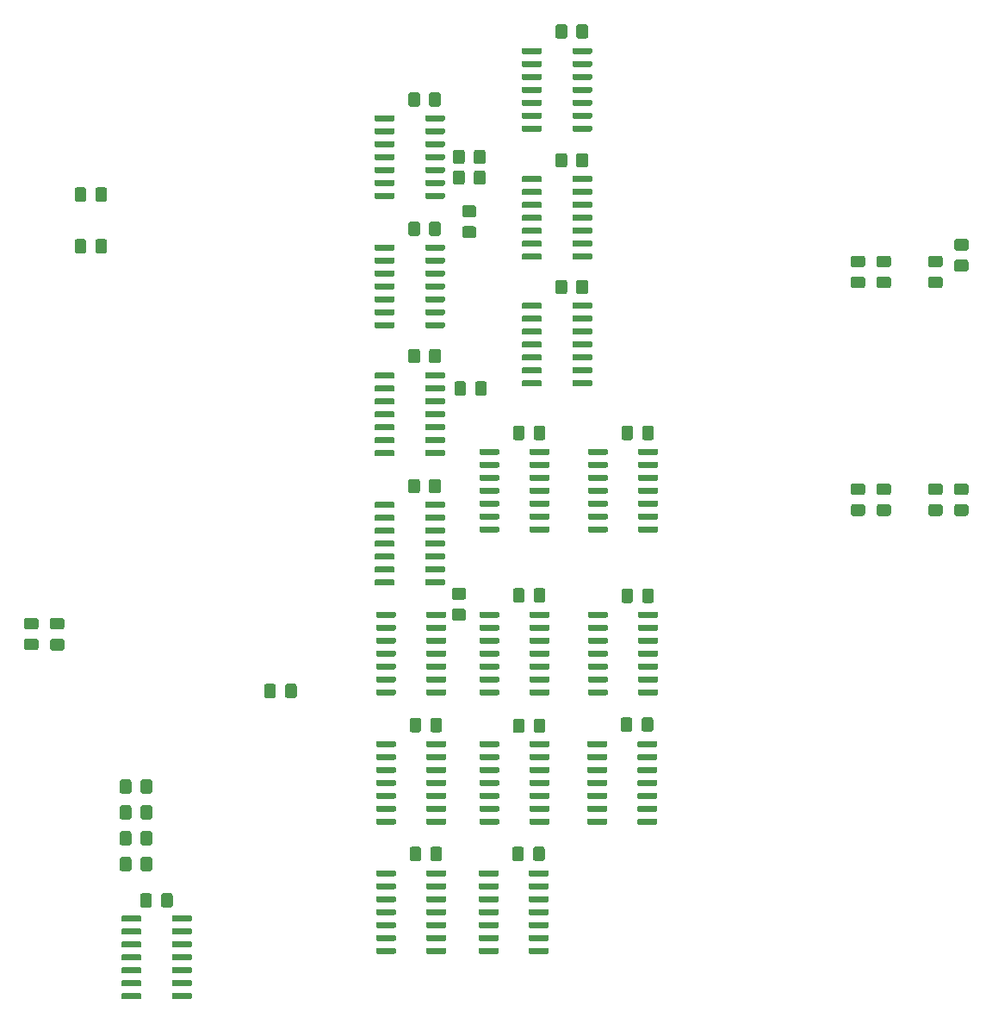
<source format=gbr>
G04 #@! TF.GenerationSoftware,KiCad,Pcbnew,(5.1.5)-3*
G04 #@! TF.CreationDate,2020-12-03T02:51:26-05:00*
G04 #@! TF.ProjectId,7447_Replica,37343437-5f52-4657-906c-6963612e6b69,rev?*
G04 #@! TF.SameCoordinates,Original*
G04 #@! TF.FileFunction,Paste,Top*
G04 #@! TF.FilePolarity,Positive*
%FSLAX46Y46*%
G04 Gerber Fmt 4.6, Leading zero omitted, Abs format (unit mm)*
G04 Created by KiCad (PCBNEW (5.1.5)-3) date 2020-12-03 02:51:26*
%MOMM*%
%LPD*%
G04 APERTURE LIST*
%ADD10C,0.100000*%
G04 APERTURE END LIST*
D10*
G36*
X79770005Y-34924704D02*
G01*
X79794273Y-34928304D01*
X79818072Y-34934265D01*
X79841171Y-34942530D01*
X79863350Y-34953020D01*
X79884393Y-34965632D01*
X79904099Y-34980247D01*
X79922277Y-34996723D01*
X79938753Y-35014901D01*
X79953368Y-35034607D01*
X79965980Y-35055650D01*
X79976470Y-35077829D01*
X79984735Y-35100928D01*
X79990696Y-35124727D01*
X79994296Y-35148995D01*
X79995500Y-35173499D01*
X79995500Y-36073501D01*
X79994296Y-36098005D01*
X79990696Y-36122273D01*
X79984735Y-36146072D01*
X79976470Y-36169171D01*
X79965980Y-36191350D01*
X79953368Y-36212393D01*
X79938753Y-36232099D01*
X79922277Y-36250277D01*
X79904099Y-36266753D01*
X79884393Y-36281368D01*
X79863350Y-36293980D01*
X79841171Y-36304470D01*
X79818072Y-36312735D01*
X79794273Y-36318696D01*
X79770005Y-36322296D01*
X79745501Y-36323500D01*
X79095499Y-36323500D01*
X79070995Y-36322296D01*
X79046727Y-36318696D01*
X79022928Y-36312735D01*
X78999829Y-36304470D01*
X78977650Y-36293980D01*
X78956607Y-36281368D01*
X78936901Y-36266753D01*
X78918723Y-36250277D01*
X78902247Y-36232099D01*
X78887632Y-36212393D01*
X78875020Y-36191350D01*
X78864530Y-36169171D01*
X78856265Y-36146072D01*
X78850304Y-36122273D01*
X78846704Y-36098005D01*
X78845500Y-36073501D01*
X78845500Y-35173499D01*
X78846704Y-35148995D01*
X78850304Y-35124727D01*
X78856265Y-35100928D01*
X78864530Y-35077829D01*
X78875020Y-35055650D01*
X78887632Y-35034607D01*
X78902247Y-35014901D01*
X78918723Y-34996723D01*
X78936901Y-34980247D01*
X78956607Y-34965632D01*
X78977650Y-34953020D01*
X78999829Y-34942530D01*
X79022928Y-34934265D01*
X79046727Y-34928304D01*
X79070995Y-34924704D01*
X79095499Y-34923500D01*
X79745501Y-34923500D01*
X79770005Y-34924704D01*
G37*
G36*
X81820005Y-34924704D02*
G01*
X81844273Y-34928304D01*
X81868072Y-34934265D01*
X81891171Y-34942530D01*
X81913350Y-34953020D01*
X81934393Y-34965632D01*
X81954099Y-34980247D01*
X81972277Y-34996723D01*
X81988753Y-35014901D01*
X82003368Y-35034607D01*
X82015980Y-35055650D01*
X82026470Y-35077829D01*
X82034735Y-35100928D01*
X82040696Y-35124727D01*
X82044296Y-35148995D01*
X82045500Y-35173499D01*
X82045500Y-36073501D01*
X82044296Y-36098005D01*
X82040696Y-36122273D01*
X82034735Y-36146072D01*
X82026470Y-36169171D01*
X82015980Y-36191350D01*
X82003368Y-36212393D01*
X81988753Y-36232099D01*
X81972277Y-36250277D01*
X81954099Y-36266753D01*
X81934393Y-36281368D01*
X81913350Y-36293980D01*
X81891171Y-36304470D01*
X81868072Y-36312735D01*
X81844273Y-36318696D01*
X81820005Y-36322296D01*
X81795501Y-36323500D01*
X81145499Y-36323500D01*
X81120995Y-36322296D01*
X81096727Y-36318696D01*
X81072928Y-36312735D01*
X81049829Y-36304470D01*
X81027650Y-36293980D01*
X81006607Y-36281368D01*
X80986901Y-36266753D01*
X80968723Y-36250277D01*
X80952247Y-36232099D01*
X80937632Y-36212393D01*
X80925020Y-36191350D01*
X80914530Y-36169171D01*
X80906265Y-36146072D01*
X80900304Y-36122273D01*
X80896704Y-36098005D01*
X80895500Y-36073501D01*
X80895500Y-35173499D01*
X80896704Y-35148995D01*
X80900304Y-35124727D01*
X80906265Y-35100928D01*
X80914530Y-35077829D01*
X80925020Y-35055650D01*
X80937632Y-35034607D01*
X80952247Y-35014901D01*
X80968723Y-34996723D01*
X80986901Y-34980247D01*
X81006607Y-34965632D01*
X81027650Y-34953020D01*
X81049829Y-34942530D01*
X81072928Y-34934265D01*
X81096727Y-34928304D01*
X81120995Y-34924704D01*
X81145499Y-34923500D01*
X81795501Y-34923500D01*
X81820005Y-34924704D01*
G37*
G36*
X79770005Y-47624704D02*
G01*
X79794273Y-47628304D01*
X79818072Y-47634265D01*
X79841171Y-47642530D01*
X79863350Y-47653020D01*
X79884393Y-47665632D01*
X79904099Y-47680247D01*
X79922277Y-47696723D01*
X79938753Y-47714901D01*
X79953368Y-47734607D01*
X79965980Y-47755650D01*
X79976470Y-47777829D01*
X79984735Y-47800928D01*
X79990696Y-47824727D01*
X79994296Y-47848995D01*
X79995500Y-47873499D01*
X79995500Y-48773501D01*
X79994296Y-48798005D01*
X79990696Y-48822273D01*
X79984735Y-48846072D01*
X79976470Y-48869171D01*
X79965980Y-48891350D01*
X79953368Y-48912393D01*
X79938753Y-48932099D01*
X79922277Y-48950277D01*
X79904099Y-48966753D01*
X79884393Y-48981368D01*
X79863350Y-48993980D01*
X79841171Y-49004470D01*
X79818072Y-49012735D01*
X79794273Y-49018696D01*
X79770005Y-49022296D01*
X79745501Y-49023500D01*
X79095499Y-49023500D01*
X79070995Y-49022296D01*
X79046727Y-49018696D01*
X79022928Y-49012735D01*
X78999829Y-49004470D01*
X78977650Y-48993980D01*
X78956607Y-48981368D01*
X78936901Y-48966753D01*
X78918723Y-48950277D01*
X78902247Y-48932099D01*
X78887632Y-48912393D01*
X78875020Y-48891350D01*
X78864530Y-48869171D01*
X78856265Y-48846072D01*
X78850304Y-48822273D01*
X78846704Y-48798005D01*
X78845500Y-48773501D01*
X78845500Y-47873499D01*
X78846704Y-47848995D01*
X78850304Y-47824727D01*
X78856265Y-47800928D01*
X78864530Y-47777829D01*
X78875020Y-47755650D01*
X78887632Y-47734607D01*
X78902247Y-47714901D01*
X78918723Y-47696723D01*
X78936901Y-47680247D01*
X78956607Y-47665632D01*
X78977650Y-47653020D01*
X78999829Y-47642530D01*
X79022928Y-47634265D01*
X79046727Y-47628304D01*
X79070995Y-47624704D01*
X79095499Y-47623500D01*
X79745501Y-47623500D01*
X79770005Y-47624704D01*
G37*
G36*
X81820005Y-47624704D02*
G01*
X81844273Y-47628304D01*
X81868072Y-47634265D01*
X81891171Y-47642530D01*
X81913350Y-47653020D01*
X81934393Y-47665632D01*
X81954099Y-47680247D01*
X81972277Y-47696723D01*
X81988753Y-47714901D01*
X82003368Y-47734607D01*
X82015980Y-47755650D01*
X82026470Y-47777829D01*
X82034735Y-47800928D01*
X82040696Y-47824727D01*
X82044296Y-47848995D01*
X82045500Y-47873499D01*
X82045500Y-48773501D01*
X82044296Y-48798005D01*
X82040696Y-48822273D01*
X82034735Y-48846072D01*
X82026470Y-48869171D01*
X82015980Y-48891350D01*
X82003368Y-48912393D01*
X81988753Y-48932099D01*
X81972277Y-48950277D01*
X81954099Y-48966753D01*
X81934393Y-48981368D01*
X81913350Y-48993980D01*
X81891171Y-49004470D01*
X81868072Y-49012735D01*
X81844273Y-49018696D01*
X81820005Y-49022296D01*
X81795501Y-49023500D01*
X81145499Y-49023500D01*
X81120995Y-49022296D01*
X81096727Y-49018696D01*
X81072928Y-49012735D01*
X81049829Y-49004470D01*
X81027650Y-48993980D01*
X81006607Y-48981368D01*
X80986901Y-48966753D01*
X80968723Y-48950277D01*
X80952247Y-48932099D01*
X80937632Y-48912393D01*
X80925020Y-48891350D01*
X80914530Y-48869171D01*
X80906265Y-48846072D01*
X80900304Y-48822273D01*
X80896704Y-48798005D01*
X80895500Y-48773501D01*
X80895500Y-47873499D01*
X80896704Y-47848995D01*
X80900304Y-47824727D01*
X80906265Y-47800928D01*
X80914530Y-47777829D01*
X80925020Y-47755650D01*
X80937632Y-47734607D01*
X80952247Y-47714901D01*
X80968723Y-47696723D01*
X80986901Y-47680247D01*
X81006607Y-47665632D01*
X81027650Y-47653020D01*
X81049829Y-47642530D01*
X81072928Y-47634265D01*
X81096727Y-47628304D01*
X81120995Y-47624704D01*
X81145499Y-47623500D01*
X81795501Y-47623500D01*
X81820005Y-47624704D01*
G37*
G36*
X94248005Y-28257204D02*
G01*
X94272273Y-28260804D01*
X94296072Y-28266765D01*
X94319171Y-28275030D01*
X94341350Y-28285520D01*
X94362393Y-28298132D01*
X94382099Y-28312747D01*
X94400277Y-28329223D01*
X94416753Y-28347401D01*
X94431368Y-28367107D01*
X94443980Y-28388150D01*
X94454470Y-28410329D01*
X94462735Y-28433428D01*
X94468696Y-28457227D01*
X94472296Y-28481495D01*
X94473500Y-28505999D01*
X94473500Y-29406001D01*
X94472296Y-29430505D01*
X94468696Y-29454773D01*
X94462735Y-29478572D01*
X94454470Y-29501671D01*
X94443980Y-29523850D01*
X94431368Y-29544893D01*
X94416753Y-29564599D01*
X94400277Y-29582777D01*
X94382099Y-29599253D01*
X94362393Y-29613868D01*
X94341350Y-29626480D01*
X94319171Y-29636970D01*
X94296072Y-29645235D01*
X94272273Y-29651196D01*
X94248005Y-29654796D01*
X94223501Y-29656000D01*
X93573499Y-29656000D01*
X93548995Y-29654796D01*
X93524727Y-29651196D01*
X93500928Y-29645235D01*
X93477829Y-29636970D01*
X93455650Y-29626480D01*
X93434607Y-29613868D01*
X93414901Y-29599253D01*
X93396723Y-29582777D01*
X93380247Y-29564599D01*
X93365632Y-29544893D01*
X93353020Y-29523850D01*
X93342530Y-29501671D01*
X93334265Y-29478572D01*
X93328304Y-29454773D01*
X93324704Y-29430505D01*
X93323500Y-29406001D01*
X93323500Y-28505999D01*
X93324704Y-28481495D01*
X93328304Y-28457227D01*
X93334265Y-28433428D01*
X93342530Y-28410329D01*
X93353020Y-28388150D01*
X93365632Y-28367107D01*
X93380247Y-28347401D01*
X93396723Y-28329223D01*
X93414901Y-28312747D01*
X93434607Y-28298132D01*
X93455650Y-28285520D01*
X93477829Y-28275030D01*
X93500928Y-28266765D01*
X93524727Y-28260804D01*
X93548995Y-28257204D01*
X93573499Y-28256000D01*
X94223501Y-28256000D01*
X94248005Y-28257204D01*
G37*
G36*
X96298005Y-28257204D02*
G01*
X96322273Y-28260804D01*
X96346072Y-28266765D01*
X96369171Y-28275030D01*
X96391350Y-28285520D01*
X96412393Y-28298132D01*
X96432099Y-28312747D01*
X96450277Y-28329223D01*
X96466753Y-28347401D01*
X96481368Y-28367107D01*
X96493980Y-28388150D01*
X96504470Y-28410329D01*
X96512735Y-28433428D01*
X96518696Y-28457227D01*
X96522296Y-28481495D01*
X96523500Y-28505999D01*
X96523500Y-29406001D01*
X96522296Y-29430505D01*
X96518696Y-29454773D01*
X96512735Y-29478572D01*
X96504470Y-29501671D01*
X96493980Y-29523850D01*
X96481368Y-29544893D01*
X96466753Y-29564599D01*
X96450277Y-29582777D01*
X96432099Y-29599253D01*
X96412393Y-29613868D01*
X96391350Y-29626480D01*
X96369171Y-29636970D01*
X96346072Y-29645235D01*
X96322273Y-29651196D01*
X96298005Y-29654796D01*
X96273501Y-29656000D01*
X95623499Y-29656000D01*
X95598995Y-29654796D01*
X95574727Y-29651196D01*
X95550928Y-29645235D01*
X95527829Y-29636970D01*
X95505650Y-29626480D01*
X95484607Y-29613868D01*
X95464901Y-29599253D01*
X95446723Y-29582777D01*
X95430247Y-29564599D01*
X95415632Y-29544893D01*
X95403020Y-29523850D01*
X95392530Y-29501671D01*
X95384265Y-29478572D01*
X95378304Y-29454773D01*
X95374704Y-29430505D01*
X95373500Y-29406001D01*
X95373500Y-28505999D01*
X95374704Y-28481495D01*
X95378304Y-28457227D01*
X95384265Y-28433428D01*
X95392530Y-28410329D01*
X95403020Y-28388150D01*
X95415632Y-28367107D01*
X95430247Y-28347401D01*
X95446723Y-28329223D01*
X95464901Y-28312747D01*
X95484607Y-28298132D01*
X95505650Y-28285520D01*
X95527829Y-28275030D01*
X95550928Y-28266765D01*
X95574727Y-28260804D01*
X95598995Y-28257204D01*
X95623499Y-28256000D01*
X96273501Y-28256000D01*
X96298005Y-28257204D01*
G37*
G36*
X94248005Y-40893704D02*
G01*
X94272273Y-40897304D01*
X94296072Y-40903265D01*
X94319171Y-40911530D01*
X94341350Y-40922020D01*
X94362393Y-40934632D01*
X94382099Y-40949247D01*
X94400277Y-40965723D01*
X94416753Y-40983901D01*
X94431368Y-41003607D01*
X94443980Y-41024650D01*
X94454470Y-41046829D01*
X94462735Y-41069928D01*
X94468696Y-41093727D01*
X94472296Y-41117995D01*
X94473500Y-41142499D01*
X94473500Y-42042501D01*
X94472296Y-42067005D01*
X94468696Y-42091273D01*
X94462735Y-42115072D01*
X94454470Y-42138171D01*
X94443980Y-42160350D01*
X94431368Y-42181393D01*
X94416753Y-42201099D01*
X94400277Y-42219277D01*
X94382099Y-42235753D01*
X94362393Y-42250368D01*
X94341350Y-42262980D01*
X94319171Y-42273470D01*
X94296072Y-42281735D01*
X94272273Y-42287696D01*
X94248005Y-42291296D01*
X94223501Y-42292500D01*
X93573499Y-42292500D01*
X93548995Y-42291296D01*
X93524727Y-42287696D01*
X93500928Y-42281735D01*
X93477829Y-42273470D01*
X93455650Y-42262980D01*
X93434607Y-42250368D01*
X93414901Y-42235753D01*
X93396723Y-42219277D01*
X93380247Y-42201099D01*
X93365632Y-42181393D01*
X93353020Y-42160350D01*
X93342530Y-42138171D01*
X93334265Y-42115072D01*
X93328304Y-42091273D01*
X93324704Y-42067005D01*
X93323500Y-42042501D01*
X93323500Y-41142499D01*
X93324704Y-41117995D01*
X93328304Y-41093727D01*
X93334265Y-41069928D01*
X93342530Y-41046829D01*
X93353020Y-41024650D01*
X93365632Y-41003607D01*
X93380247Y-40983901D01*
X93396723Y-40965723D01*
X93414901Y-40949247D01*
X93434607Y-40934632D01*
X93455650Y-40922020D01*
X93477829Y-40911530D01*
X93500928Y-40903265D01*
X93524727Y-40897304D01*
X93548995Y-40893704D01*
X93573499Y-40892500D01*
X94223501Y-40892500D01*
X94248005Y-40893704D01*
G37*
G36*
X96298005Y-40893704D02*
G01*
X96322273Y-40897304D01*
X96346072Y-40903265D01*
X96369171Y-40911530D01*
X96391350Y-40922020D01*
X96412393Y-40934632D01*
X96432099Y-40949247D01*
X96450277Y-40965723D01*
X96466753Y-40983901D01*
X96481368Y-41003607D01*
X96493980Y-41024650D01*
X96504470Y-41046829D01*
X96512735Y-41069928D01*
X96518696Y-41093727D01*
X96522296Y-41117995D01*
X96523500Y-41142499D01*
X96523500Y-42042501D01*
X96522296Y-42067005D01*
X96518696Y-42091273D01*
X96512735Y-42115072D01*
X96504470Y-42138171D01*
X96493980Y-42160350D01*
X96481368Y-42181393D01*
X96466753Y-42201099D01*
X96450277Y-42219277D01*
X96432099Y-42235753D01*
X96412393Y-42250368D01*
X96391350Y-42262980D01*
X96369171Y-42273470D01*
X96346072Y-42281735D01*
X96322273Y-42287696D01*
X96298005Y-42291296D01*
X96273501Y-42292500D01*
X95623499Y-42292500D01*
X95598995Y-42291296D01*
X95574727Y-42287696D01*
X95550928Y-42281735D01*
X95527829Y-42273470D01*
X95505650Y-42262980D01*
X95484607Y-42250368D01*
X95464901Y-42235753D01*
X95446723Y-42219277D01*
X95430247Y-42201099D01*
X95415632Y-42181393D01*
X95403020Y-42160350D01*
X95392530Y-42138171D01*
X95384265Y-42115072D01*
X95378304Y-42091273D01*
X95374704Y-42067005D01*
X95373500Y-42042501D01*
X95373500Y-41142499D01*
X95374704Y-41117995D01*
X95378304Y-41093727D01*
X95384265Y-41069928D01*
X95392530Y-41046829D01*
X95403020Y-41024650D01*
X95415632Y-41003607D01*
X95430247Y-40983901D01*
X95446723Y-40965723D01*
X95464901Y-40949247D01*
X95484607Y-40934632D01*
X95505650Y-40922020D01*
X95527829Y-40911530D01*
X95550928Y-40903265D01*
X95574727Y-40897304D01*
X95598995Y-40893704D01*
X95623499Y-40892500D01*
X96273501Y-40892500D01*
X96298005Y-40893704D01*
G37*
G36*
X79770005Y-60134204D02*
G01*
X79794273Y-60137804D01*
X79818072Y-60143765D01*
X79841171Y-60152030D01*
X79863350Y-60162520D01*
X79884393Y-60175132D01*
X79904099Y-60189747D01*
X79922277Y-60206223D01*
X79938753Y-60224401D01*
X79953368Y-60244107D01*
X79965980Y-60265150D01*
X79976470Y-60287329D01*
X79984735Y-60310428D01*
X79990696Y-60334227D01*
X79994296Y-60358495D01*
X79995500Y-60382999D01*
X79995500Y-61283001D01*
X79994296Y-61307505D01*
X79990696Y-61331773D01*
X79984735Y-61355572D01*
X79976470Y-61378671D01*
X79965980Y-61400850D01*
X79953368Y-61421893D01*
X79938753Y-61441599D01*
X79922277Y-61459777D01*
X79904099Y-61476253D01*
X79884393Y-61490868D01*
X79863350Y-61503480D01*
X79841171Y-61513970D01*
X79818072Y-61522235D01*
X79794273Y-61528196D01*
X79770005Y-61531796D01*
X79745501Y-61533000D01*
X79095499Y-61533000D01*
X79070995Y-61531796D01*
X79046727Y-61528196D01*
X79022928Y-61522235D01*
X78999829Y-61513970D01*
X78977650Y-61503480D01*
X78956607Y-61490868D01*
X78936901Y-61476253D01*
X78918723Y-61459777D01*
X78902247Y-61441599D01*
X78887632Y-61421893D01*
X78875020Y-61400850D01*
X78864530Y-61378671D01*
X78856265Y-61355572D01*
X78850304Y-61331773D01*
X78846704Y-61307505D01*
X78845500Y-61283001D01*
X78845500Y-60382999D01*
X78846704Y-60358495D01*
X78850304Y-60334227D01*
X78856265Y-60310428D01*
X78864530Y-60287329D01*
X78875020Y-60265150D01*
X78887632Y-60244107D01*
X78902247Y-60224401D01*
X78918723Y-60206223D01*
X78936901Y-60189747D01*
X78956607Y-60175132D01*
X78977650Y-60162520D01*
X78999829Y-60152030D01*
X79022928Y-60143765D01*
X79046727Y-60137804D01*
X79070995Y-60134204D01*
X79095499Y-60133000D01*
X79745501Y-60133000D01*
X79770005Y-60134204D01*
G37*
G36*
X81820005Y-60134204D02*
G01*
X81844273Y-60137804D01*
X81868072Y-60143765D01*
X81891171Y-60152030D01*
X81913350Y-60162520D01*
X81934393Y-60175132D01*
X81954099Y-60189747D01*
X81972277Y-60206223D01*
X81988753Y-60224401D01*
X82003368Y-60244107D01*
X82015980Y-60265150D01*
X82026470Y-60287329D01*
X82034735Y-60310428D01*
X82040696Y-60334227D01*
X82044296Y-60358495D01*
X82045500Y-60382999D01*
X82045500Y-61283001D01*
X82044296Y-61307505D01*
X82040696Y-61331773D01*
X82034735Y-61355572D01*
X82026470Y-61378671D01*
X82015980Y-61400850D01*
X82003368Y-61421893D01*
X81988753Y-61441599D01*
X81972277Y-61459777D01*
X81954099Y-61476253D01*
X81934393Y-61490868D01*
X81913350Y-61503480D01*
X81891171Y-61513970D01*
X81868072Y-61522235D01*
X81844273Y-61528196D01*
X81820005Y-61531796D01*
X81795501Y-61533000D01*
X81145499Y-61533000D01*
X81120995Y-61531796D01*
X81096727Y-61528196D01*
X81072928Y-61522235D01*
X81049829Y-61513970D01*
X81027650Y-61503480D01*
X81006607Y-61490868D01*
X80986901Y-61476253D01*
X80968723Y-61459777D01*
X80952247Y-61441599D01*
X80937632Y-61421893D01*
X80925020Y-61400850D01*
X80914530Y-61378671D01*
X80906265Y-61355572D01*
X80900304Y-61331773D01*
X80896704Y-61307505D01*
X80895500Y-61283001D01*
X80895500Y-60382999D01*
X80896704Y-60358495D01*
X80900304Y-60334227D01*
X80906265Y-60310428D01*
X80914530Y-60287329D01*
X80925020Y-60265150D01*
X80937632Y-60244107D01*
X80952247Y-60224401D01*
X80968723Y-60206223D01*
X80986901Y-60189747D01*
X81006607Y-60175132D01*
X81027650Y-60162520D01*
X81049829Y-60152030D01*
X81072928Y-60143765D01*
X81096727Y-60137804D01*
X81120995Y-60134204D01*
X81145499Y-60133000D01*
X81795501Y-60133000D01*
X81820005Y-60134204D01*
G37*
G36*
X94248005Y-53339704D02*
G01*
X94272273Y-53343304D01*
X94296072Y-53349265D01*
X94319171Y-53357530D01*
X94341350Y-53368020D01*
X94362393Y-53380632D01*
X94382099Y-53395247D01*
X94400277Y-53411723D01*
X94416753Y-53429901D01*
X94431368Y-53449607D01*
X94443980Y-53470650D01*
X94454470Y-53492829D01*
X94462735Y-53515928D01*
X94468696Y-53539727D01*
X94472296Y-53563995D01*
X94473500Y-53588499D01*
X94473500Y-54488501D01*
X94472296Y-54513005D01*
X94468696Y-54537273D01*
X94462735Y-54561072D01*
X94454470Y-54584171D01*
X94443980Y-54606350D01*
X94431368Y-54627393D01*
X94416753Y-54647099D01*
X94400277Y-54665277D01*
X94382099Y-54681753D01*
X94362393Y-54696368D01*
X94341350Y-54708980D01*
X94319171Y-54719470D01*
X94296072Y-54727735D01*
X94272273Y-54733696D01*
X94248005Y-54737296D01*
X94223501Y-54738500D01*
X93573499Y-54738500D01*
X93548995Y-54737296D01*
X93524727Y-54733696D01*
X93500928Y-54727735D01*
X93477829Y-54719470D01*
X93455650Y-54708980D01*
X93434607Y-54696368D01*
X93414901Y-54681753D01*
X93396723Y-54665277D01*
X93380247Y-54647099D01*
X93365632Y-54627393D01*
X93353020Y-54606350D01*
X93342530Y-54584171D01*
X93334265Y-54561072D01*
X93328304Y-54537273D01*
X93324704Y-54513005D01*
X93323500Y-54488501D01*
X93323500Y-53588499D01*
X93324704Y-53563995D01*
X93328304Y-53539727D01*
X93334265Y-53515928D01*
X93342530Y-53492829D01*
X93353020Y-53470650D01*
X93365632Y-53449607D01*
X93380247Y-53429901D01*
X93396723Y-53411723D01*
X93414901Y-53395247D01*
X93434607Y-53380632D01*
X93455650Y-53368020D01*
X93477829Y-53357530D01*
X93500928Y-53349265D01*
X93524727Y-53343304D01*
X93548995Y-53339704D01*
X93573499Y-53338500D01*
X94223501Y-53338500D01*
X94248005Y-53339704D01*
G37*
G36*
X96298005Y-53339704D02*
G01*
X96322273Y-53343304D01*
X96346072Y-53349265D01*
X96369171Y-53357530D01*
X96391350Y-53368020D01*
X96412393Y-53380632D01*
X96432099Y-53395247D01*
X96450277Y-53411723D01*
X96466753Y-53429901D01*
X96481368Y-53449607D01*
X96493980Y-53470650D01*
X96504470Y-53492829D01*
X96512735Y-53515928D01*
X96518696Y-53539727D01*
X96522296Y-53563995D01*
X96523500Y-53588499D01*
X96523500Y-54488501D01*
X96522296Y-54513005D01*
X96518696Y-54537273D01*
X96512735Y-54561072D01*
X96504470Y-54584171D01*
X96493980Y-54606350D01*
X96481368Y-54627393D01*
X96466753Y-54647099D01*
X96450277Y-54665277D01*
X96432099Y-54681753D01*
X96412393Y-54696368D01*
X96391350Y-54708980D01*
X96369171Y-54719470D01*
X96346072Y-54727735D01*
X96322273Y-54733696D01*
X96298005Y-54737296D01*
X96273501Y-54738500D01*
X95623499Y-54738500D01*
X95598995Y-54737296D01*
X95574727Y-54733696D01*
X95550928Y-54727735D01*
X95527829Y-54719470D01*
X95505650Y-54708980D01*
X95484607Y-54696368D01*
X95464901Y-54681753D01*
X95446723Y-54665277D01*
X95430247Y-54647099D01*
X95415632Y-54627393D01*
X95403020Y-54606350D01*
X95392530Y-54584171D01*
X95384265Y-54561072D01*
X95378304Y-54537273D01*
X95374704Y-54513005D01*
X95373500Y-54488501D01*
X95373500Y-53588499D01*
X95374704Y-53563995D01*
X95378304Y-53539727D01*
X95384265Y-53515928D01*
X95392530Y-53492829D01*
X95403020Y-53470650D01*
X95415632Y-53449607D01*
X95430247Y-53429901D01*
X95446723Y-53411723D01*
X95464901Y-53395247D01*
X95484607Y-53380632D01*
X95505650Y-53368020D01*
X95527829Y-53357530D01*
X95550928Y-53349265D01*
X95574727Y-53343304D01*
X95598995Y-53339704D01*
X95623499Y-53338500D01*
X96273501Y-53338500D01*
X96298005Y-53339704D01*
G37*
G36*
X90057005Y-67690704D02*
G01*
X90081273Y-67694304D01*
X90105072Y-67700265D01*
X90128171Y-67708530D01*
X90150350Y-67719020D01*
X90171393Y-67731632D01*
X90191099Y-67746247D01*
X90209277Y-67762723D01*
X90225753Y-67780901D01*
X90240368Y-67800607D01*
X90252980Y-67821650D01*
X90263470Y-67843829D01*
X90271735Y-67866928D01*
X90277696Y-67890727D01*
X90281296Y-67914995D01*
X90282500Y-67939499D01*
X90282500Y-68839501D01*
X90281296Y-68864005D01*
X90277696Y-68888273D01*
X90271735Y-68912072D01*
X90263470Y-68935171D01*
X90252980Y-68957350D01*
X90240368Y-68978393D01*
X90225753Y-68998099D01*
X90209277Y-69016277D01*
X90191099Y-69032753D01*
X90171393Y-69047368D01*
X90150350Y-69059980D01*
X90128171Y-69070470D01*
X90105072Y-69078735D01*
X90081273Y-69084696D01*
X90057005Y-69088296D01*
X90032501Y-69089500D01*
X89382499Y-69089500D01*
X89357995Y-69088296D01*
X89333727Y-69084696D01*
X89309928Y-69078735D01*
X89286829Y-69070470D01*
X89264650Y-69059980D01*
X89243607Y-69047368D01*
X89223901Y-69032753D01*
X89205723Y-69016277D01*
X89189247Y-68998099D01*
X89174632Y-68978393D01*
X89162020Y-68957350D01*
X89151530Y-68935171D01*
X89143265Y-68912072D01*
X89137304Y-68888273D01*
X89133704Y-68864005D01*
X89132500Y-68839501D01*
X89132500Y-67939499D01*
X89133704Y-67914995D01*
X89137304Y-67890727D01*
X89143265Y-67866928D01*
X89151530Y-67843829D01*
X89162020Y-67821650D01*
X89174632Y-67800607D01*
X89189247Y-67780901D01*
X89205723Y-67762723D01*
X89223901Y-67746247D01*
X89243607Y-67731632D01*
X89264650Y-67719020D01*
X89286829Y-67708530D01*
X89309928Y-67700265D01*
X89333727Y-67694304D01*
X89357995Y-67690704D01*
X89382499Y-67689500D01*
X90032501Y-67689500D01*
X90057005Y-67690704D01*
G37*
G36*
X92107005Y-67690704D02*
G01*
X92131273Y-67694304D01*
X92155072Y-67700265D01*
X92178171Y-67708530D01*
X92200350Y-67719020D01*
X92221393Y-67731632D01*
X92241099Y-67746247D01*
X92259277Y-67762723D01*
X92275753Y-67780901D01*
X92290368Y-67800607D01*
X92302980Y-67821650D01*
X92313470Y-67843829D01*
X92321735Y-67866928D01*
X92327696Y-67890727D01*
X92331296Y-67914995D01*
X92332500Y-67939499D01*
X92332500Y-68839501D01*
X92331296Y-68864005D01*
X92327696Y-68888273D01*
X92321735Y-68912072D01*
X92313470Y-68935171D01*
X92302980Y-68957350D01*
X92290368Y-68978393D01*
X92275753Y-68998099D01*
X92259277Y-69016277D01*
X92241099Y-69032753D01*
X92221393Y-69047368D01*
X92200350Y-69059980D01*
X92178171Y-69070470D01*
X92155072Y-69078735D01*
X92131273Y-69084696D01*
X92107005Y-69088296D01*
X92082501Y-69089500D01*
X91432499Y-69089500D01*
X91407995Y-69088296D01*
X91383727Y-69084696D01*
X91359928Y-69078735D01*
X91336829Y-69070470D01*
X91314650Y-69059980D01*
X91293607Y-69047368D01*
X91273901Y-69032753D01*
X91255723Y-69016277D01*
X91239247Y-68998099D01*
X91224632Y-68978393D01*
X91212020Y-68957350D01*
X91201530Y-68935171D01*
X91193265Y-68912072D01*
X91187304Y-68888273D01*
X91183704Y-68864005D01*
X91182500Y-68839501D01*
X91182500Y-67939499D01*
X91183704Y-67914995D01*
X91187304Y-67890727D01*
X91193265Y-67866928D01*
X91201530Y-67843829D01*
X91212020Y-67821650D01*
X91224632Y-67800607D01*
X91239247Y-67780901D01*
X91255723Y-67762723D01*
X91273901Y-67746247D01*
X91293607Y-67731632D01*
X91314650Y-67719020D01*
X91336829Y-67708530D01*
X91359928Y-67700265D01*
X91383727Y-67694304D01*
X91407995Y-67690704D01*
X91432499Y-67689500D01*
X92082501Y-67689500D01*
X92107005Y-67690704D01*
G37*
G36*
X100725005Y-67690704D02*
G01*
X100749273Y-67694304D01*
X100773072Y-67700265D01*
X100796171Y-67708530D01*
X100818350Y-67719020D01*
X100839393Y-67731632D01*
X100859099Y-67746247D01*
X100877277Y-67762723D01*
X100893753Y-67780901D01*
X100908368Y-67800607D01*
X100920980Y-67821650D01*
X100931470Y-67843829D01*
X100939735Y-67866928D01*
X100945696Y-67890727D01*
X100949296Y-67914995D01*
X100950500Y-67939499D01*
X100950500Y-68839501D01*
X100949296Y-68864005D01*
X100945696Y-68888273D01*
X100939735Y-68912072D01*
X100931470Y-68935171D01*
X100920980Y-68957350D01*
X100908368Y-68978393D01*
X100893753Y-68998099D01*
X100877277Y-69016277D01*
X100859099Y-69032753D01*
X100839393Y-69047368D01*
X100818350Y-69059980D01*
X100796171Y-69070470D01*
X100773072Y-69078735D01*
X100749273Y-69084696D01*
X100725005Y-69088296D01*
X100700501Y-69089500D01*
X100050499Y-69089500D01*
X100025995Y-69088296D01*
X100001727Y-69084696D01*
X99977928Y-69078735D01*
X99954829Y-69070470D01*
X99932650Y-69059980D01*
X99911607Y-69047368D01*
X99891901Y-69032753D01*
X99873723Y-69016277D01*
X99857247Y-68998099D01*
X99842632Y-68978393D01*
X99830020Y-68957350D01*
X99819530Y-68935171D01*
X99811265Y-68912072D01*
X99805304Y-68888273D01*
X99801704Y-68864005D01*
X99800500Y-68839501D01*
X99800500Y-67939499D01*
X99801704Y-67914995D01*
X99805304Y-67890727D01*
X99811265Y-67866928D01*
X99819530Y-67843829D01*
X99830020Y-67821650D01*
X99842632Y-67800607D01*
X99857247Y-67780901D01*
X99873723Y-67762723D01*
X99891901Y-67746247D01*
X99911607Y-67731632D01*
X99932650Y-67719020D01*
X99954829Y-67708530D01*
X99977928Y-67700265D01*
X100001727Y-67694304D01*
X100025995Y-67690704D01*
X100050499Y-67689500D01*
X100700501Y-67689500D01*
X100725005Y-67690704D01*
G37*
G36*
X102775005Y-67690704D02*
G01*
X102799273Y-67694304D01*
X102823072Y-67700265D01*
X102846171Y-67708530D01*
X102868350Y-67719020D01*
X102889393Y-67731632D01*
X102909099Y-67746247D01*
X102927277Y-67762723D01*
X102943753Y-67780901D01*
X102958368Y-67800607D01*
X102970980Y-67821650D01*
X102981470Y-67843829D01*
X102989735Y-67866928D01*
X102995696Y-67890727D01*
X102999296Y-67914995D01*
X103000500Y-67939499D01*
X103000500Y-68839501D01*
X102999296Y-68864005D01*
X102995696Y-68888273D01*
X102989735Y-68912072D01*
X102981470Y-68935171D01*
X102970980Y-68957350D01*
X102958368Y-68978393D01*
X102943753Y-68998099D01*
X102927277Y-69016277D01*
X102909099Y-69032753D01*
X102889393Y-69047368D01*
X102868350Y-69059980D01*
X102846171Y-69070470D01*
X102823072Y-69078735D01*
X102799273Y-69084696D01*
X102775005Y-69088296D01*
X102750501Y-69089500D01*
X102100499Y-69089500D01*
X102075995Y-69088296D01*
X102051727Y-69084696D01*
X102027928Y-69078735D01*
X102004829Y-69070470D01*
X101982650Y-69059980D01*
X101961607Y-69047368D01*
X101941901Y-69032753D01*
X101923723Y-69016277D01*
X101907247Y-68998099D01*
X101892632Y-68978393D01*
X101880020Y-68957350D01*
X101869530Y-68935171D01*
X101861265Y-68912072D01*
X101855304Y-68888273D01*
X101851704Y-68864005D01*
X101850500Y-68839501D01*
X101850500Y-67939499D01*
X101851704Y-67914995D01*
X101855304Y-67890727D01*
X101861265Y-67866928D01*
X101869530Y-67843829D01*
X101880020Y-67821650D01*
X101892632Y-67800607D01*
X101907247Y-67780901D01*
X101923723Y-67762723D01*
X101941901Y-67746247D01*
X101961607Y-67731632D01*
X101982650Y-67719020D01*
X102004829Y-67708530D01*
X102027928Y-67700265D01*
X102051727Y-67694304D01*
X102075995Y-67690704D01*
X102100499Y-67689500D01*
X102750501Y-67689500D01*
X102775005Y-67690704D01*
G37*
G36*
X82308703Y-75138722D02*
G01*
X82323264Y-75140882D01*
X82337543Y-75144459D01*
X82351403Y-75149418D01*
X82364710Y-75155712D01*
X82377336Y-75163280D01*
X82389159Y-75172048D01*
X82400066Y-75181934D01*
X82409952Y-75192841D01*
X82418720Y-75204664D01*
X82426288Y-75217290D01*
X82432582Y-75230597D01*
X82437541Y-75244457D01*
X82441118Y-75258736D01*
X82443278Y-75273297D01*
X82444000Y-75288000D01*
X82444000Y-75588000D01*
X82443278Y-75602703D01*
X82441118Y-75617264D01*
X82437541Y-75631543D01*
X82432582Y-75645403D01*
X82426288Y-75658710D01*
X82418720Y-75671336D01*
X82409952Y-75683159D01*
X82400066Y-75694066D01*
X82389159Y-75703952D01*
X82377336Y-75712720D01*
X82364710Y-75720288D01*
X82351403Y-75726582D01*
X82337543Y-75731541D01*
X82323264Y-75735118D01*
X82308703Y-75737278D01*
X82294000Y-75738000D01*
X80644000Y-75738000D01*
X80629297Y-75737278D01*
X80614736Y-75735118D01*
X80600457Y-75731541D01*
X80586597Y-75726582D01*
X80573290Y-75720288D01*
X80560664Y-75712720D01*
X80548841Y-75703952D01*
X80537934Y-75694066D01*
X80528048Y-75683159D01*
X80519280Y-75671336D01*
X80511712Y-75658710D01*
X80505418Y-75645403D01*
X80500459Y-75631543D01*
X80496882Y-75617264D01*
X80494722Y-75602703D01*
X80494000Y-75588000D01*
X80494000Y-75288000D01*
X80494722Y-75273297D01*
X80496882Y-75258736D01*
X80500459Y-75244457D01*
X80505418Y-75230597D01*
X80511712Y-75217290D01*
X80519280Y-75204664D01*
X80528048Y-75192841D01*
X80537934Y-75181934D01*
X80548841Y-75172048D01*
X80560664Y-75163280D01*
X80573290Y-75155712D01*
X80586597Y-75149418D01*
X80600457Y-75144459D01*
X80614736Y-75140882D01*
X80629297Y-75138722D01*
X80644000Y-75138000D01*
X82294000Y-75138000D01*
X82308703Y-75138722D01*
G37*
G36*
X82308703Y-76408722D02*
G01*
X82323264Y-76410882D01*
X82337543Y-76414459D01*
X82351403Y-76419418D01*
X82364710Y-76425712D01*
X82377336Y-76433280D01*
X82389159Y-76442048D01*
X82400066Y-76451934D01*
X82409952Y-76462841D01*
X82418720Y-76474664D01*
X82426288Y-76487290D01*
X82432582Y-76500597D01*
X82437541Y-76514457D01*
X82441118Y-76528736D01*
X82443278Y-76543297D01*
X82444000Y-76558000D01*
X82444000Y-76858000D01*
X82443278Y-76872703D01*
X82441118Y-76887264D01*
X82437541Y-76901543D01*
X82432582Y-76915403D01*
X82426288Y-76928710D01*
X82418720Y-76941336D01*
X82409952Y-76953159D01*
X82400066Y-76964066D01*
X82389159Y-76973952D01*
X82377336Y-76982720D01*
X82364710Y-76990288D01*
X82351403Y-76996582D01*
X82337543Y-77001541D01*
X82323264Y-77005118D01*
X82308703Y-77007278D01*
X82294000Y-77008000D01*
X80644000Y-77008000D01*
X80629297Y-77007278D01*
X80614736Y-77005118D01*
X80600457Y-77001541D01*
X80586597Y-76996582D01*
X80573290Y-76990288D01*
X80560664Y-76982720D01*
X80548841Y-76973952D01*
X80537934Y-76964066D01*
X80528048Y-76953159D01*
X80519280Y-76941336D01*
X80511712Y-76928710D01*
X80505418Y-76915403D01*
X80500459Y-76901543D01*
X80496882Y-76887264D01*
X80494722Y-76872703D01*
X80494000Y-76858000D01*
X80494000Y-76558000D01*
X80494722Y-76543297D01*
X80496882Y-76528736D01*
X80500459Y-76514457D01*
X80505418Y-76500597D01*
X80511712Y-76487290D01*
X80519280Y-76474664D01*
X80528048Y-76462841D01*
X80537934Y-76451934D01*
X80548841Y-76442048D01*
X80560664Y-76433280D01*
X80573290Y-76425712D01*
X80586597Y-76419418D01*
X80600457Y-76414459D01*
X80614736Y-76410882D01*
X80629297Y-76408722D01*
X80644000Y-76408000D01*
X82294000Y-76408000D01*
X82308703Y-76408722D01*
G37*
G36*
X82308703Y-77678722D02*
G01*
X82323264Y-77680882D01*
X82337543Y-77684459D01*
X82351403Y-77689418D01*
X82364710Y-77695712D01*
X82377336Y-77703280D01*
X82389159Y-77712048D01*
X82400066Y-77721934D01*
X82409952Y-77732841D01*
X82418720Y-77744664D01*
X82426288Y-77757290D01*
X82432582Y-77770597D01*
X82437541Y-77784457D01*
X82441118Y-77798736D01*
X82443278Y-77813297D01*
X82444000Y-77828000D01*
X82444000Y-78128000D01*
X82443278Y-78142703D01*
X82441118Y-78157264D01*
X82437541Y-78171543D01*
X82432582Y-78185403D01*
X82426288Y-78198710D01*
X82418720Y-78211336D01*
X82409952Y-78223159D01*
X82400066Y-78234066D01*
X82389159Y-78243952D01*
X82377336Y-78252720D01*
X82364710Y-78260288D01*
X82351403Y-78266582D01*
X82337543Y-78271541D01*
X82323264Y-78275118D01*
X82308703Y-78277278D01*
X82294000Y-78278000D01*
X80644000Y-78278000D01*
X80629297Y-78277278D01*
X80614736Y-78275118D01*
X80600457Y-78271541D01*
X80586597Y-78266582D01*
X80573290Y-78260288D01*
X80560664Y-78252720D01*
X80548841Y-78243952D01*
X80537934Y-78234066D01*
X80528048Y-78223159D01*
X80519280Y-78211336D01*
X80511712Y-78198710D01*
X80505418Y-78185403D01*
X80500459Y-78171543D01*
X80496882Y-78157264D01*
X80494722Y-78142703D01*
X80494000Y-78128000D01*
X80494000Y-77828000D01*
X80494722Y-77813297D01*
X80496882Y-77798736D01*
X80500459Y-77784457D01*
X80505418Y-77770597D01*
X80511712Y-77757290D01*
X80519280Y-77744664D01*
X80528048Y-77732841D01*
X80537934Y-77721934D01*
X80548841Y-77712048D01*
X80560664Y-77703280D01*
X80573290Y-77695712D01*
X80586597Y-77689418D01*
X80600457Y-77684459D01*
X80614736Y-77680882D01*
X80629297Y-77678722D01*
X80644000Y-77678000D01*
X82294000Y-77678000D01*
X82308703Y-77678722D01*
G37*
G36*
X82308703Y-78948722D02*
G01*
X82323264Y-78950882D01*
X82337543Y-78954459D01*
X82351403Y-78959418D01*
X82364710Y-78965712D01*
X82377336Y-78973280D01*
X82389159Y-78982048D01*
X82400066Y-78991934D01*
X82409952Y-79002841D01*
X82418720Y-79014664D01*
X82426288Y-79027290D01*
X82432582Y-79040597D01*
X82437541Y-79054457D01*
X82441118Y-79068736D01*
X82443278Y-79083297D01*
X82444000Y-79098000D01*
X82444000Y-79398000D01*
X82443278Y-79412703D01*
X82441118Y-79427264D01*
X82437541Y-79441543D01*
X82432582Y-79455403D01*
X82426288Y-79468710D01*
X82418720Y-79481336D01*
X82409952Y-79493159D01*
X82400066Y-79504066D01*
X82389159Y-79513952D01*
X82377336Y-79522720D01*
X82364710Y-79530288D01*
X82351403Y-79536582D01*
X82337543Y-79541541D01*
X82323264Y-79545118D01*
X82308703Y-79547278D01*
X82294000Y-79548000D01*
X80644000Y-79548000D01*
X80629297Y-79547278D01*
X80614736Y-79545118D01*
X80600457Y-79541541D01*
X80586597Y-79536582D01*
X80573290Y-79530288D01*
X80560664Y-79522720D01*
X80548841Y-79513952D01*
X80537934Y-79504066D01*
X80528048Y-79493159D01*
X80519280Y-79481336D01*
X80511712Y-79468710D01*
X80505418Y-79455403D01*
X80500459Y-79441543D01*
X80496882Y-79427264D01*
X80494722Y-79412703D01*
X80494000Y-79398000D01*
X80494000Y-79098000D01*
X80494722Y-79083297D01*
X80496882Y-79068736D01*
X80500459Y-79054457D01*
X80505418Y-79040597D01*
X80511712Y-79027290D01*
X80519280Y-79014664D01*
X80528048Y-79002841D01*
X80537934Y-78991934D01*
X80548841Y-78982048D01*
X80560664Y-78973280D01*
X80573290Y-78965712D01*
X80586597Y-78959418D01*
X80600457Y-78954459D01*
X80614736Y-78950882D01*
X80629297Y-78948722D01*
X80644000Y-78948000D01*
X82294000Y-78948000D01*
X82308703Y-78948722D01*
G37*
G36*
X82308703Y-80218722D02*
G01*
X82323264Y-80220882D01*
X82337543Y-80224459D01*
X82351403Y-80229418D01*
X82364710Y-80235712D01*
X82377336Y-80243280D01*
X82389159Y-80252048D01*
X82400066Y-80261934D01*
X82409952Y-80272841D01*
X82418720Y-80284664D01*
X82426288Y-80297290D01*
X82432582Y-80310597D01*
X82437541Y-80324457D01*
X82441118Y-80338736D01*
X82443278Y-80353297D01*
X82444000Y-80368000D01*
X82444000Y-80668000D01*
X82443278Y-80682703D01*
X82441118Y-80697264D01*
X82437541Y-80711543D01*
X82432582Y-80725403D01*
X82426288Y-80738710D01*
X82418720Y-80751336D01*
X82409952Y-80763159D01*
X82400066Y-80774066D01*
X82389159Y-80783952D01*
X82377336Y-80792720D01*
X82364710Y-80800288D01*
X82351403Y-80806582D01*
X82337543Y-80811541D01*
X82323264Y-80815118D01*
X82308703Y-80817278D01*
X82294000Y-80818000D01*
X80644000Y-80818000D01*
X80629297Y-80817278D01*
X80614736Y-80815118D01*
X80600457Y-80811541D01*
X80586597Y-80806582D01*
X80573290Y-80800288D01*
X80560664Y-80792720D01*
X80548841Y-80783952D01*
X80537934Y-80774066D01*
X80528048Y-80763159D01*
X80519280Y-80751336D01*
X80511712Y-80738710D01*
X80505418Y-80725403D01*
X80500459Y-80711543D01*
X80496882Y-80697264D01*
X80494722Y-80682703D01*
X80494000Y-80668000D01*
X80494000Y-80368000D01*
X80494722Y-80353297D01*
X80496882Y-80338736D01*
X80500459Y-80324457D01*
X80505418Y-80310597D01*
X80511712Y-80297290D01*
X80519280Y-80284664D01*
X80528048Y-80272841D01*
X80537934Y-80261934D01*
X80548841Y-80252048D01*
X80560664Y-80243280D01*
X80573290Y-80235712D01*
X80586597Y-80229418D01*
X80600457Y-80224459D01*
X80614736Y-80220882D01*
X80629297Y-80218722D01*
X80644000Y-80218000D01*
X82294000Y-80218000D01*
X82308703Y-80218722D01*
G37*
G36*
X82308703Y-81488722D02*
G01*
X82323264Y-81490882D01*
X82337543Y-81494459D01*
X82351403Y-81499418D01*
X82364710Y-81505712D01*
X82377336Y-81513280D01*
X82389159Y-81522048D01*
X82400066Y-81531934D01*
X82409952Y-81542841D01*
X82418720Y-81554664D01*
X82426288Y-81567290D01*
X82432582Y-81580597D01*
X82437541Y-81594457D01*
X82441118Y-81608736D01*
X82443278Y-81623297D01*
X82444000Y-81638000D01*
X82444000Y-81938000D01*
X82443278Y-81952703D01*
X82441118Y-81967264D01*
X82437541Y-81981543D01*
X82432582Y-81995403D01*
X82426288Y-82008710D01*
X82418720Y-82021336D01*
X82409952Y-82033159D01*
X82400066Y-82044066D01*
X82389159Y-82053952D01*
X82377336Y-82062720D01*
X82364710Y-82070288D01*
X82351403Y-82076582D01*
X82337543Y-82081541D01*
X82323264Y-82085118D01*
X82308703Y-82087278D01*
X82294000Y-82088000D01*
X80644000Y-82088000D01*
X80629297Y-82087278D01*
X80614736Y-82085118D01*
X80600457Y-82081541D01*
X80586597Y-82076582D01*
X80573290Y-82070288D01*
X80560664Y-82062720D01*
X80548841Y-82053952D01*
X80537934Y-82044066D01*
X80528048Y-82033159D01*
X80519280Y-82021336D01*
X80511712Y-82008710D01*
X80505418Y-81995403D01*
X80500459Y-81981543D01*
X80496882Y-81967264D01*
X80494722Y-81952703D01*
X80494000Y-81938000D01*
X80494000Y-81638000D01*
X80494722Y-81623297D01*
X80496882Y-81608736D01*
X80500459Y-81594457D01*
X80505418Y-81580597D01*
X80511712Y-81567290D01*
X80519280Y-81554664D01*
X80528048Y-81542841D01*
X80537934Y-81531934D01*
X80548841Y-81522048D01*
X80560664Y-81513280D01*
X80573290Y-81505712D01*
X80586597Y-81499418D01*
X80600457Y-81494459D01*
X80614736Y-81490882D01*
X80629297Y-81488722D01*
X80644000Y-81488000D01*
X82294000Y-81488000D01*
X82308703Y-81488722D01*
G37*
G36*
X82308703Y-82758722D02*
G01*
X82323264Y-82760882D01*
X82337543Y-82764459D01*
X82351403Y-82769418D01*
X82364710Y-82775712D01*
X82377336Y-82783280D01*
X82389159Y-82792048D01*
X82400066Y-82801934D01*
X82409952Y-82812841D01*
X82418720Y-82824664D01*
X82426288Y-82837290D01*
X82432582Y-82850597D01*
X82437541Y-82864457D01*
X82441118Y-82878736D01*
X82443278Y-82893297D01*
X82444000Y-82908000D01*
X82444000Y-83208000D01*
X82443278Y-83222703D01*
X82441118Y-83237264D01*
X82437541Y-83251543D01*
X82432582Y-83265403D01*
X82426288Y-83278710D01*
X82418720Y-83291336D01*
X82409952Y-83303159D01*
X82400066Y-83314066D01*
X82389159Y-83323952D01*
X82377336Y-83332720D01*
X82364710Y-83340288D01*
X82351403Y-83346582D01*
X82337543Y-83351541D01*
X82323264Y-83355118D01*
X82308703Y-83357278D01*
X82294000Y-83358000D01*
X80644000Y-83358000D01*
X80629297Y-83357278D01*
X80614736Y-83355118D01*
X80600457Y-83351541D01*
X80586597Y-83346582D01*
X80573290Y-83340288D01*
X80560664Y-83332720D01*
X80548841Y-83323952D01*
X80537934Y-83314066D01*
X80528048Y-83303159D01*
X80519280Y-83291336D01*
X80511712Y-83278710D01*
X80505418Y-83265403D01*
X80500459Y-83251543D01*
X80496882Y-83237264D01*
X80494722Y-83222703D01*
X80494000Y-83208000D01*
X80494000Y-82908000D01*
X80494722Y-82893297D01*
X80496882Y-82878736D01*
X80500459Y-82864457D01*
X80505418Y-82850597D01*
X80511712Y-82837290D01*
X80519280Y-82824664D01*
X80528048Y-82812841D01*
X80537934Y-82801934D01*
X80548841Y-82792048D01*
X80560664Y-82783280D01*
X80573290Y-82775712D01*
X80586597Y-82769418D01*
X80600457Y-82764459D01*
X80614736Y-82760882D01*
X80629297Y-82758722D01*
X80644000Y-82758000D01*
X82294000Y-82758000D01*
X82308703Y-82758722D01*
G37*
G36*
X77358703Y-82758722D02*
G01*
X77373264Y-82760882D01*
X77387543Y-82764459D01*
X77401403Y-82769418D01*
X77414710Y-82775712D01*
X77427336Y-82783280D01*
X77439159Y-82792048D01*
X77450066Y-82801934D01*
X77459952Y-82812841D01*
X77468720Y-82824664D01*
X77476288Y-82837290D01*
X77482582Y-82850597D01*
X77487541Y-82864457D01*
X77491118Y-82878736D01*
X77493278Y-82893297D01*
X77494000Y-82908000D01*
X77494000Y-83208000D01*
X77493278Y-83222703D01*
X77491118Y-83237264D01*
X77487541Y-83251543D01*
X77482582Y-83265403D01*
X77476288Y-83278710D01*
X77468720Y-83291336D01*
X77459952Y-83303159D01*
X77450066Y-83314066D01*
X77439159Y-83323952D01*
X77427336Y-83332720D01*
X77414710Y-83340288D01*
X77401403Y-83346582D01*
X77387543Y-83351541D01*
X77373264Y-83355118D01*
X77358703Y-83357278D01*
X77344000Y-83358000D01*
X75694000Y-83358000D01*
X75679297Y-83357278D01*
X75664736Y-83355118D01*
X75650457Y-83351541D01*
X75636597Y-83346582D01*
X75623290Y-83340288D01*
X75610664Y-83332720D01*
X75598841Y-83323952D01*
X75587934Y-83314066D01*
X75578048Y-83303159D01*
X75569280Y-83291336D01*
X75561712Y-83278710D01*
X75555418Y-83265403D01*
X75550459Y-83251543D01*
X75546882Y-83237264D01*
X75544722Y-83222703D01*
X75544000Y-83208000D01*
X75544000Y-82908000D01*
X75544722Y-82893297D01*
X75546882Y-82878736D01*
X75550459Y-82864457D01*
X75555418Y-82850597D01*
X75561712Y-82837290D01*
X75569280Y-82824664D01*
X75578048Y-82812841D01*
X75587934Y-82801934D01*
X75598841Y-82792048D01*
X75610664Y-82783280D01*
X75623290Y-82775712D01*
X75636597Y-82769418D01*
X75650457Y-82764459D01*
X75664736Y-82760882D01*
X75679297Y-82758722D01*
X75694000Y-82758000D01*
X77344000Y-82758000D01*
X77358703Y-82758722D01*
G37*
G36*
X77358703Y-81488722D02*
G01*
X77373264Y-81490882D01*
X77387543Y-81494459D01*
X77401403Y-81499418D01*
X77414710Y-81505712D01*
X77427336Y-81513280D01*
X77439159Y-81522048D01*
X77450066Y-81531934D01*
X77459952Y-81542841D01*
X77468720Y-81554664D01*
X77476288Y-81567290D01*
X77482582Y-81580597D01*
X77487541Y-81594457D01*
X77491118Y-81608736D01*
X77493278Y-81623297D01*
X77494000Y-81638000D01*
X77494000Y-81938000D01*
X77493278Y-81952703D01*
X77491118Y-81967264D01*
X77487541Y-81981543D01*
X77482582Y-81995403D01*
X77476288Y-82008710D01*
X77468720Y-82021336D01*
X77459952Y-82033159D01*
X77450066Y-82044066D01*
X77439159Y-82053952D01*
X77427336Y-82062720D01*
X77414710Y-82070288D01*
X77401403Y-82076582D01*
X77387543Y-82081541D01*
X77373264Y-82085118D01*
X77358703Y-82087278D01*
X77344000Y-82088000D01*
X75694000Y-82088000D01*
X75679297Y-82087278D01*
X75664736Y-82085118D01*
X75650457Y-82081541D01*
X75636597Y-82076582D01*
X75623290Y-82070288D01*
X75610664Y-82062720D01*
X75598841Y-82053952D01*
X75587934Y-82044066D01*
X75578048Y-82033159D01*
X75569280Y-82021336D01*
X75561712Y-82008710D01*
X75555418Y-81995403D01*
X75550459Y-81981543D01*
X75546882Y-81967264D01*
X75544722Y-81952703D01*
X75544000Y-81938000D01*
X75544000Y-81638000D01*
X75544722Y-81623297D01*
X75546882Y-81608736D01*
X75550459Y-81594457D01*
X75555418Y-81580597D01*
X75561712Y-81567290D01*
X75569280Y-81554664D01*
X75578048Y-81542841D01*
X75587934Y-81531934D01*
X75598841Y-81522048D01*
X75610664Y-81513280D01*
X75623290Y-81505712D01*
X75636597Y-81499418D01*
X75650457Y-81494459D01*
X75664736Y-81490882D01*
X75679297Y-81488722D01*
X75694000Y-81488000D01*
X77344000Y-81488000D01*
X77358703Y-81488722D01*
G37*
G36*
X77358703Y-80218722D02*
G01*
X77373264Y-80220882D01*
X77387543Y-80224459D01*
X77401403Y-80229418D01*
X77414710Y-80235712D01*
X77427336Y-80243280D01*
X77439159Y-80252048D01*
X77450066Y-80261934D01*
X77459952Y-80272841D01*
X77468720Y-80284664D01*
X77476288Y-80297290D01*
X77482582Y-80310597D01*
X77487541Y-80324457D01*
X77491118Y-80338736D01*
X77493278Y-80353297D01*
X77494000Y-80368000D01*
X77494000Y-80668000D01*
X77493278Y-80682703D01*
X77491118Y-80697264D01*
X77487541Y-80711543D01*
X77482582Y-80725403D01*
X77476288Y-80738710D01*
X77468720Y-80751336D01*
X77459952Y-80763159D01*
X77450066Y-80774066D01*
X77439159Y-80783952D01*
X77427336Y-80792720D01*
X77414710Y-80800288D01*
X77401403Y-80806582D01*
X77387543Y-80811541D01*
X77373264Y-80815118D01*
X77358703Y-80817278D01*
X77344000Y-80818000D01*
X75694000Y-80818000D01*
X75679297Y-80817278D01*
X75664736Y-80815118D01*
X75650457Y-80811541D01*
X75636597Y-80806582D01*
X75623290Y-80800288D01*
X75610664Y-80792720D01*
X75598841Y-80783952D01*
X75587934Y-80774066D01*
X75578048Y-80763159D01*
X75569280Y-80751336D01*
X75561712Y-80738710D01*
X75555418Y-80725403D01*
X75550459Y-80711543D01*
X75546882Y-80697264D01*
X75544722Y-80682703D01*
X75544000Y-80668000D01*
X75544000Y-80368000D01*
X75544722Y-80353297D01*
X75546882Y-80338736D01*
X75550459Y-80324457D01*
X75555418Y-80310597D01*
X75561712Y-80297290D01*
X75569280Y-80284664D01*
X75578048Y-80272841D01*
X75587934Y-80261934D01*
X75598841Y-80252048D01*
X75610664Y-80243280D01*
X75623290Y-80235712D01*
X75636597Y-80229418D01*
X75650457Y-80224459D01*
X75664736Y-80220882D01*
X75679297Y-80218722D01*
X75694000Y-80218000D01*
X77344000Y-80218000D01*
X77358703Y-80218722D01*
G37*
G36*
X77358703Y-78948722D02*
G01*
X77373264Y-78950882D01*
X77387543Y-78954459D01*
X77401403Y-78959418D01*
X77414710Y-78965712D01*
X77427336Y-78973280D01*
X77439159Y-78982048D01*
X77450066Y-78991934D01*
X77459952Y-79002841D01*
X77468720Y-79014664D01*
X77476288Y-79027290D01*
X77482582Y-79040597D01*
X77487541Y-79054457D01*
X77491118Y-79068736D01*
X77493278Y-79083297D01*
X77494000Y-79098000D01*
X77494000Y-79398000D01*
X77493278Y-79412703D01*
X77491118Y-79427264D01*
X77487541Y-79441543D01*
X77482582Y-79455403D01*
X77476288Y-79468710D01*
X77468720Y-79481336D01*
X77459952Y-79493159D01*
X77450066Y-79504066D01*
X77439159Y-79513952D01*
X77427336Y-79522720D01*
X77414710Y-79530288D01*
X77401403Y-79536582D01*
X77387543Y-79541541D01*
X77373264Y-79545118D01*
X77358703Y-79547278D01*
X77344000Y-79548000D01*
X75694000Y-79548000D01*
X75679297Y-79547278D01*
X75664736Y-79545118D01*
X75650457Y-79541541D01*
X75636597Y-79536582D01*
X75623290Y-79530288D01*
X75610664Y-79522720D01*
X75598841Y-79513952D01*
X75587934Y-79504066D01*
X75578048Y-79493159D01*
X75569280Y-79481336D01*
X75561712Y-79468710D01*
X75555418Y-79455403D01*
X75550459Y-79441543D01*
X75546882Y-79427264D01*
X75544722Y-79412703D01*
X75544000Y-79398000D01*
X75544000Y-79098000D01*
X75544722Y-79083297D01*
X75546882Y-79068736D01*
X75550459Y-79054457D01*
X75555418Y-79040597D01*
X75561712Y-79027290D01*
X75569280Y-79014664D01*
X75578048Y-79002841D01*
X75587934Y-78991934D01*
X75598841Y-78982048D01*
X75610664Y-78973280D01*
X75623290Y-78965712D01*
X75636597Y-78959418D01*
X75650457Y-78954459D01*
X75664736Y-78950882D01*
X75679297Y-78948722D01*
X75694000Y-78948000D01*
X77344000Y-78948000D01*
X77358703Y-78948722D01*
G37*
G36*
X77358703Y-77678722D02*
G01*
X77373264Y-77680882D01*
X77387543Y-77684459D01*
X77401403Y-77689418D01*
X77414710Y-77695712D01*
X77427336Y-77703280D01*
X77439159Y-77712048D01*
X77450066Y-77721934D01*
X77459952Y-77732841D01*
X77468720Y-77744664D01*
X77476288Y-77757290D01*
X77482582Y-77770597D01*
X77487541Y-77784457D01*
X77491118Y-77798736D01*
X77493278Y-77813297D01*
X77494000Y-77828000D01*
X77494000Y-78128000D01*
X77493278Y-78142703D01*
X77491118Y-78157264D01*
X77487541Y-78171543D01*
X77482582Y-78185403D01*
X77476288Y-78198710D01*
X77468720Y-78211336D01*
X77459952Y-78223159D01*
X77450066Y-78234066D01*
X77439159Y-78243952D01*
X77427336Y-78252720D01*
X77414710Y-78260288D01*
X77401403Y-78266582D01*
X77387543Y-78271541D01*
X77373264Y-78275118D01*
X77358703Y-78277278D01*
X77344000Y-78278000D01*
X75694000Y-78278000D01*
X75679297Y-78277278D01*
X75664736Y-78275118D01*
X75650457Y-78271541D01*
X75636597Y-78266582D01*
X75623290Y-78260288D01*
X75610664Y-78252720D01*
X75598841Y-78243952D01*
X75587934Y-78234066D01*
X75578048Y-78223159D01*
X75569280Y-78211336D01*
X75561712Y-78198710D01*
X75555418Y-78185403D01*
X75550459Y-78171543D01*
X75546882Y-78157264D01*
X75544722Y-78142703D01*
X75544000Y-78128000D01*
X75544000Y-77828000D01*
X75544722Y-77813297D01*
X75546882Y-77798736D01*
X75550459Y-77784457D01*
X75555418Y-77770597D01*
X75561712Y-77757290D01*
X75569280Y-77744664D01*
X75578048Y-77732841D01*
X75587934Y-77721934D01*
X75598841Y-77712048D01*
X75610664Y-77703280D01*
X75623290Y-77695712D01*
X75636597Y-77689418D01*
X75650457Y-77684459D01*
X75664736Y-77680882D01*
X75679297Y-77678722D01*
X75694000Y-77678000D01*
X77344000Y-77678000D01*
X77358703Y-77678722D01*
G37*
G36*
X77358703Y-76408722D02*
G01*
X77373264Y-76410882D01*
X77387543Y-76414459D01*
X77401403Y-76419418D01*
X77414710Y-76425712D01*
X77427336Y-76433280D01*
X77439159Y-76442048D01*
X77450066Y-76451934D01*
X77459952Y-76462841D01*
X77468720Y-76474664D01*
X77476288Y-76487290D01*
X77482582Y-76500597D01*
X77487541Y-76514457D01*
X77491118Y-76528736D01*
X77493278Y-76543297D01*
X77494000Y-76558000D01*
X77494000Y-76858000D01*
X77493278Y-76872703D01*
X77491118Y-76887264D01*
X77487541Y-76901543D01*
X77482582Y-76915403D01*
X77476288Y-76928710D01*
X77468720Y-76941336D01*
X77459952Y-76953159D01*
X77450066Y-76964066D01*
X77439159Y-76973952D01*
X77427336Y-76982720D01*
X77414710Y-76990288D01*
X77401403Y-76996582D01*
X77387543Y-77001541D01*
X77373264Y-77005118D01*
X77358703Y-77007278D01*
X77344000Y-77008000D01*
X75694000Y-77008000D01*
X75679297Y-77007278D01*
X75664736Y-77005118D01*
X75650457Y-77001541D01*
X75636597Y-76996582D01*
X75623290Y-76990288D01*
X75610664Y-76982720D01*
X75598841Y-76973952D01*
X75587934Y-76964066D01*
X75578048Y-76953159D01*
X75569280Y-76941336D01*
X75561712Y-76928710D01*
X75555418Y-76915403D01*
X75550459Y-76901543D01*
X75546882Y-76887264D01*
X75544722Y-76872703D01*
X75544000Y-76858000D01*
X75544000Y-76558000D01*
X75544722Y-76543297D01*
X75546882Y-76528736D01*
X75550459Y-76514457D01*
X75555418Y-76500597D01*
X75561712Y-76487290D01*
X75569280Y-76474664D01*
X75578048Y-76462841D01*
X75587934Y-76451934D01*
X75598841Y-76442048D01*
X75610664Y-76433280D01*
X75623290Y-76425712D01*
X75636597Y-76419418D01*
X75650457Y-76414459D01*
X75664736Y-76410882D01*
X75679297Y-76408722D01*
X75694000Y-76408000D01*
X77344000Y-76408000D01*
X77358703Y-76408722D01*
G37*
G36*
X77358703Y-75138722D02*
G01*
X77373264Y-75140882D01*
X77387543Y-75144459D01*
X77401403Y-75149418D01*
X77414710Y-75155712D01*
X77427336Y-75163280D01*
X77439159Y-75172048D01*
X77450066Y-75181934D01*
X77459952Y-75192841D01*
X77468720Y-75204664D01*
X77476288Y-75217290D01*
X77482582Y-75230597D01*
X77487541Y-75244457D01*
X77491118Y-75258736D01*
X77493278Y-75273297D01*
X77494000Y-75288000D01*
X77494000Y-75588000D01*
X77493278Y-75602703D01*
X77491118Y-75617264D01*
X77487541Y-75631543D01*
X77482582Y-75645403D01*
X77476288Y-75658710D01*
X77468720Y-75671336D01*
X77459952Y-75683159D01*
X77450066Y-75694066D01*
X77439159Y-75703952D01*
X77427336Y-75712720D01*
X77414710Y-75720288D01*
X77401403Y-75726582D01*
X77387543Y-75731541D01*
X77373264Y-75735118D01*
X77358703Y-75737278D01*
X77344000Y-75738000D01*
X75694000Y-75738000D01*
X75679297Y-75737278D01*
X75664736Y-75735118D01*
X75650457Y-75731541D01*
X75636597Y-75726582D01*
X75623290Y-75720288D01*
X75610664Y-75712720D01*
X75598841Y-75703952D01*
X75587934Y-75694066D01*
X75578048Y-75683159D01*
X75569280Y-75671336D01*
X75561712Y-75658710D01*
X75555418Y-75645403D01*
X75550459Y-75631543D01*
X75546882Y-75617264D01*
X75544722Y-75602703D01*
X75544000Y-75588000D01*
X75544000Y-75288000D01*
X75544722Y-75273297D01*
X75546882Y-75258736D01*
X75550459Y-75244457D01*
X75555418Y-75230597D01*
X75561712Y-75217290D01*
X75569280Y-75204664D01*
X75578048Y-75192841D01*
X75587934Y-75181934D01*
X75598841Y-75172048D01*
X75610664Y-75163280D01*
X75623290Y-75155712D01*
X75636597Y-75149418D01*
X75650457Y-75144459D01*
X75664736Y-75140882D01*
X75679297Y-75138722D01*
X75694000Y-75138000D01*
X77344000Y-75138000D01*
X77358703Y-75138722D01*
G37*
G36*
X96786703Y-30561722D02*
G01*
X96801264Y-30563882D01*
X96815543Y-30567459D01*
X96829403Y-30572418D01*
X96842710Y-30578712D01*
X96855336Y-30586280D01*
X96867159Y-30595048D01*
X96878066Y-30604934D01*
X96887952Y-30615841D01*
X96896720Y-30627664D01*
X96904288Y-30640290D01*
X96910582Y-30653597D01*
X96915541Y-30667457D01*
X96919118Y-30681736D01*
X96921278Y-30696297D01*
X96922000Y-30711000D01*
X96922000Y-31011000D01*
X96921278Y-31025703D01*
X96919118Y-31040264D01*
X96915541Y-31054543D01*
X96910582Y-31068403D01*
X96904288Y-31081710D01*
X96896720Y-31094336D01*
X96887952Y-31106159D01*
X96878066Y-31117066D01*
X96867159Y-31126952D01*
X96855336Y-31135720D01*
X96842710Y-31143288D01*
X96829403Y-31149582D01*
X96815543Y-31154541D01*
X96801264Y-31158118D01*
X96786703Y-31160278D01*
X96772000Y-31161000D01*
X95122000Y-31161000D01*
X95107297Y-31160278D01*
X95092736Y-31158118D01*
X95078457Y-31154541D01*
X95064597Y-31149582D01*
X95051290Y-31143288D01*
X95038664Y-31135720D01*
X95026841Y-31126952D01*
X95015934Y-31117066D01*
X95006048Y-31106159D01*
X94997280Y-31094336D01*
X94989712Y-31081710D01*
X94983418Y-31068403D01*
X94978459Y-31054543D01*
X94974882Y-31040264D01*
X94972722Y-31025703D01*
X94972000Y-31011000D01*
X94972000Y-30711000D01*
X94972722Y-30696297D01*
X94974882Y-30681736D01*
X94978459Y-30667457D01*
X94983418Y-30653597D01*
X94989712Y-30640290D01*
X94997280Y-30627664D01*
X95006048Y-30615841D01*
X95015934Y-30604934D01*
X95026841Y-30595048D01*
X95038664Y-30586280D01*
X95051290Y-30578712D01*
X95064597Y-30572418D01*
X95078457Y-30567459D01*
X95092736Y-30563882D01*
X95107297Y-30561722D01*
X95122000Y-30561000D01*
X96772000Y-30561000D01*
X96786703Y-30561722D01*
G37*
G36*
X96786703Y-31831722D02*
G01*
X96801264Y-31833882D01*
X96815543Y-31837459D01*
X96829403Y-31842418D01*
X96842710Y-31848712D01*
X96855336Y-31856280D01*
X96867159Y-31865048D01*
X96878066Y-31874934D01*
X96887952Y-31885841D01*
X96896720Y-31897664D01*
X96904288Y-31910290D01*
X96910582Y-31923597D01*
X96915541Y-31937457D01*
X96919118Y-31951736D01*
X96921278Y-31966297D01*
X96922000Y-31981000D01*
X96922000Y-32281000D01*
X96921278Y-32295703D01*
X96919118Y-32310264D01*
X96915541Y-32324543D01*
X96910582Y-32338403D01*
X96904288Y-32351710D01*
X96896720Y-32364336D01*
X96887952Y-32376159D01*
X96878066Y-32387066D01*
X96867159Y-32396952D01*
X96855336Y-32405720D01*
X96842710Y-32413288D01*
X96829403Y-32419582D01*
X96815543Y-32424541D01*
X96801264Y-32428118D01*
X96786703Y-32430278D01*
X96772000Y-32431000D01*
X95122000Y-32431000D01*
X95107297Y-32430278D01*
X95092736Y-32428118D01*
X95078457Y-32424541D01*
X95064597Y-32419582D01*
X95051290Y-32413288D01*
X95038664Y-32405720D01*
X95026841Y-32396952D01*
X95015934Y-32387066D01*
X95006048Y-32376159D01*
X94997280Y-32364336D01*
X94989712Y-32351710D01*
X94983418Y-32338403D01*
X94978459Y-32324543D01*
X94974882Y-32310264D01*
X94972722Y-32295703D01*
X94972000Y-32281000D01*
X94972000Y-31981000D01*
X94972722Y-31966297D01*
X94974882Y-31951736D01*
X94978459Y-31937457D01*
X94983418Y-31923597D01*
X94989712Y-31910290D01*
X94997280Y-31897664D01*
X95006048Y-31885841D01*
X95015934Y-31874934D01*
X95026841Y-31865048D01*
X95038664Y-31856280D01*
X95051290Y-31848712D01*
X95064597Y-31842418D01*
X95078457Y-31837459D01*
X95092736Y-31833882D01*
X95107297Y-31831722D01*
X95122000Y-31831000D01*
X96772000Y-31831000D01*
X96786703Y-31831722D01*
G37*
G36*
X96786703Y-33101722D02*
G01*
X96801264Y-33103882D01*
X96815543Y-33107459D01*
X96829403Y-33112418D01*
X96842710Y-33118712D01*
X96855336Y-33126280D01*
X96867159Y-33135048D01*
X96878066Y-33144934D01*
X96887952Y-33155841D01*
X96896720Y-33167664D01*
X96904288Y-33180290D01*
X96910582Y-33193597D01*
X96915541Y-33207457D01*
X96919118Y-33221736D01*
X96921278Y-33236297D01*
X96922000Y-33251000D01*
X96922000Y-33551000D01*
X96921278Y-33565703D01*
X96919118Y-33580264D01*
X96915541Y-33594543D01*
X96910582Y-33608403D01*
X96904288Y-33621710D01*
X96896720Y-33634336D01*
X96887952Y-33646159D01*
X96878066Y-33657066D01*
X96867159Y-33666952D01*
X96855336Y-33675720D01*
X96842710Y-33683288D01*
X96829403Y-33689582D01*
X96815543Y-33694541D01*
X96801264Y-33698118D01*
X96786703Y-33700278D01*
X96772000Y-33701000D01*
X95122000Y-33701000D01*
X95107297Y-33700278D01*
X95092736Y-33698118D01*
X95078457Y-33694541D01*
X95064597Y-33689582D01*
X95051290Y-33683288D01*
X95038664Y-33675720D01*
X95026841Y-33666952D01*
X95015934Y-33657066D01*
X95006048Y-33646159D01*
X94997280Y-33634336D01*
X94989712Y-33621710D01*
X94983418Y-33608403D01*
X94978459Y-33594543D01*
X94974882Y-33580264D01*
X94972722Y-33565703D01*
X94972000Y-33551000D01*
X94972000Y-33251000D01*
X94972722Y-33236297D01*
X94974882Y-33221736D01*
X94978459Y-33207457D01*
X94983418Y-33193597D01*
X94989712Y-33180290D01*
X94997280Y-33167664D01*
X95006048Y-33155841D01*
X95015934Y-33144934D01*
X95026841Y-33135048D01*
X95038664Y-33126280D01*
X95051290Y-33118712D01*
X95064597Y-33112418D01*
X95078457Y-33107459D01*
X95092736Y-33103882D01*
X95107297Y-33101722D01*
X95122000Y-33101000D01*
X96772000Y-33101000D01*
X96786703Y-33101722D01*
G37*
G36*
X96786703Y-34371722D02*
G01*
X96801264Y-34373882D01*
X96815543Y-34377459D01*
X96829403Y-34382418D01*
X96842710Y-34388712D01*
X96855336Y-34396280D01*
X96867159Y-34405048D01*
X96878066Y-34414934D01*
X96887952Y-34425841D01*
X96896720Y-34437664D01*
X96904288Y-34450290D01*
X96910582Y-34463597D01*
X96915541Y-34477457D01*
X96919118Y-34491736D01*
X96921278Y-34506297D01*
X96922000Y-34521000D01*
X96922000Y-34821000D01*
X96921278Y-34835703D01*
X96919118Y-34850264D01*
X96915541Y-34864543D01*
X96910582Y-34878403D01*
X96904288Y-34891710D01*
X96896720Y-34904336D01*
X96887952Y-34916159D01*
X96878066Y-34927066D01*
X96867159Y-34936952D01*
X96855336Y-34945720D01*
X96842710Y-34953288D01*
X96829403Y-34959582D01*
X96815543Y-34964541D01*
X96801264Y-34968118D01*
X96786703Y-34970278D01*
X96772000Y-34971000D01*
X95122000Y-34971000D01*
X95107297Y-34970278D01*
X95092736Y-34968118D01*
X95078457Y-34964541D01*
X95064597Y-34959582D01*
X95051290Y-34953288D01*
X95038664Y-34945720D01*
X95026841Y-34936952D01*
X95015934Y-34927066D01*
X95006048Y-34916159D01*
X94997280Y-34904336D01*
X94989712Y-34891710D01*
X94983418Y-34878403D01*
X94978459Y-34864543D01*
X94974882Y-34850264D01*
X94972722Y-34835703D01*
X94972000Y-34821000D01*
X94972000Y-34521000D01*
X94972722Y-34506297D01*
X94974882Y-34491736D01*
X94978459Y-34477457D01*
X94983418Y-34463597D01*
X94989712Y-34450290D01*
X94997280Y-34437664D01*
X95006048Y-34425841D01*
X95015934Y-34414934D01*
X95026841Y-34405048D01*
X95038664Y-34396280D01*
X95051290Y-34388712D01*
X95064597Y-34382418D01*
X95078457Y-34377459D01*
X95092736Y-34373882D01*
X95107297Y-34371722D01*
X95122000Y-34371000D01*
X96772000Y-34371000D01*
X96786703Y-34371722D01*
G37*
G36*
X96786703Y-35641722D02*
G01*
X96801264Y-35643882D01*
X96815543Y-35647459D01*
X96829403Y-35652418D01*
X96842710Y-35658712D01*
X96855336Y-35666280D01*
X96867159Y-35675048D01*
X96878066Y-35684934D01*
X96887952Y-35695841D01*
X96896720Y-35707664D01*
X96904288Y-35720290D01*
X96910582Y-35733597D01*
X96915541Y-35747457D01*
X96919118Y-35761736D01*
X96921278Y-35776297D01*
X96922000Y-35791000D01*
X96922000Y-36091000D01*
X96921278Y-36105703D01*
X96919118Y-36120264D01*
X96915541Y-36134543D01*
X96910582Y-36148403D01*
X96904288Y-36161710D01*
X96896720Y-36174336D01*
X96887952Y-36186159D01*
X96878066Y-36197066D01*
X96867159Y-36206952D01*
X96855336Y-36215720D01*
X96842710Y-36223288D01*
X96829403Y-36229582D01*
X96815543Y-36234541D01*
X96801264Y-36238118D01*
X96786703Y-36240278D01*
X96772000Y-36241000D01*
X95122000Y-36241000D01*
X95107297Y-36240278D01*
X95092736Y-36238118D01*
X95078457Y-36234541D01*
X95064597Y-36229582D01*
X95051290Y-36223288D01*
X95038664Y-36215720D01*
X95026841Y-36206952D01*
X95015934Y-36197066D01*
X95006048Y-36186159D01*
X94997280Y-36174336D01*
X94989712Y-36161710D01*
X94983418Y-36148403D01*
X94978459Y-36134543D01*
X94974882Y-36120264D01*
X94972722Y-36105703D01*
X94972000Y-36091000D01*
X94972000Y-35791000D01*
X94972722Y-35776297D01*
X94974882Y-35761736D01*
X94978459Y-35747457D01*
X94983418Y-35733597D01*
X94989712Y-35720290D01*
X94997280Y-35707664D01*
X95006048Y-35695841D01*
X95015934Y-35684934D01*
X95026841Y-35675048D01*
X95038664Y-35666280D01*
X95051290Y-35658712D01*
X95064597Y-35652418D01*
X95078457Y-35647459D01*
X95092736Y-35643882D01*
X95107297Y-35641722D01*
X95122000Y-35641000D01*
X96772000Y-35641000D01*
X96786703Y-35641722D01*
G37*
G36*
X96786703Y-36911722D02*
G01*
X96801264Y-36913882D01*
X96815543Y-36917459D01*
X96829403Y-36922418D01*
X96842710Y-36928712D01*
X96855336Y-36936280D01*
X96867159Y-36945048D01*
X96878066Y-36954934D01*
X96887952Y-36965841D01*
X96896720Y-36977664D01*
X96904288Y-36990290D01*
X96910582Y-37003597D01*
X96915541Y-37017457D01*
X96919118Y-37031736D01*
X96921278Y-37046297D01*
X96922000Y-37061000D01*
X96922000Y-37361000D01*
X96921278Y-37375703D01*
X96919118Y-37390264D01*
X96915541Y-37404543D01*
X96910582Y-37418403D01*
X96904288Y-37431710D01*
X96896720Y-37444336D01*
X96887952Y-37456159D01*
X96878066Y-37467066D01*
X96867159Y-37476952D01*
X96855336Y-37485720D01*
X96842710Y-37493288D01*
X96829403Y-37499582D01*
X96815543Y-37504541D01*
X96801264Y-37508118D01*
X96786703Y-37510278D01*
X96772000Y-37511000D01*
X95122000Y-37511000D01*
X95107297Y-37510278D01*
X95092736Y-37508118D01*
X95078457Y-37504541D01*
X95064597Y-37499582D01*
X95051290Y-37493288D01*
X95038664Y-37485720D01*
X95026841Y-37476952D01*
X95015934Y-37467066D01*
X95006048Y-37456159D01*
X94997280Y-37444336D01*
X94989712Y-37431710D01*
X94983418Y-37418403D01*
X94978459Y-37404543D01*
X94974882Y-37390264D01*
X94972722Y-37375703D01*
X94972000Y-37361000D01*
X94972000Y-37061000D01*
X94972722Y-37046297D01*
X94974882Y-37031736D01*
X94978459Y-37017457D01*
X94983418Y-37003597D01*
X94989712Y-36990290D01*
X94997280Y-36977664D01*
X95006048Y-36965841D01*
X95015934Y-36954934D01*
X95026841Y-36945048D01*
X95038664Y-36936280D01*
X95051290Y-36928712D01*
X95064597Y-36922418D01*
X95078457Y-36917459D01*
X95092736Y-36913882D01*
X95107297Y-36911722D01*
X95122000Y-36911000D01*
X96772000Y-36911000D01*
X96786703Y-36911722D01*
G37*
G36*
X96786703Y-38181722D02*
G01*
X96801264Y-38183882D01*
X96815543Y-38187459D01*
X96829403Y-38192418D01*
X96842710Y-38198712D01*
X96855336Y-38206280D01*
X96867159Y-38215048D01*
X96878066Y-38224934D01*
X96887952Y-38235841D01*
X96896720Y-38247664D01*
X96904288Y-38260290D01*
X96910582Y-38273597D01*
X96915541Y-38287457D01*
X96919118Y-38301736D01*
X96921278Y-38316297D01*
X96922000Y-38331000D01*
X96922000Y-38631000D01*
X96921278Y-38645703D01*
X96919118Y-38660264D01*
X96915541Y-38674543D01*
X96910582Y-38688403D01*
X96904288Y-38701710D01*
X96896720Y-38714336D01*
X96887952Y-38726159D01*
X96878066Y-38737066D01*
X96867159Y-38746952D01*
X96855336Y-38755720D01*
X96842710Y-38763288D01*
X96829403Y-38769582D01*
X96815543Y-38774541D01*
X96801264Y-38778118D01*
X96786703Y-38780278D01*
X96772000Y-38781000D01*
X95122000Y-38781000D01*
X95107297Y-38780278D01*
X95092736Y-38778118D01*
X95078457Y-38774541D01*
X95064597Y-38769582D01*
X95051290Y-38763288D01*
X95038664Y-38755720D01*
X95026841Y-38746952D01*
X95015934Y-38737066D01*
X95006048Y-38726159D01*
X94997280Y-38714336D01*
X94989712Y-38701710D01*
X94983418Y-38688403D01*
X94978459Y-38674543D01*
X94974882Y-38660264D01*
X94972722Y-38645703D01*
X94972000Y-38631000D01*
X94972000Y-38331000D01*
X94972722Y-38316297D01*
X94974882Y-38301736D01*
X94978459Y-38287457D01*
X94983418Y-38273597D01*
X94989712Y-38260290D01*
X94997280Y-38247664D01*
X95006048Y-38235841D01*
X95015934Y-38224934D01*
X95026841Y-38215048D01*
X95038664Y-38206280D01*
X95051290Y-38198712D01*
X95064597Y-38192418D01*
X95078457Y-38187459D01*
X95092736Y-38183882D01*
X95107297Y-38181722D01*
X95122000Y-38181000D01*
X96772000Y-38181000D01*
X96786703Y-38181722D01*
G37*
G36*
X91836703Y-38181722D02*
G01*
X91851264Y-38183882D01*
X91865543Y-38187459D01*
X91879403Y-38192418D01*
X91892710Y-38198712D01*
X91905336Y-38206280D01*
X91917159Y-38215048D01*
X91928066Y-38224934D01*
X91937952Y-38235841D01*
X91946720Y-38247664D01*
X91954288Y-38260290D01*
X91960582Y-38273597D01*
X91965541Y-38287457D01*
X91969118Y-38301736D01*
X91971278Y-38316297D01*
X91972000Y-38331000D01*
X91972000Y-38631000D01*
X91971278Y-38645703D01*
X91969118Y-38660264D01*
X91965541Y-38674543D01*
X91960582Y-38688403D01*
X91954288Y-38701710D01*
X91946720Y-38714336D01*
X91937952Y-38726159D01*
X91928066Y-38737066D01*
X91917159Y-38746952D01*
X91905336Y-38755720D01*
X91892710Y-38763288D01*
X91879403Y-38769582D01*
X91865543Y-38774541D01*
X91851264Y-38778118D01*
X91836703Y-38780278D01*
X91822000Y-38781000D01*
X90172000Y-38781000D01*
X90157297Y-38780278D01*
X90142736Y-38778118D01*
X90128457Y-38774541D01*
X90114597Y-38769582D01*
X90101290Y-38763288D01*
X90088664Y-38755720D01*
X90076841Y-38746952D01*
X90065934Y-38737066D01*
X90056048Y-38726159D01*
X90047280Y-38714336D01*
X90039712Y-38701710D01*
X90033418Y-38688403D01*
X90028459Y-38674543D01*
X90024882Y-38660264D01*
X90022722Y-38645703D01*
X90022000Y-38631000D01*
X90022000Y-38331000D01*
X90022722Y-38316297D01*
X90024882Y-38301736D01*
X90028459Y-38287457D01*
X90033418Y-38273597D01*
X90039712Y-38260290D01*
X90047280Y-38247664D01*
X90056048Y-38235841D01*
X90065934Y-38224934D01*
X90076841Y-38215048D01*
X90088664Y-38206280D01*
X90101290Y-38198712D01*
X90114597Y-38192418D01*
X90128457Y-38187459D01*
X90142736Y-38183882D01*
X90157297Y-38181722D01*
X90172000Y-38181000D01*
X91822000Y-38181000D01*
X91836703Y-38181722D01*
G37*
G36*
X91836703Y-36911722D02*
G01*
X91851264Y-36913882D01*
X91865543Y-36917459D01*
X91879403Y-36922418D01*
X91892710Y-36928712D01*
X91905336Y-36936280D01*
X91917159Y-36945048D01*
X91928066Y-36954934D01*
X91937952Y-36965841D01*
X91946720Y-36977664D01*
X91954288Y-36990290D01*
X91960582Y-37003597D01*
X91965541Y-37017457D01*
X91969118Y-37031736D01*
X91971278Y-37046297D01*
X91972000Y-37061000D01*
X91972000Y-37361000D01*
X91971278Y-37375703D01*
X91969118Y-37390264D01*
X91965541Y-37404543D01*
X91960582Y-37418403D01*
X91954288Y-37431710D01*
X91946720Y-37444336D01*
X91937952Y-37456159D01*
X91928066Y-37467066D01*
X91917159Y-37476952D01*
X91905336Y-37485720D01*
X91892710Y-37493288D01*
X91879403Y-37499582D01*
X91865543Y-37504541D01*
X91851264Y-37508118D01*
X91836703Y-37510278D01*
X91822000Y-37511000D01*
X90172000Y-37511000D01*
X90157297Y-37510278D01*
X90142736Y-37508118D01*
X90128457Y-37504541D01*
X90114597Y-37499582D01*
X90101290Y-37493288D01*
X90088664Y-37485720D01*
X90076841Y-37476952D01*
X90065934Y-37467066D01*
X90056048Y-37456159D01*
X90047280Y-37444336D01*
X90039712Y-37431710D01*
X90033418Y-37418403D01*
X90028459Y-37404543D01*
X90024882Y-37390264D01*
X90022722Y-37375703D01*
X90022000Y-37361000D01*
X90022000Y-37061000D01*
X90022722Y-37046297D01*
X90024882Y-37031736D01*
X90028459Y-37017457D01*
X90033418Y-37003597D01*
X90039712Y-36990290D01*
X90047280Y-36977664D01*
X90056048Y-36965841D01*
X90065934Y-36954934D01*
X90076841Y-36945048D01*
X90088664Y-36936280D01*
X90101290Y-36928712D01*
X90114597Y-36922418D01*
X90128457Y-36917459D01*
X90142736Y-36913882D01*
X90157297Y-36911722D01*
X90172000Y-36911000D01*
X91822000Y-36911000D01*
X91836703Y-36911722D01*
G37*
G36*
X91836703Y-35641722D02*
G01*
X91851264Y-35643882D01*
X91865543Y-35647459D01*
X91879403Y-35652418D01*
X91892710Y-35658712D01*
X91905336Y-35666280D01*
X91917159Y-35675048D01*
X91928066Y-35684934D01*
X91937952Y-35695841D01*
X91946720Y-35707664D01*
X91954288Y-35720290D01*
X91960582Y-35733597D01*
X91965541Y-35747457D01*
X91969118Y-35761736D01*
X91971278Y-35776297D01*
X91972000Y-35791000D01*
X91972000Y-36091000D01*
X91971278Y-36105703D01*
X91969118Y-36120264D01*
X91965541Y-36134543D01*
X91960582Y-36148403D01*
X91954288Y-36161710D01*
X91946720Y-36174336D01*
X91937952Y-36186159D01*
X91928066Y-36197066D01*
X91917159Y-36206952D01*
X91905336Y-36215720D01*
X91892710Y-36223288D01*
X91879403Y-36229582D01*
X91865543Y-36234541D01*
X91851264Y-36238118D01*
X91836703Y-36240278D01*
X91822000Y-36241000D01*
X90172000Y-36241000D01*
X90157297Y-36240278D01*
X90142736Y-36238118D01*
X90128457Y-36234541D01*
X90114597Y-36229582D01*
X90101290Y-36223288D01*
X90088664Y-36215720D01*
X90076841Y-36206952D01*
X90065934Y-36197066D01*
X90056048Y-36186159D01*
X90047280Y-36174336D01*
X90039712Y-36161710D01*
X90033418Y-36148403D01*
X90028459Y-36134543D01*
X90024882Y-36120264D01*
X90022722Y-36105703D01*
X90022000Y-36091000D01*
X90022000Y-35791000D01*
X90022722Y-35776297D01*
X90024882Y-35761736D01*
X90028459Y-35747457D01*
X90033418Y-35733597D01*
X90039712Y-35720290D01*
X90047280Y-35707664D01*
X90056048Y-35695841D01*
X90065934Y-35684934D01*
X90076841Y-35675048D01*
X90088664Y-35666280D01*
X90101290Y-35658712D01*
X90114597Y-35652418D01*
X90128457Y-35647459D01*
X90142736Y-35643882D01*
X90157297Y-35641722D01*
X90172000Y-35641000D01*
X91822000Y-35641000D01*
X91836703Y-35641722D01*
G37*
G36*
X91836703Y-34371722D02*
G01*
X91851264Y-34373882D01*
X91865543Y-34377459D01*
X91879403Y-34382418D01*
X91892710Y-34388712D01*
X91905336Y-34396280D01*
X91917159Y-34405048D01*
X91928066Y-34414934D01*
X91937952Y-34425841D01*
X91946720Y-34437664D01*
X91954288Y-34450290D01*
X91960582Y-34463597D01*
X91965541Y-34477457D01*
X91969118Y-34491736D01*
X91971278Y-34506297D01*
X91972000Y-34521000D01*
X91972000Y-34821000D01*
X91971278Y-34835703D01*
X91969118Y-34850264D01*
X91965541Y-34864543D01*
X91960582Y-34878403D01*
X91954288Y-34891710D01*
X91946720Y-34904336D01*
X91937952Y-34916159D01*
X91928066Y-34927066D01*
X91917159Y-34936952D01*
X91905336Y-34945720D01*
X91892710Y-34953288D01*
X91879403Y-34959582D01*
X91865543Y-34964541D01*
X91851264Y-34968118D01*
X91836703Y-34970278D01*
X91822000Y-34971000D01*
X90172000Y-34971000D01*
X90157297Y-34970278D01*
X90142736Y-34968118D01*
X90128457Y-34964541D01*
X90114597Y-34959582D01*
X90101290Y-34953288D01*
X90088664Y-34945720D01*
X90076841Y-34936952D01*
X90065934Y-34927066D01*
X90056048Y-34916159D01*
X90047280Y-34904336D01*
X90039712Y-34891710D01*
X90033418Y-34878403D01*
X90028459Y-34864543D01*
X90024882Y-34850264D01*
X90022722Y-34835703D01*
X90022000Y-34821000D01*
X90022000Y-34521000D01*
X90022722Y-34506297D01*
X90024882Y-34491736D01*
X90028459Y-34477457D01*
X90033418Y-34463597D01*
X90039712Y-34450290D01*
X90047280Y-34437664D01*
X90056048Y-34425841D01*
X90065934Y-34414934D01*
X90076841Y-34405048D01*
X90088664Y-34396280D01*
X90101290Y-34388712D01*
X90114597Y-34382418D01*
X90128457Y-34377459D01*
X90142736Y-34373882D01*
X90157297Y-34371722D01*
X90172000Y-34371000D01*
X91822000Y-34371000D01*
X91836703Y-34371722D01*
G37*
G36*
X91836703Y-33101722D02*
G01*
X91851264Y-33103882D01*
X91865543Y-33107459D01*
X91879403Y-33112418D01*
X91892710Y-33118712D01*
X91905336Y-33126280D01*
X91917159Y-33135048D01*
X91928066Y-33144934D01*
X91937952Y-33155841D01*
X91946720Y-33167664D01*
X91954288Y-33180290D01*
X91960582Y-33193597D01*
X91965541Y-33207457D01*
X91969118Y-33221736D01*
X91971278Y-33236297D01*
X91972000Y-33251000D01*
X91972000Y-33551000D01*
X91971278Y-33565703D01*
X91969118Y-33580264D01*
X91965541Y-33594543D01*
X91960582Y-33608403D01*
X91954288Y-33621710D01*
X91946720Y-33634336D01*
X91937952Y-33646159D01*
X91928066Y-33657066D01*
X91917159Y-33666952D01*
X91905336Y-33675720D01*
X91892710Y-33683288D01*
X91879403Y-33689582D01*
X91865543Y-33694541D01*
X91851264Y-33698118D01*
X91836703Y-33700278D01*
X91822000Y-33701000D01*
X90172000Y-33701000D01*
X90157297Y-33700278D01*
X90142736Y-33698118D01*
X90128457Y-33694541D01*
X90114597Y-33689582D01*
X90101290Y-33683288D01*
X90088664Y-33675720D01*
X90076841Y-33666952D01*
X90065934Y-33657066D01*
X90056048Y-33646159D01*
X90047280Y-33634336D01*
X90039712Y-33621710D01*
X90033418Y-33608403D01*
X90028459Y-33594543D01*
X90024882Y-33580264D01*
X90022722Y-33565703D01*
X90022000Y-33551000D01*
X90022000Y-33251000D01*
X90022722Y-33236297D01*
X90024882Y-33221736D01*
X90028459Y-33207457D01*
X90033418Y-33193597D01*
X90039712Y-33180290D01*
X90047280Y-33167664D01*
X90056048Y-33155841D01*
X90065934Y-33144934D01*
X90076841Y-33135048D01*
X90088664Y-33126280D01*
X90101290Y-33118712D01*
X90114597Y-33112418D01*
X90128457Y-33107459D01*
X90142736Y-33103882D01*
X90157297Y-33101722D01*
X90172000Y-33101000D01*
X91822000Y-33101000D01*
X91836703Y-33101722D01*
G37*
G36*
X91836703Y-31831722D02*
G01*
X91851264Y-31833882D01*
X91865543Y-31837459D01*
X91879403Y-31842418D01*
X91892710Y-31848712D01*
X91905336Y-31856280D01*
X91917159Y-31865048D01*
X91928066Y-31874934D01*
X91937952Y-31885841D01*
X91946720Y-31897664D01*
X91954288Y-31910290D01*
X91960582Y-31923597D01*
X91965541Y-31937457D01*
X91969118Y-31951736D01*
X91971278Y-31966297D01*
X91972000Y-31981000D01*
X91972000Y-32281000D01*
X91971278Y-32295703D01*
X91969118Y-32310264D01*
X91965541Y-32324543D01*
X91960582Y-32338403D01*
X91954288Y-32351710D01*
X91946720Y-32364336D01*
X91937952Y-32376159D01*
X91928066Y-32387066D01*
X91917159Y-32396952D01*
X91905336Y-32405720D01*
X91892710Y-32413288D01*
X91879403Y-32419582D01*
X91865543Y-32424541D01*
X91851264Y-32428118D01*
X91836703Y-32430278D01*
X91822000Y-32431000D01*
X90172000Y-32431000D01*
X90157297Y-32430278D01*
X90142736Y-32428118D01*
X90128457Y-32424541D01*
X90114597Y-32419582D01*
X90101290Y-32413288D01*
X90088664Y-32405720D01*
X90076841Y-32396952D01*
X90065934Y-32387066D01*
X90056048Y-32376159D01*
X90047280Y-32364336D01*
X90039712Y-32351710D01*
X90033418Y-32338403D01*
X90028459Y-32324543D01*
X90024882Y-32310264D01*
X90022722Y-32295703D01*
X90022000Y-32281000D01*
X90022000Y-31981000D01*
X90022722Y-31966297D01*
X90024882Y-31951736D01*
X90028459Y-31937457D01*
X90033418Y-31923597D01*
X90039712Y-31910290D01*
X90047280Y-31897664D01*
X90056048Y-31885841D01*
X90065934Y-31874934D01*
X90076841Y-31865048D01*
X90088664Y-31856280D01*
X90101290Y-31848712D01*
X90114597Y-31842418D01*
X90128457Y-31837459D01*
X90142736Y-31833882D01*
X90157297Y-31831722D01*
X90172000Y-31831000D01*
X91822000Y-31831000D01*
X91836703Y-31831722D01*
G37*
G36*
X91836703Y-30561722D02*
G01*
X91851264Y-30563882D01*
X91865543Y-30567459D01*
X91879403Y-30572418D01*
X91892710Y-30578712D01*
X91905336Y-30586280D01*
X91917159Y-30595048D01*
X91928066Y-30604934D01*
X91937952Y-30615841D01*
X91946720Y-30627664D01*
X91954288Y-30640290D01*
X91960582Y-30653597D01*
X91965541Y-30667457D01*
X91969118Y-30681736D01*
X91971278Y-30696297D01*
X91972000Y-30711000D01*
X91972000Y-31011000D01*
X91971278Y-31025703D01*
X91969118Y-31040264D01*
X91965541Y-31054543D01*
X91960582Y-31068403D01*
X91954288Y-31081710D01*
X91946720Y-31094336D01*
X91937952Y-31106159D01*
X91928066Y-31117066D01*
X91917159Y-31126952D01*
X91905336Y-31135720D01*
X91892710Y-31143288D01*
X91879403Y-31149582D01*
X91865543Y-31154541D01*
X91851264Y-31158118D01*
X91836703Y-31160278D01*
X91822000Y-31161000D01*
X90172000Y-31161000D01*
X90157297Y-31160278D01*
X90142736Y-31158118D01*
X90128457Y-31154541D01*
X90114597Y-31149582D01*
X90101290Y-31143288D01*
X90088664Y-31135720D01*
X90076841Y-31126952D01*
X90065934Y-31117066D01*
X90056048Y-31106159D01*
X90047280Y-31094336D01*
X90039712Y-31081710D01*
X90033418Y-31068403D01*
X90028459Y-31054543D01*
X90024882Y-31040264D01*
X90022722Y-31025703D01*
X90022000Y-31011000D01*
X90022000Y-30711000D01*
X90022722Y-30696297D01*
X90024882Y-30681736D01*
X90028459Y-30667457D01*
X90033418Y-30653597D01*
X90039712Y-30640290D01*
X90047280Y-30627664D01*
X90056048Y-30615841D01*
X90065934Y-30604934D01*
X90076841Y-30595048D01*
X90088664Y-30586280D01*
X90101290Y-30578712D01*
X90114597Y-30572418D01*
X90128457Y-30567459D01*
X90142736Y-30563882D01*
X90157297Y-30561722D01*
X90172000Y-30561000D01*
X91822000Y-30561000D01*
X91836703Y-30561722D01*
G37*
G36*
X96786703Y-55580722D02*
G01*
X96801264Y-55582882D01*
X96815543Y-55586459D01*
X96829403Y-55591418D01*
X96842710Y-55597712D01*
X96855336Y-55605280D01*
X96867159Y-55614048D01*
X96878066Y-55623934D01*
X96887952Y-55634841D01*
X96896720Y-55646664D01*
X96904288Y-55659290D01*
X96910582Y-55672597D01*
X96915541Y-55686457D01*
X96919118Y-55700736D01*
X96921278Y-55715297D01*
X96922000Y-55730000D01*
X96922000Y-56030000D01*
X96921278Y-56044703D01*
X96919118Y-56059264D01*
X96915541Y-56073543D01*
X96910582Y-56087403D01*
X96904288Y-56100710D01*
X96896720Y-56113336D01*
X96887952Y-56125159D01*
X96878066Y-56136066D01*
X96867159Y-56145952D01*
X96855336Y-56154720D01*
X96842710Y-56162288D01*
X96829403Y-56168582D01*
X96815543Y-56173541D01*
X96801264Y-56177118D01*
X96786703Y-56179278D01*
X96772000Y-56180000D01*
X95122000Y-56180000D01*
X95107297Y-56179278D01*
X95092736Y-56177118D01*
X95078457Y-56173541D01*
X95064597Y-56168582D01*
X95051290Y-56162288D01*
X95038664Y-56154720D01*
X95026841Y-56145952D01*
X95015934Y-56136066D01*
X95006048Y-56125159D01*
X94997280Y-56113336D01*
X94989712Y-56100710D01*
X94983418Y-56087403D01*
X94978459Y-56073543D01*
X94974882Y-56059264D01*
X94972722Y-56044703D01*
X94972000Y-56030000D01*
X94972000Y-55730000D01*
X94972722Y-55715297D01*
X94974882Y-55700736D01*
X94978459Y-55686457D01*
X94983418Y-55672597D01*
X94989712Y-55659290D01*
X94997280Y-55646664D01*
X95006048Y-55634841D01*
X95015934Y-55623934D01*
X95026841Y-55614048D01*
X95038664Y-55605280D01*
X95051290Y-55597712D01*
X95064597Y-55591418D01*
X95078457Y-55586459D01*
X95092736Y-55582882D01*
X95107297Y-55580722D01*
X95122000Y-55580000D01*
X96772000Y-55580000D01*
X96786703Y-55580722D01*
G37*
G36*
X96786703Y-56850722D02*
G01*
X96801264Y-56852882D01*
X96815543Y-56856459D01*
X96829403Y-56861418D01*
X96842710Y-56867712D01*
X96855336Y-56875280D01*
X96867159Y-56884048D01*
X96878066Y-56893934D01*
X96887952Y-56904841D01*
X96896720Y-56916664D01*
X96904288Y-56929290D01*
X96910582Y-56942597D01*
X96915541Y-56956457D01*
X96919118Y-56970736D01*
X96921278Y-56985297D01*
X96922000Y-57000000D01*
X96922000Y-57300000D01*
X96921278Y-57314703D01*
X96919118Y-57329264D01*
X96915541Y-57343543D01*
X96910582Y-57357403D01*
X96904288Y-57370710D01*
X96896720Y-57383336D01*
X96887952Y-57395159D01*
X96878066Y-57406066D01*
X96867159Y-57415952D01*
X96855336Y-57424720D01*
X96842710Y-57432288D01*
X96829403Y-57438582D01*
X96815543Y-57443541D01*
X96801264Y-57447118D01*
X96786703Y-57449278D01*
X96772000Y-57450000D01*
X95122000Y-57450000D01*
X95107297Y-57449278D01*
X95092736Y-57447118D01*
X95078457Y-57443541D01*
X95064597Y-57438582D01*
X95051290Y-57432288D01*
X95038664Y-57424720D01*
X95026841Y-57415952D01*
X95015934Y-57406066D01*
X95006048Y-57395159D01*
X94997280Y-57383336D01*
X94989712Y-57370710D01*
X94983418Y-57357403D01*
X94978459Y-57343543D01*
X94974882Y-57329264D01*
X94972722Y-57314703D01*
X94972000Y-57300000D01*
X94972000Y-57000000D01*
X94972722Y-56985297D01*
X94974882Y-56970736D01*
X94978459Y-56956457D01*
X94983418Y-56942597D01*
X94989712Y-56929290D01*
X94997280Y-56916664D01*
X95006048Y-56904841D01*
X95015934Y-56893934D01*
X95026841Y-56884048D01*
X95038664Y-56875280D01*
X95051290Y-56867712D01*
X95064597Y-56861418D01*
X95078457Y-56856459D01*
X95092736Y-56852882D01*
X95107297Y-56850722D01*
X95122000Y-56850000D01*
X96772000Y-56850000D01*
X96786703Y-56850722D01*
G37*
G36*
X96786703Y-58120722D02*
G01*
X96801264Y-58122882D01*
X96815543Y-58126459D01*
X96829403Y-58131418D01*
X96842710Y-58137712D01*
X96855336Y-58145280D01*
X96867159Y-58154048D01*
X96878066Y-58163934D01*
X96887952Y-58174841D01*
X96896720Y-58186664D01*
X96904288Y-58199290D01*
X96910582Y-58212597D01*
X96915541Y-58226457D01*
X96919118Y-58240736D01*
X96921278Y-58255297D01*
X96922000Y-58270000D01*
X96922000Y-58570000D01*
X96921278Y-58584703D01*
X96919118Y-58599264D01*
X96915541Y-58613543D01*
X96910582Y-58627403D01*
X96904288Y-58640710D01*
X96896720Y-58653336D01*
X96887952Y-58665159D01*
X96878066Y-58676066D01*
X96867159Y-58685952D01*
X96855336Y-58694720D01*
X96842710Y-58702288D01*
X96829403Y-58708582D01*
X96815543Y-58713541D01*
X96801264Y-58717118D01*
X96786703Y-58719278D01*
X96772000Y-58720000D01*
X95122000Y-58720000D01*
X95107297Y-58719278D01*
X95092736Y-58717118D01*
X95078457Y-58713541D01*
X95064597Y-58708582D01*
X95051290Y-58702288D01*
X95038664Y-58694720D01*
X95026841Y-58685952D01*
X95015934Y-58676066D01*
X95006048Y-58665159D01*
X94997280Y-58653336D01*
X94989712Y-58640710D01*
X94983418Y-58627403D01*
X94978459Y-58613543D01*
X94974882Y-58599264D01*
X94972722Y-58584703D01*
X94972000Y-58570000D01*
X94972000Y-58270000D01*
X94972722Y-58255297D01*
X94974882Y-58240736D01*
X94978459Y-58226457D01*
X94983418Y-58212597D01*
X94989712Y-58199290D01*
X94997280Y-58186664D01*
X95006048Y-58174841D01*
X95015934Y-58163934D01*
X95026841Y-58154048D01*
X95038664Y-58145280D01*
X95051290Y-58137712D01*
X95064597Y-58131418D01*
X95078457Y-58126459D01*
X95092736Y-58122882D01*
X95107297Y-58120722D01*
X95122000Y-58120000D01*
X96772000Y-58120000D01*
X96786703Y-58120722D01*
G37*
G36*
X96786703Y-59390722D02*
G01*
X96801264Y-59392882D01*
X96815543Y-59396459D01*
X96829403Y-59401418D01*
X96842710Y-59407712D01*
X96855336Y-59415280D01*
X96867159Y-59424048D01*
X96878066Y-59433934D01*
X96887952Y-59444841D01*
X96896720Y-59456664D01*
X96904288Y-59469290D01*
X96910582Y-59482597D01*
X96915541Y-59496457D01*
X96919118Y-59510736D01*
X96921278Y-59525297D01*
X96922000Y-59540000D01*
X96922000Y-59840000D01*
X96921278Y-59854703D01*
X96919118Y-59869264D01*
X96915541Y-59883543D01*
X96910582Y-59897403D01*
X96904288Y-59910710D01*
X96896720Y-59923336D01*
X96887952Y-59935159D01*
X96878066Y-59946066D01*
X96867159Y-59955952D01*
X96855336Y-59964720D01*
X96842710Y-59972288D01*
X96829403Y-59978582D01*
X96815543Y-59983541D01*
X96801264Y-59987118D01*
X96786703Y-59989278D01*
X96772000Y-59990000D01*
X95122000Y-59990000D01*
X95107297Y-59989278D01*
X95092736Y-59987118D01*
X95078457Y-59983541D01*
X95064597Y-59978582D01*
X95051290Y-59972288D01*
X95038664Y-59964720D01*
X95026841Y-59955952D01*
X95015934Y-59946066D01*
X95006048Y-59935159D01*
X94997280Y-59923336D01*
X94989712Y-59910710D01*
X94983418Y-59897403D01*
X94978459Y-59883543D01*
X94974882Y-59869264D01*
X94972722Y-59854703D01*
X94972000Y-59840000D01*
X94972000Y-59540000D01*
X94972722Y-59525297D01*
X94974882Y-59510736D01*
X94978459Y-59496457D01*
X94983418Y-59482597D01*
X94989712Y-59469290D01*
X94997280Y-59456664D01*
X95006048Y-59444841D01*
X95015934Y-59433934D01*
X95026841Y-59424048D01*
X95038664Y-59415280D01*
X95051290Y-59407712D01*
X95064597Y-59401418D01*
X95078457Y-59396459D01*
X95092736Y-59392882D01*
X95107297Y-59390722D01*
X95122000Y-59390000D01*
X96772000Y-59390000D01*
X96786703Y-59390722D01*
G37*
G36*
X96786703Y-60660722D02*
G01*
X96801264Y-60662882D01*
X96815543Y-60666459D01*
X96829403Y-60671418D01*
X96842710Y-60677712D01*
X96855336Y-60685280D01*
X96867159Y-60694048D01*
X96878066Y-60703934D01*
X96887952Y-60714841D01*
X96896720Y-60726664D01*
X96904288Y-60739290D01*
X96910582Y-60752597D01*
X96915541Y-60766457D01*
X96919118Y-60780736D01*
X96921278Y-60795297D01*
X96922000Y-60810000D01*
X96922000Y-61110000D01*
X96921278Y-61124703D01*
X96919118Y-61139264D01*
X96915541Y-61153543D01*
X96910582Y-61167403D01*
X96904288Y-61180710D01*
X96896720Y-61193336D01*
X96887952Y-61205159D01*
X96878066Y-61216066D01*
X96867159Y-61225952D01*
X96855336Y-61234720D01*
X96842710Y-61242288D01*
X96829403Y-61248582D01*
X96815543Y-61253541D01*
X96801264Y-61257118D01*
X96786703Y-61259278D01*
X96772000Y-61260000D01*
X95122000Y-61260000D01*
X95107297Y-61259278D01*
X95092736Y-61257118D01*
X95078457Y-61253541D01*
X95064597Y-61248582D01*
X95051290Y-61242288D01*
X95038664Y-61234720D01*
X95026841Y-61225952D01*
X95015934Y-61216066D01*
X95006048Y-61205159D01*
X94997280Y-61193336D01*
X94989712Y-61180710D01*
X94983418Y-61167403D01*
X94978459Y-61153543D01*
X94974882Y-61139264D01*
X94972722Y-61124703D01*
X94972000Y-61110000D01*
X94972000Y-60810000D01*
X94972722Y-60795297D01*
X94974882Y-60780736D01*
X94978459Y-60766457D01*
X94983418Y-60752597D01*
X94989712Y-60739290D01*
X94997280Y-60726664D01*
X95006048Y-60714841D01*
X95015934Y-60703934D01*
X95026841Y-60694048D01*
X95038664Y-60685280D01*
X95051290Y-60677712D01*
X95064597Y-60671418D01*
X95078457Y-60666459D01*
X95092736Y-60662882D01*
X95107297Y-60660722D01*
X95122000Y-60660000D01*
X96772000Y-60660000D01*
X96786703Y-60660722D01*
G37*
G36*
X96786703Y-61930722D02*
G01*
X96801264Y-61932882D01*
X96815543Y-61936459D01*
X96829403Y-61941418D01*
X96842710Y-61947712D01*
X96855336Y-61955280D01*
X96867159Y-61964048D01*
X96878066Y-61973934D01*
X96887952Y-61984841D01*
X96896720Y-61996664D01*
X96904288Y-62009290D01*
X96910582Y-62022597D01*
X96915541Y-62036457D01*
X96919118Y-62050736D01*
X96921278Y-62065297D01*
X96922000Y-62080000D01*
X96922000Y-62380000D01*
X96921278Y-62394703D01*
X96919118Y-62409264D01*
X96915541Y-62423543D01*
X96910582Y-62437403D01*
X96904288Y-62450710D01*
X96896720Y-62463336D01*
X96887952Y-62475159D01*
X96878066Y-62486066D01*
X96867159Y-62495952D01*
X96855336Y-62504720D01*
X96842710Y-62512288D01*
X96829403Y-62518582D01*
X96815543Y-62523541D01*
X96801264Y-62527118D01*
X96786703Y-62529278D01*
X96772000Y-62530000D01*
X95122000Y-62530000D01*
X95107297Y-62529278D01*
X95092736Y-62527118D01*
X95078457Y-62523541D01*
X95064597Y-62518582D01*
X95051290Y-62512288D01*
X95038664Y-62504720D01*
X95026841Y-62495952D01*
X95015934Y-62486066D01*
X95006048Y-62475159D01*
X94997280Y-62463336D01*
X94989712Y-62450710D01*
X94983418Y-62437403D01*
X94978459Y-62423543D01*
X94974882Y-62409264D01*
X94972722Y-62394703D01*
X94972000Y-62380000D01*
X94972000Y-62080000D01*
X94972722Y-62065297D01*
X94974882Y-62050736D01*
X94978459Y-62036457D01*
X94983418Y-62022597D01*
X94989712Y-62009290D01*
X94997280Y-61996664D01*
X95006048Y-61984841D01*
X95015934Y-61973934D01*
X95026841Y-61964048D01*
X95038664Y-61955280D01*
X95051290Y-61947712D01*
X95064597Y-61941418D01*
X95078457Y-61936459D01*
X95092736Y-61932882D01*
X95107297Y-61930722D01*
X95122000Y-61930000D01*
X96772000Y-61930000D01*
X96786703Y-61930722D01*
G37*
G36*
X96786703Y-63200722D02*
G01*
X96801264Y-63202882D01*
X96815543Y-63206459D01*
X96829403Y-63211418D01*
X96842710Y-63217712D01*
X96855336Y-63225280D01*
X96867159Y-63234048D01*
X96878066Y-63243934D01*
X96887952Y-63254841D01*
X96896720Y-63266664D01*
X96904288Y-63279290D01*
X96910582Y-63292597D01*
X96915541Y-63306457D01*
X96919118Y-63320736D01*
X96921278Y-63335297D01*
X96922000Y-63350000D01*
X96922000Y-63650000D01*
X96921278Y-63664703D01*
X96919118Y-63679264D01*
X96915541Y-63693543D01*
X96910582Y-63707403D01*
X96904288Y-63720710D01*
X96896720Y-63733336D01*
X96887952Y-63745159D01*
X96878066Y-63756066D01*
X96867159Y-63765952D01*
X96855336Y-63774720D01*
X96842710Y-63782288D01*
X96829403Y-63788582D01*
X96815543Y-63793541D01*
X96801264Y-63797118D01*
X96786703Y-63799278D01*
X96772000Y-63800000D01*
X95122000Y-63800000D01*
X95107297Y-63799278D01*
X95092736Y-63797118D01*
X95078457Y-63793541D01*
X95064597Y-63788582D01*
X95051290Y-63782288D01*
X95038664Y-63774720D01*
X95026841Y-63765952D01*
X95015934Y-63756066D01*
X95006048Y-63745159D01*
X94997280Y-63733336D01*
X94989712Y-63720710D01*
X94983418Y-63707403D01*
X94978459Y-63693543D01*
X94974882Y-63679264D01*
X94972722Y-63664703D01*
X94972000Y-63650000D01*
X94972000Y-63350000D01*
X94972722Y-63335297D01*
X94974882Y-63320736D01*
X94978459Y-63306457D01*
X94983418Y-63292597D01*
X94989712Y-63279290D01*
X94997280Y-63266664D01*
X95006048Y-63254841D01*
X95015934Y-63243934D01*
X95026841Y-63234048D01*
X95038664Y-63225280D01*
X95051290Y-63217712D01*
X95064597Y-63211418D01*
X95078457Y-63206459D01*
X95092736Y-63202882D01*
X95107297Y-63200722D01*
X95122000Y-63200000D01*
X96772000Y-63200000D01*
X96786703Y-63200722D01*
G37*
G36*
X91836703Y-63200722D02*
G01*
X91851264Y-63202882D01*
X91865543Y-63206459D01*
X91879403Y-63211418D01*
X91892710Y-63217712D01*
X91905336Y-63225280D01*
X91917159Y-63234048D01*
X91928066Y-63243934D01*
X91937952Y-63254841D01*
X91946720Y-63266664D01*
X91954288Y-63279290D01*
X91960582Y-63292597D01*
X91965541Y-63306457D01*
X91969118Y-63320736D01*
X91971278Y-63335297D01*
X91972000Y-63350000D01*
X91972000Y-63650000D01*
X91971278Y-63664703D01*
X91969118Y-63679264D01*
X91965541Y-63693543D01*
X91960582Y-63707403D01*
X91954288Y-63720710D01*
X91946720Y-63733336D01*
X91937952Y-63745159D01*
X91928066Y-63756066D01*
X91917159Y-63765952D01*
X91905336Y-63774720D01*
X91892710Y-63782288D01*
X91879403Y-63788582D01*
X91865543Y-63793541D01*
X91851264Y-63797118D01*
X91836703Y-63799278D01*
X91822000Y-63800000D01*
X90172000Y-63800000D01*
X90157297Y-63799278D01*
X90142736Y-63797118D01*
X90128457Y-63793541D01*
X90114597Y-63788582D01*
X90101290Y-63782288D01*
X90088664Y-63774720D01*
X90076841Y-63765952D01*
X90065934Y-63756066D01*
X90056048Y-63745159D01*
X90047280Y-63733336D01*
X90039712Y-63720710D01*
X90033418Y-63707403D01*
X90028459Y-63693543D01*
X90024882Y-63679264D01*
X90022722Y-63664703D01*
X90022000Y-63650000D01*
X90022000Y-63350000D01*
X90022722Y-63335297D01*
X90024882Y-63320736D01*
X90028459Y-63306457D01*
X90033418Y-63292597D01*
X90039712Y-63279290D01*
X90047280Y-63266664D01*
X90056048Y-63254841D01*
X90065934Y-63243934D01*
X90076841Y-63234048D01*
X90088664Y-63225280D01*
X90101290Y-63217712D01*
X90114597Y-63211418D01*
X90128457Y-63206459D01*
X90142736Y-63202882D01*
X90157297Y-63200722D01*
X90172000Y-63200000D01*
X91822000Y-63200000D01*
X91836703Y-63200722D01*
G37*
G36*
X91836703Y-61930722D02*
G01*
X91851264Y-61932882D01*
X91865543Y-61936459D01*
X91879403Y-61941418D01*
X91892710Y-61947712D01*
X91905336Y-61955280D01*
X91917159Y-61964048D01*
X91928066Y-61973934D01*
X91937952Y-61984841D01*
X91946720Y-61996664D01*
X91954288Y-62009290D01*
X91960582Y-62022597D01*
X91965541Y-62036457D01*
X91969118Y-62050736D01*
X91971278Y-62065297D01*
X91972000Y-62080000D01*
X91972000Y-62380000D01*
X91971278Y-62394703D01*
X91969118Y-62409264D01*
X91965541Y-62423543D01*
X91960582Y-62437403D01*
X91954288Y-62450710D01*
X91946720Y-62463336D01*
X91937952Y-62475159D01*
X91928066Y-62486066D01*
X91917159Y-62495952D01*
X91905336Y-62504720D01*
X91892710Y-62512288D01*
X91879403Y-62518582D01*
X91865543Y-62523541D01*
X91851264Y-62527118D01*
X91836703Y-62529278D01*
X91822000Y-62530000D01*
X90172000Y-62530000D01*
X90157297Y-62529278D01*
X90142736Y-62527118D01*
X90128457Y-62523541D01*
X90114597Y-62518582D01*
X90101290Y-62512288D01*
X90088664Y-62504720D01*
X90076841Y-62495952D01*
X90065934Y-62486066D01*
X90056048Y-62475159D01*
X90047280Y-62463336D01*
X90039712Y-62450710D01*
X90033418Y-62437403D01*
X90028459Y-62423543D01*
X90024882Y-62409264D01*
X90022722Y-62394703D01*
X90022000Y-62380000D01*
X90022000Y-62080000D01*
X90022722Y-62065297D01*
X90024882Y-62050736D01*
X90028459Y-62036457D01*
X90033418Y-62022597D01*
X90039712Y-62009290D01*
X90047280Y-61996664D01*
X90056048Y-61984841D01*
X90065934Y-61973934D01*
X90076841Y-61964048D01*
X90088664Y-61955280D01*
X90101290Y-61947712D01*
X90114597Y-61941418D01*
X90128457Y-61936459D01*
X90142736Y-61932882D01*
X90157297Y-61930722D01*
X90172000Y-61930000D01*
X91822000Y-61930000D01*
X91836703Y-61930722D01*
G37*
G36*
X91836703Y-60660722D02*
G01*
X91851264Y-60662882D01*
X91865543Y-60666459D01*
X91879403Y-60671418D01*
X91892710Y-60677712D01*
X91905336Y-60685280D01*
X91917159Y-60694048D01*
X91928066Y-60703934D01*
X91937952Y-60714841D01*
X91946720Y-60726664D01*
X91954288Y-60739290D01*
X91960582Y-60752597D01*
X91965541Y-60766457D01*
X91969118Y-60780736D01*
X91971278Y-60795297D01*
X91972000Y-60810000D01*
X91972000Y-61110000D01*
X91971278Y-61124703D01*
X91969118Y-61139264D01*
X91965541Y-61153543D01*
X91960582Y-61167403D01*
X91954288Y-61180710D01*
X91946720Y-61193336D01*
X91937952Y-61205159D01*
X91928066Y-61216066D01*
X91917159Y-61225952D01*
X91905336Y-61234720D01*
X91892710Y-61242288D01*
X91879403Y-61248582D01*
X91865543Y-61253541D01*
X91851264Y-61257118D01*
X91836703Y-61259278D01*
X91822000Y-61260000D01*
X90172000Y-61260000D01*
X90157297Y-61259278D01*
X90142736Y-61257118D01*
X90128457Y-61253541D01*
X90114597Y-61248582D01*
X90101290Y-61242288D01*
X90088664Y-61234720D01*
X90076841Y-61225952D01*
X90065934Y-61216066D01*
X90056048Y-61205159D01*
X90047280Y-61193336D01*
X90039712Y-61180710D01*
X90033418Y-61167403D01*
X90028459Y-61153543D01*
X90024882Y-61139264D01*
X90022722Y-61124703D01*
X90022000Y-61110000D01*
X90022000Y-60810000D01*
X90022722Y-60795297D01*
X90024882Y-60780736D01*
X90028459Y-60766457D01*
X90033418Y-60752597D01*
X90039712Y-60739290D01*
X90047280Y-60726664D01*
X90056048Y-60714841D01*
X90065934Y-60703934D01*
X90076841Y-60694048D01*
X90088664Y-60685280D01*
X90101290Y-60677712D01*
X90114597Y-60671418D01*
X90128457Y-60666459D01*
X90142736Y-60662882D01*
X90157297Y-60660722D01*
X90172000Y-60660000D01*
X91822000Y-60660000D01*
X91836703Y-60660722D01*
G37*
G36*
X91836703Y-59390722D02*
G01*
X91851264Y-59392882D01*
X91865543Y-59396459D01*
X91879403Y-59401418D01*
X91892710Y-59407712D01*
X91905336Y-59415280D01*
X91917159Y-59424048D01*
X91928066Y-59433934D01*
X91937952Y-59444841D01*
X91946720Y-59456664D01*
X91954288Y-59469290D01*
X91960582Y-59482597D01*
X91965541Y-59496457D01*
X91969118Y-59510736D01*
X91971278Y-59525297D01*
X91972000Y-59540000D01*
X91972000Y-59840000D01*
X91971278Y-59854703D01*
X91969118Y-59869264D01*
X91965541Y-59883543D01*
X91960582Y-59897403D01*
X91954288Y-59910710D01*
X91946720Y-59923336D01*
X91937952Y-59935159D01*
X91928066Y-59946066D01*
X91917159Y-59955952D01*
X91905336Y-59964720D01*
X91892710Y-59972288D01*
X91879403Y-59978582D01*
X91865543Y-59983541D01*
X91851264Y-59987118D01*
X91836703Y-59989278D01*
X91822000Y-59990000D01*
X90172000Y-59990000D01*
X90157297Y-59989278D01*
X90142736Y-59987118D01*
X90128457Y-59983541D01*
X90114597Y-59978582D01*
X90101290Y-59972288D01*
X90088664Y-59964720D01*
X90076841Y-59955952D01*
X90065934Y-59946066D01*
X90056048Y-59935159D01*
X90047280Y-59923336D01*
X90039712Y-59910710D01*
X90033418Y-59897403D01*
X90028459Y-59883543D01*
X90024882Y-59869264D01*
X90022722Y-59854703D01*
X90022000Y-59840000D01*
X90022000Y-59540000D01*
X90022722Y-59525297D01*
X90024882Y-59510736D01*
X90028459Y-59496457D01*
X90033418Y-59482597D01*
X90039712Y-59469290D01*
X90047280Y-59456664D01*
X90056048Y-59444841D01*
X90065934Y-59433934D01*
X90076841Y-59424048D01*
X90088664Y-59415280D01*
X90101290Y-59407712D01*
X90114597Y-59401418D01*
X90128457Y-59396459D01*
X90142736Y-59392882D01*
X90157297Y-59390722D01*
X90172000Y-59390000D01*
X91822000Y-59390000D01*
X91836703Y-59390722D01*
G37*
G36*
X91836703Y-58120722D02*
G01*
X91851264Y-58122882D01*
X91865543Y-58126459D01*
X91879403Y-58131418D01*
X91892710Y-58137712D01*
X91905336Y-58145280D01*
X91917159Y-58154048D01*
X91928066Y-58163934D01*
X91937952Y-58174841D01*
X91946720Y-58186664D01*
X91954288Y-58199290D01*
X91960582Y-58212597D01*
X91965541Y-58226457D01*
X91969118Y-58240736D01*
X91971278Y-58255297D01*
X91972000Y-58270000D01*
X91972000Y-58570000D01*
X91971278Y-58584703D01*
X91969118Y-58599264D01*
X91965541Y-58613543D01*
X91960582Y-58627403D01*
X91954288Y-58640710D01*
X91946720Y-58653336D01*
X91937952Y-58665159D01*
X91928066Y-58676066D01*
X91917159Y-58685952D01*
X91905336Y-58694720D01*
X91892710Y-58702288D01*
X91879403Y-58708582D01*
X91865543Y-58713541D01*
X91851264Y-58717118D01*
X91836703Y-58719278D01*
X91822000Y-58720000D01*
X90172000Y-58720000D01*
X90157297Y-58719278D01*
X90142736Y-58717118D01*
X90128457Y-58713541D01*
X90114597Y-58708582D01*
X90101290Y-58702288D01*
X90088664Y-58694720D01*
X90076841Y-58685952D01*
X90065934Y-58676066D01*
X90056048Y-58665159D01*
X90047280Y-58653336D01*
X90039712Y-58640710D01*
X90033418Y-58627403D01*
X90028459Y-58613543D01*
X90024882Y-58599264D01*
X90022722Y-58584703D01*
X90022000Y-58570000D01*
X90022000Y-58270000D01*
X90022722Y-58255297D01*
X90024882Y-58240736D01*
X90028459Y-58226457D01*
X90033418Y-58212597D01*
X90039712Y-58199290D01*
X90047280Y-58186664D01*
X90056048Y-58174841D01*
X90065934Y-58163934D01*
X90076841Y-58154048D01*
X90088664Y-58145280D01*
X90101290Y-58137712D01*
X90114597Y-58131418D01*
X90128457Y-58126459D01*
X90142736Y-58122882D01*
X90157297Y-58120722D01*
X90172000Y-58120000D01*
X91822000Y-58120000D01*
X91836703Y-58120722D01*
G37*
G36*
X91836703Y-56850722D02*
G01*
X91851264Y-56852882D01*
X91865543Y-56856459D01*
X91879403Y-56861418D01*
X91892710Y-56867712D01*
X91905336Y-56875280D01*
X91917159Y-56884048D01*
X91928066Y-56893934D01*
X91937952Y-56904841D01*
X91946720Y-56916664D01*
X91954288Y-56929290D01*
X91960582Y-56942597D01*
X91965541Y-56956457D01*
X91969118Y-56970736D01*
X91971278Y-56985297D01*
X91972000Y-57000000D01*
X91972000Y-57300000D01*
X91971278Y-57314703D01*
X91969118Y-57329264D01*
X91965541Y-57343543D01*
X91960582Y-57357403D01*
X91954288Y-57370710D01*
X91946720Y-57383336D01*
X91937952Y-57395159D01*
X91928066Y-57406066D01*
X91917159Y-57415952D01*
X91905336Y-57424720D01*
X91892710Y-57432288D01*
X91879403Y-57438582D01*
X91865543Y-57443541D01*
X91851264Y-57447118D01*
X91836703Y-57449278D01*
X91822000Y-57450000D01*
X90172000Y-57450000D01*
X90157297Y-57449278D01*
X90142736Y-57447118D01*
X90128457Y-57443541D01*
X90114597Y-57438582D01*
X90101290Y-57432288D01*
X90088664Y-57424720D01*
X90076841Y-57415952D01*
X90065934Y-57406066D01*
X90056048Y-57395159D01*
X90047280Y-57383336D01*
X90039712Y-57370710D01*
X90033418Y-57357403D01*
X90028459Y-57343543D01*
X90024882Y-57329264D01*
X90022722Y-57314703D01*
X90022000Y-57300000D01*
X90022000Y-57000000D01*
X90022722Y-56985297D01*
X90024882Y-56970736D01*
X90028459Y-56956457D01*
X90033418Y-56942597D01*
X90039712Y-56929290D01*
X90047280Y-56916664D01*
X90056048Y-56904841D01*
X90065934Y-56893934D01*
X90076841Y-56884048D01*
X90088664Y-56875280D01*
X90101290Y-56867712D01*
X90114597Y-56861418D01*
X90128457Y-56856459D01*
X90142736Y-56852882D01*
X90157297Y-56850722D01*
X90172000Y-56850000D01*
X91822000Y-56850000D01*
X91836703Y-56850722D01*
G37*
G36*
X91836703Y-55580722D02*
G01*
X91851264Y-55582882D01*
X91865543Y-55586459D01*
X91879403Y-55591418D01*
X91892710Y-55597712D01*
X91905336Y-55605280D01*
X91917159Y-55614048D01*
X91928066Y-55623934D01*
X91937952Y-55634841D01*
X91946720Y-55646664D01*
X91954288Y-55659290D01*
X91960582Y-55672597D01*
X91965541Y-55686457D01*
X91969118Y-55700736D01*
X91971278Y-55715297D01*
X91972000Y-55730000D01*
X91972000Y-56030000D01*
X91971278Y-56044703D01*
X91969118Y-56059264D01*
X91965541Y-56073543D01*
X91960582Y-56087403D01*
X91954288Y-56100710D01*
X91946720Y-56113336D01*
X91937952Y-56125159D01*
X91928066Y-56136066D01*
X91917159Y-56145952D01*
X91905336Y-56154720D01*
X91892710Y-56162288D01*
X91879403Y-56168582D01*
X91865543Y-56173541D01*
X91851264Y-56177118D01*
X91836703Y-56179278D01*
X91822000Y-56180000D01*
X90172000Y-56180000D01*
X90157297Y-56179278D01*
X90142736Y-56177118D01*
X90128457Y-56173541D01*
X90114597Y-56168582D01*
X90101290Y-56162288D01*
X90088664Y-56154720D01*
X90076841Y-56145952D01*
X90065934Y-56136066D01*
X90056048Y-56125159D01*
X90047280Y-56113336D01*
X90039712Y-56100710D01*
X90033418Y-56087403D01*
X90028459Y-56073543D01*
X90024882Y-56059264D01*
X90022722Y-56044703D01*
X90022000Y-56030000D01*
X90022000Y-55730000D01*
X90022722Y-55715297D01*
X90024882Y-55700736D01*
X90028459Y-55686457D01*
X90033418Y-55672597D01*
X90039712Y-55659290D01*
X90047280Y-55646664D01*
X90056048Y-55634841D01*
X90065934Y-55623934D01*
X90076841Y-55614048D01*
X90088664Y-55605280D01*
X90101290Y-55597712D01*
X90114597Y-55591418D01*
X90128457Y-55586459D01*
X90142736Y-55582882D01*
X90157297Y-55580722D01*
X90172000Y-55580000D01*
X91822000Y-55580000D01*
X91836703Y-55580722D01*
G37*
G36*
X96786703Y-43134722D02*
G01*
X96801264Y-43136882D01*
X96815543Y-43140459D01*
X96829403Y-43145418D01*
X96842710Y-43151712D01*
X96855336Y-43159280D01*
X96867159Y-43168048D01*
X96878066Y-43177934D01*
X96887952Y-43188841D01*
X96896720Y-43200664D01*
X96904288Y-43213290D01*
X96910582Y-43226597D01*
X96915541Y-43240457D01*
X96919118Y-43254736D01*
X96921278Y-43269297D01*
X96922000Y-43284000D01*
X96922000Y-43584000D01*
X96921278Y-43598703D01*
X96919118Y-43613264D01*
X96915541Y-43627543D01*
X96910582Y-43641403D01*
X96904288Y-43654710D01*
X96896720Y-43667336D01*
X96887952Y-43679159D01*
X96878066Y-43690066D01*
X96867159Y-43699952D01*
X96855336Y-43708720D01*
X96842710Y-43716288D01*
X96829403Y-43722582D01*
X96815543Y-43727541D01*
X96801264Y-43731118D01*
X96786703Y-43733278D01*
X96772000Y-43734000D01*
X95122000Y-43734000D01*
X95107297Y-43733278D01*
X95092736Y-43731118D01*
X95078457Y-43727541D01*
X95064597Y-43722582D01*
X95051290Y-43716288D01*
X95038664Y-43708720D01*
X95026841Y-43699952D01*
X95015934Y-43690066D01*
X95006048Y-43679159D01*
X94997280Y-43667336D01*
X94989712Y-43654710D01*
X94983418Y-43641403D01*
X94978459Y-43627543D01*
X94974882Y-43613264D01*
X94972722Y-43598703D01*
X94972000Y-43584000D01*
X94972000Y-43284000D01*
X94972722Y-43269297D01*
X94974882Y-43254736D01*
X94978459Y-43240457D01*
X94983418Y-43226597D01*
X94989712Y-43213290D01*
X94997280Y-43200664D01*
X95006048Y-43188841D01*
X95015934Y-43177934D01*
X95026841Y-43168048D01*
X95038664Y-43159280D01*
X95051290Y-43151712D01*
X95064597Y-43145418D01*
X95078457Y-43140459D01*
X95092736Y-43136882D01*
X95107297Y-43134722D01*
X95122000Y-43134000D01*
X96772000Y-43134000D01*
X96786703Y-43134722D01*
G37*
G36*
X96786703Y-44404722D02*
G01*
X96801264Y-44406882D01*
X96815543Y-44410459D01*
X96829403Y-44415418D01*
X96842710Y-44421712D01*
X96855336Y-44429280D01*
X96867159Y-44438048D01*
X96878066Y-44447934D01*
X96887952Y-44458841D01*
X96896720Y-44470664D01*
X96904288Y-44483290D01*
X96910582Y-44496597D01*
X96915541Y-44510457D01*
X96919118Y-44524736D01*
X96921278Y-44539297D01*
X96922000Y-44554000D01*
X96922000Y-44854000D01*
X96921278Y-44868703D01*
X96919118Y-44883264D01*
X96915541Y-44897543D01*
X96910582Y-44911403D01*
X96904288Y-44924710D01*
X96896720Y-44937336D01*
X96887952Y-44949159D01*
X96878066Y-44960066D01*
X96867159Y-44969952D01*
X96855336Y-44978720D01*
X96842710Y-44986288D01*
X96829403Y-44992582D01*
X96815543Y-44997541D01*
X96801264Y-45001118D01*
X96786703Y-45003278D01*
X96772000Y-45004000D01*
X95122000Y-45004000D01*
X95107297Y-45003278D01*
X95092736Y-45001118D01*
X95078457Y-44997541D01*
X95064597Y-44992582D01*
X95051290Y-44986288D01*
X95038664Y-44978720D01*
X95026841Y-44969952D01*
X95015934Y-44960066D01*
X95006048Y-44949159D01*
X94997280Y-44937336D01*
X94989712Y-44924710D01*
X94983418Y-44911403D01*
X94978459Y-44897543D01*
X94974882Y-44883264D01*
X94972722Y-44868703D01*
X94972000Y-44854000D01*
X94972000Y-44554000D01*
X94972722Y-44539297D01*
X94974882Y-44524736D01*
X94978459Y-44510457D01*
X94983418Y-44496597D01*
X94989712Y-44483290D01*
X94997280Y-44470664D01*
X95006048Y-44458841D01*
X95015934Y-44447934D01*
X95026841Y-44438048D01*
X95038664Y-44429280D01*
X95051290Y-44421712D01*
X95064597Y-44415418D01*
X95078457Y-44410459D01*
X95092736Y-44406882D01*
X95107297Y-44404722D01*
X95122000Y-44404000D01*
X96772000Y-44404000D01*
X96786703Y-44404722D01*
G37*
G36*
X96786703Y-45674722D02*
G01*
X96801264Y-45676882D01*
X96815543Y-45680459D01*
X96829403Y-45685418D01*
X96842710Y-45691712D01*
X96855336Y-45699280D01*
X96867159Y-45708048D01*
X96878066Y-45717934D01*
X96887952Y-45728841D01*
X96896720Y-45740664D01*
X96904288Y-45753290D01*
X96910582Y-45766597D01*
X96915541Y-45780457D01*
X96919118Y-45794736D01*
X96921278Y-45809297D01*
X96922000Y-45824000D01*
X96922000Y-46124000D01*
X96921278Y-46138703D01*
X96919118Y-46153264D01*
X96915541Y-46167543D01*
X96910582Y-46181403D01*
X96904288Y-46194710D01*
X96896720Y-46207336D01*
X96887952Y-46219159D01*
X96878066Y-46230066D01*
X96867159Y-46239952D01*
X96855336Y-46248720D01*
X96842710Y-46256288D01*
X96829403Y-46262582D01*
X96815543Y-46267541D01*
X96801264Y-46271118D01*
X96786703Y-46273278D01*
X96772000Y-46274000D01*
X95122000Y-46274000D01*
X95107297Y-46273278D01*
X95092736Y-46271118D01*
X95078457Y-46267541D01*
X95064597Y-46262582D01*
X95051290Y-46256288D01*
X95038664Y-46248720D01*
X95026841Y-46239952D01*
X95015934Y-46230066D01*
X95006048Y-46219159D01*
X94997280Y-46207336D01*
X94989712Y-46194710D01*
X94983418Y-46181403D01*
X94978459Y-46167543D01*
X94974882Y-46153264D01*
X94972722Y-46138703D01*
X94972000Y-46124000D01*
X94972000Y-45824000D01*
X94972722Y-45809297D01*
X94974882Y-45794736D01*
X94978459Y-45780457D01*
X94983418Y-45766597D01*
X94989712Y-45753290D01*
X94997280Y-45740664D01*
X95006048Y-45728841D01*
X95015934Y-45717934D01*
X95026841Y-45708048D01*
X95038664Y-45699280D01*
X95051290Y-45691712D01*
X95064597Y-45685418D01*
X95078457Y-45680459D01*
X95092736Y-45676882D01*
X95107297Y-45674722D01*
X95122000Y-45674000D01*
X96772000Y-45674000D01*
X96786703Y-45674722D01*
G37*
G36*
X96786703Y-46944722D02*
G01*
X96801264Y-46946882D01*
X96815543Y-46950459D01*
X96829403Y-46955418D01*
X96842710Y-46961712D01*
X96855336Y-46969280D01*
X96867159Y-46978048D01*
X96878066Y-46987934D01*
X96887952Y-46998841D01*
X96896720Y-47010664D01*
X96904288Y-47023290D01*
X96910582Y-47036597D01*
X96915541Y-47050457D01*
X96919118Y-47064736D01*
X96921278Y-47079297D01*
X96922000Y-47094000D01*
X96922000Y-47394000D01*
X96921278Y-47408703D01*
X96919118Y-47423264D01*
X96915541Y-47437543D01*
X96910582Y-47451403D01*
X96904288Y-47464710D01*
X96896720Y-47477336D01*
X96887952Y-47489159D01*
X96878066Y-47500066D01*
X96867159Y-47509952D01*
X96855336Y-47518720D01*
X96842710Y-47526288D01*
X96829403Y-47532582D01*
X96815543Y-47537541D01*
X96801264Y-47541118D01*
X96786703Y-47543278D01*
X96772000Y-47544000D01*
X95122000Y-47544000D01*
X95107297Y-47543278D01*
X95092736Y-47541118D01*
X95078457Y-47537541D01*
X95064597Y-47532582D01*
X95051290Y-47526288D01*
X95038664Y-47518720D01*
X95026841Y-47509952D01*
X95015934Y-47500066D01*
X95006048Y-47489159D01*
X94997280Y-47477336D01*
X94989712Y-47464710D01*
X94983418Y-47451403D01*
X94978459Y-47437543D01*
X94974882Y-47423264D01*
X94972722Y-47408703D01*
X94972000Y-47394000D01*
X94972000Y-47094000D01*
X94972722Y-47079297D01*
X94974882Y-47064736D01*
X94978459Y-47050457D01*
X94983418Y-47036597D01*
X94989712Y-47023290D01*
X94997280Y-47010664D01*
X95006048Y-46998841D01*
X95015934Y-46987934D01*
X95026841Y-46978048D01*
X95038664Y-46969280D01*
X95051290Y-46961712D01*
X95064597Y-46955418D01*
X95078457Y-46950459D01*
X95092736Y-46946882D01*
X95107297Y-46944722D01*
X95122000Y-46944000D01*
X96772000Y-46944000D01*
X96786703Y-46944722D01*
G37*
G36*
X96786703Y-48214722D02*
G01*
X96801264Y-48216882D01*
X96815543Y-48220459D01*
X96829403Y-48225418D01*
X96842710Y-48231712D01*
X96855336Y-48239280D01*
X96867159Y-48248048D01*
X96878066Y-48257934D01*
X96887952Y-48268841D01*
X96896720Y-48280664D01*
X96904288Y-48293290D01*
X96910582Y-48306597D01*
X96915541Y-48320457D01*
X96919118Y-48334736D01*
X96921278Y-48349297D01*
X96922000Y-48364000D01*
X96922000Y-48664000D01*
X96921278Y-48678703D01*
X96919118Y-48693264D01*
X96915541Y-48707543D01*
X96910582Y-48721403D01*
X96904288Y-48734710D01*
X96896720Y-48747336D01*
X96887952Y-48759159D01*
X96878066Y-48770066D01*
X96867159Y-48779952D01*
X96855336Y-48788720D01*
X96842710Y-48796288D01*
X96829403Y-48802582D01*
X96815543Y-48807541D01*
X96801264Y-48811118D01*
X96786703Y-48813278D01*
X96772000Y-48814000D01*
X95122000Y-48814000D01*
X95107297Y-48813278D01*
X95092736Y-48811118D01*
X95078457Y-48807541D01*
X95064597Y-48802582D01*
X95051290Y-48796288D01*
X95038664Y-48788720D01*
X95026841Y-48779952D01*
X95015934Y-48770066D01*
X95006048Y-48759159D01*
X94997280Y-48747336D01*
X94989712Y-48734710D01*
X94983418Y-48721403D01*
X94978459Y-48707543D01*
X94974882Y-48693264D01*
X94972722Y-48678703D01*
X94972000Y-48664000D01*
X94972000Y-48364000D01*
X94972722Y-48349297D01*
X94974882Y-48334736D01*
X94978459Y-48320457D01*
X94983418Y-48306597D01*
X94989712Y-48293290D01*
X94997280Y-48280664D01*
X95006048Y-48268841D01*
X95015934Y-48257934D01*
X95026841Y-48248048D01*
X95038664Y-48239280D01*
X95051290Y-48231712D01*
X95064597Y-48225418D01*
X95078457Y-48220459D01*
X95092736Y-48216882D01*
X95107297Y-48214722D01*
X95122000Y-48214000D01*
X96772000Y-48214000D01*
X96786703Y-48214722D01*
G37*
G36*
X96786703Y-49484722D02*
G01*
X96801264Y-49486882D01*
X96815543Y-49490459D01*
X96829403Y-49495418D01*
X96842710Y-49501712D01*
X96855336Y-49509280D01*
X96867159Y-49518048D01*
X96878066Y-49527934D01*
X96887952Y-49538841D01*
X96896720Y-49550664D01*
X96904288Y-49563290D01*
X96910582Y-49576597D01*
X96915541Y-49590457D01*
X96919118Y-49604736D01*
X96921278Y-49619297D01*
X96922000Y-49634000D01*
X96922000Y-49934000D01*
X96921278Y-49948703D01*
X96919118Y-49963264D01*
X96915541Y-49977543D01*
X96910582Y-49991403D01*
X96904288Y-50004710D01*
X96896720Y-50017336D01*
X96887952Y-50029159D01*
X96878066Y-50040066D01*
X96867159Y-50049952D01*
X96855336Y-50058720D01*
X96842710Y-50066288D01*
X96829403Y-50072582D01*
X96815543Y-50077541D01*
X96801264Y-50081118D01*
X96786703Y-50083278D01*
X96772000Y-50084000D01*
X95122000Y-50084000D01*
X95107297Y-50083278D01*
X95092736Y-50081118D01*
X95078457Y-50077541D01*
X95064597Y-50072582D01*
X95051290Y-50066288D01*
X95038664Y-50058720D01*
X95026841Y-50049952D01*
X95015934Y-50040066D01*
X95006048Y-50029159D01*
X94997280Y-50017336D01*
X94989712Y-50004710D01*
X94983418Y-49991403D01*
X94978459Y-49977543D01*
X94974882Y-49963264D01*
X94972722Y-49948703D01*
X94972000Y-49934000D01*
X94972000Y-49634000D01*
X94972722Y-49619297D01*
X94974882Y-49604736D01*
X94978459Y-49590457D01*
X94983418Y-49576597D01*
X94989712Y-49563290D01*
X94997280Y-49550664D01*
X95006048Y-49538841D01*
X95015934Y-49527934D01*
X95026841Y-49518048D01*
X95038664Y-49509280D01*
X95051290Y-49501712D01*
X95064597Y-49495418D01*
X95078457Y-49490459D01*
X95092736Y-49486882D01*
X95107297Y-49484722D01*
X95122000Y-49484000D01*
X96772000Y-49484000D01*
X96786703Y-49484722D01*
G37*
G36*
X96786703Y-50754722D02*
G01*
X96801264Y-50756882D01*
X96815543Y-50760459D01*
X96829403Y-50765418D01*
X96842710Y-50771712D01*
X96855336Y-50779280D01*
X96867159Y-50788048D01*
X96878066Y-50797934D01*
X96887952Y-50808841D01*
X96896720Y-50820664D01*
X96904288Y-50833290D01*
X96910582Y-50846597D01*
X96915541Y-50860457D01*
X96919118Y-50874736D01*
X96921278Y-50889297D01*
X96922000Y-50904000D01*
X96922000Y-51204000D01*
X96921278Y-51218703D01*
X96919118Y-51233264D01*
X96915541Y-51247543D01*
X96910582Y-51261403D01*
X96904288Y-51274710D01*
X96896720Y-51287336D01*
X96887952Y-51299159D01*
X96878066Y-51310066D01*
X96867159Y-51319952D01*
X96855336Y-51328720D01*
X96842710Y-51336288D01*
X96829403Y-51342582D01*
X96815543Y-51347541D01*
X96801264Y-51351118D01*
X96786703Y-51353278D01*
X96772000Y-51354000D01*
X95122000Y-51354000D01*
X95107297Y-51353278D01*
X95092736Y-51351118D01*
X95078457Y-51347541D01*
X95064597Y-51342582D01*
X95051290Y-51336288D01*
X95038664Y-51328720D01*
X95026841Y-51319952D01*
X95015934Y-51310066D01*
X95006048Y-51299159D01*
X94997280Y-51287336D01*
X94989712Y-51274710D01*
X94983418Y-51261403D01*
X94978459Y-51247543D01*
X94974882Y-51233264D01*
X94972722Y-51218703D01*
X94972000Y-51204000D01*
X94972000Y-50904000D01*
X94972722Y-50889297D01*
X94974882Y-50874736D01*
X94978459Y-50860457D01*
X94983418Y-50846597D01*
X94989712Y-50833290D01*
X94997280Y-50820664D01*
X95006048Y-50808841D01*
X95015934Y-50797934D01*
X95026841Y-50788048D01*
X95038664Y-50779280D01*
X95051290Y-50771712D01*
X95064597Y-50765418D01*
X95078457Y-50760459D01*
X95092736Y-50756882D01*
X95107297Y-50754722D01*
X95122000Y-50754000D01*
X96772000Y-50754000D01*
X96786703Y-50754722D01*
G37*
G36*
X91836703Y-50754722D02*
G01*
X91851264Y-50756882D01*
X91865543Y-50760459D01*
X91879403Y-50765418D01*
X91892710Y-50771712D01*
X91905336Y-50779280D01*
X91917159Y-50788048D01*
X91928066Y-50797934D01*
X91937952Y-50808841D01*
X91946720Y-50820664D01*
X91954288Y-50833290D01*
X91960582Y-50846597D01*
X91965541Y-50860457D01*
X91969118Y-50874736D01*
X91971278Y-50889297D01*
X91972000Y-50904000D01*
X91972000Y-51204000D01*
X91971278Y-51218703D01*
X91969118Y-51233264D01*
X91965541Y-51247543D01*
X91960582Y-51261403D01*
X91954288Y-51274710D01*
X91946720Y-51287336D01*
X91937952Y-51299159D01*
X91928066Y-51310066D01*
X91917159Y-51319952D01*
X91905336Y-51328720D01*
X91892710Y-51336288D01*
X91879403Y-51342582D01*
X91865543Y-51347541D01*
X91851264Y-51351118D01*
X91836703Y-51353278D01*
X91822000Y-51354000D01*
X90172000Y-51354000D01*
X90157297Y-51353278D01*
X90142736Y-51351118D01*
X90128457Y-51347541D01*
X90114597Y-51342582D01*
X90101290Y-51336288D01*
X90088664Y-51328720D01*
X90076841Y-51319952D01*
X90065934Y-51310066D01*
X90056048Y-51299159D01*
X90047280Y-51287336D01*
X90039712Y-51274710D01*
X90033418Y-51261403D01*
X90028459Y-51247543D01*
X90024882Y-51233264D01*
X90022722Y-51218703D01*
X90022000Y-51204000D01*
X90022000Y-50904000D01*
X90022722Y-50889297D01*
X90024882Y-50874736D01*
X90028459Y-50860457D01*
X90033418Y-50846597D01*
X90039712Y-50833290D01*
X90047280Y-50820664D01*
X90056048Y-50808841D01*
X90065934Y-50797934D01*
X90076841Y-50788048D01*
X90088664Y-50779280D01*
X90101290Y-50771712D01*
X90114597Y-50765418D01*
X90128457Y-50760459D01*
X90142736Y-50756882D01*
X90157297Y-50754722D01*
X90172000Y-50754000D01*
X91822000Y-50754000D01*
X91836703Y-50754722D01*
G37*
G36*
X91836703Y-49484722D02*
G01*
X91851264Y-49486882D01*
X91865543Y-49490459D01*
X91879403Y-49495418D01*
X91892710Y-49501712D01*
X91905336Y-49509280D01*
X91917159Y-49518048D01*
X91928066Y-49527934D01*
X91937952Y-49538841D01*
X91946720Y-49550664D01*
X91954288Y-49563290D01*
X91960582Y-49576597D01*
X91965541Y-49590457D01*
X91969118Y-49604736D01*
X91971278Y-49619297D01*
X91972000Y-49634000D01*
X91972000Y-49934000D01*
X91971278Y-49948703D01*
X91969118Y-49963264D01*
X91965541Y-49977543D01*
X91960582Y-49991403D01*
X91954288Y-50004710D01*
X91946720Y-50017336D01*
X91937952Y-50029159D01*
X91928066Y-50040066D01*
X91917159Y-50049952D01*
X91905336Y-50058720D01*
X91892710Y-50066288D01*
X91879403Y-50072582D01*
X91865543Y-50077541D01*
X91851264Y-50081118D01*
X91836703Y-50083278D01*
X91822000Y-50084000D01*
X90172000Y-50084000D01*
X90157297Y-50083278D01*
X90142736Y-50081118D01*
X90128457Y-50077541D01*
X90114597Y-50072582D01*
X90101290Y-50066288D01*
X90088664Y-50058720D01*
X90076841Y-50049952D01*
X90065934Y-50040066D01*
X90056048Y-50029159D01*
X90047280Y-50017336D01*
X90039712Y-50004710D01*
X90033418Y-49991403D01*
X90028459Y-49977543D01*
X90024882Y-49963264D01*
X90022722Y-49948703D01*
X90022000Y-49934000D01*
X90022000Y-49634000D01*
X90022722Y-49619297D01*
X90024882Y-49604736D01*
X90028459Y-49590457D01*
X90033418Y-49576597D01*
X90039712Y-49563290D01*
X90047280Y-49550664D01*
X90056048Y-49538841D01*
X90065934Y-49527934D01*
X90076841Y-49518048D01*
X90088664Y-49509280D01*
X90101290Y-49501712D01*
X90114597Y-49495418D01*
X90128457Y-49490459D01*
X90142736Y-49486882D01*
X90157297Y-49484722D01*
X90172000Y-49484000D01*
X91822000Y-49484000D01*
X91836703Y-49484722D01*
G37*
G36*
X91836703Y-48214722D02*
G01*
X91851264Y-48216882D01*
X91865543Y-48220459D01*
X91879403Y-48225418D01*
X91892710Y-48231712D01*
X91905336Y-48239280D01*
X91917159Y-48248048D01*
X91928066Y-48257934D01*
X91937952Y-48268841D01*
X91946720Y-48280664D01*
X91954288Y-48293290D01*
X91960582Y-48306597D01*
X91965541Y-48320457D01*
X91969118Y-48334736D01*
X91971278Y-48349297D01*
X91972000Y-48364000D01*
X91972000Y-48664000D01*
X91971278Y-48678703D01*
X91969118Y-48693264D01*
X91965541Y-48707543D01*
X91960582Y-48721403D01*
X91954288Y-48734710D01*
X91946720Y-48747336D01*
X91937952Y-48759159D01*
X91928066Y-48770066D01*
X91917159Y-48779952D01*
X91905336Y-48788720D01*
X91892710Y-48796288D01*
X91879403Y-48802582D01*
X91865543Y-48807541D01*
X91851264Y-48811118D01*
X91836703Y-48813278D01*
X91822000Y-48814000D01*
X90172000Y-48814000D01*
X90157297Y-48813278D01*
X90142736Y-48811118D01*
X90128457Y-48807541D01*
X90114597Y-48802582D01*
X90101290Y-48796288D01*
X90088664Y-48788720D01*
X90076841Y-48779952D01*
X90065934Y-48770066D01*
X90056048Y-48759159D01*
X90047280Y-48747336D01*
X90039712Y-48734710D01*
X90033418Y-48721403D01*
X90028459Y-48707543D01*
X90024882Y-48693264D01*
X90022722Y-48678703D01*
X90022000Y-48664000D01*
X90022000Y-48364000D01*
X90022722Y-48349297D01*
X90024882Y-48334736D01*
X90028459Y-48320457D01*
X90033418Y-48306597D01*
X90039712Y-48293290D01*
X90047280Y-48280664D01*
X90056048Y-48268841D01*
X90065934Y-48257934D01*
X90076841Y-48248048D01*
X90088664Y-48239280D01*
X90101290Y-48231712D01*
X90114597Y-48225418D01*
X90128457Y-48220459D01*
X90142736Y-48216882D01*
X90157297Y-48214722D01*
X90172000Y-48214000D01*
X91822000Y-48214000D01*
X91836703Y-48214722D01*
G37*
G36*
X91836703Y-46944722D02*
G01*
X91851264Y-46946882D01*
X91865543Y-46950459D01*
X91879403Y-46955418D01*
X91892710Y-46961712D01*
X91905336Y-46969280D01*
X91917159Y-46978048D01*
X91928066Y-46987934D01*
X91937952Y-46998841D01*
X91946720Y-47010664D01*
X91954288Y-47023290D01*
X91960582Y-47036597D01*
X91965541Y-47050457D01*
X91969118Y-47064736D01*
X91971278Y-47079297D01*
X91972000Y-47094000D01*
X91972000Y-47394000D01*
X91971278Y-47408703D01*
X91969118Y-47423264D01*
X91965541Y-47437543D01*
X91960582Y-47451403D01*
X91954288Y-47464710D01*
X91946720Y-47477336D01*
X91937952Y-47489159D01*
X91928066Y-47500066D01*
X91917159Y-47509952D01*
X91905336Y-47518720D01*
X91892710Y-47526288D01*
X91879403Y-47532582D01*
X91865543Y-47537541D01*
X91851264Y-47541118D01*
X91836703Y-47543278D01*
X91822000Y-47544000D01*
X90172000Y-47544000D01*
X90157297Y-47543278D01*
X90142736Y-47541118D01*
X90128457Y-47537541D01*
X90114597Y-47532582D01*
X90101290Y-47526288D01*
X90088664Y-47518720D01*
X90076841Y-47509952D01*
X90065934Y-47500066D01*
X90056048Y-47489159D01*
X90047280Y-47477336D01*
X90039712Y-47464710D01*
X90033418Y-47451403D01*
X90028459Y-47437543D01*
X90024882Y-47423264D01*
X90022722Y-47408703D01*
X90022000Y-47394000D01*
X90022000Y-47094000D01*
X90022722Y-47079297D01*
X90024882Y-47064736D01*
X90028459Y-47050457D01*
X90033418Y-47036597D01*
X90039712Y-47023290D01*
X90047280Y-47010664D01*
X90056048Y-46998841D01*
X90065934Y-46987934D01*
X90076841Y-46978048D01*
X90088664Y-46969280D01*
X90101290Y-46961712D01*
X90114597Y-46955418D01*
X90128457Y-46950459D01*
X90142736Y-46946882D01*
X90157297Y-46944722D01*
X90172000Y-46944000D01*
X91822000Y-46944000D01*
X91836703Y-46944722D01*
G37*
G36*
X91836703Y-45674722D02*
G01*
X91851264Y-45676882D01*
X91865543Y-45680459D01*
X91879403Y-45685418D01*
X91892710Y-45691712D01*
X91905336Y-45699280D01*
X91917159Y-45708048D01*
X91928066Y-45717934D01*
X91937952Y-45728841D01*
X91946720Y-45740664D01*
X91954288Y-45753290D01*
X91960582Y-45766597D01*
X91965541Y-45780457D01*
X91969118Y-45794736D01*
X91971278Y-45809297D01*
X91972000Y-45824000D01*
X91972000Y-46124000D01*
X91971278Y-46138703D01*
X91969118Y-46153264D01*
X91965541Y-46167543D01*
X91960582Y-46181403D01*
X91954288Y-46194710D01*
X91946720Y-46207336D01*
X91937952Y-46219159D01*
X91928066Y-46230066D01*
X91917159Y-46239952D01*
X91905336Y-46248720D01*
X91892710Y-46256288D01*
X91879403Y-46262582D01*
X91865543Y-46267541D01*
X91851264Y-46271118D01*
X91836703Y-46273278D01*
X91822000Y-46274000D01*
X90172000Y-46274000D01*
X90157297Y-46273278D01*
X90142736Y-46271118D01*
X90128457Y-46267541D01*
X90114597Y-46262582D01*
X90101290Y-46256288D01*
X90088664Y-46248720D01*
X90076841Y-46239952D01*
X90065934Y-46230066D01*
X90056048Y-46219159D01*
X90047280Y-46207336D01*
X90039712Y-46194710D01*
X90033418Y-46181403D01*
X90028459Y-46167543D01*
X90024882Y-46153264D01*
X90022722Y-46138703D01*
X90022000Y-46124000D01*
X90022000Y-45824000D01*
X90022722Y-45809297D01*
X90024882Y-45794736D01*
X90028459Y-45780457D01*
X90033418Y-45766597D01*
X90039712Y-45753290D01*
X90047280Y-45740664D01*
X90056048Y-45728841D01*
X90065934Y-45717934D01*
X90076841Y-45708048D01*
X90088664Y-45699280D01*
X90101290Y-45691712D01*
X90114597Y-45685418D01*
X90128457Y-45680459D01*
X90142736Y-45676882D01*
X90157297Y-45674722D01*
X90172000Y-45674000D01*
X91822000Y-45674000D01*
X91836703Y-45674722D01*
G37*
G36*
X91836703Y-44404722D02*
G01*
X91851264Y-44406882D01*
X91865543Y-44410459D01*
X91879403Y-44415418D01*
X91892710Y-44421712D01*
X91905336Y-44429280D01*
X91917159Y-44438048D01*
X91928066Y-44447934D01*
X91937952Y-44458841D01*
X91946720Y-44470664D01*
X91954288Y-44483290D01*
X91960582Y-44496597D01*
X91965541Y-44510457D01*
X91969118Y-44524736D01*
X91971278Y-44539297D01*
X91972000Y-44554000D01*
X91972000Y-44854000D01*
X91971278Y-44868703D01*
X91969118Y-44883264D01*
X91965541Y-44897543D01*
X91960582Y-44911403D01*
X91954288Y-44924710D01*
X91946720Y-44937336D01*
X91937952Y-44949159D01*
X91928066Y-44960066D01*
X91917159Y-44969952D01*
X91905336Y-44978720D01*
X91892710Y-44986288D01*
X91879403Y-44992582D01*
X91865543Y-44997541D01*
X91851264Y-45001118D01*
X91836703Y-45003278D01*
X91822000Y-45004000D01*
X90172000Y-45004000D01*
X90157297Y-45003278D01*
X90142736Y-45001118D01*
X90128457Y-44997541D01*
X90114597Y-44992582D01*
X90101290Y-44986288D01*
X90088664Y-44978720D01*
X90076841Y-44969952D01*
X90065934Y-44960066D01*
X90056048Y-44949159D01*
X90047280Y-44937336D01*
X90039712Y-44924710D01*
X90033418Y-44911403D01*
X90028459Y-44897543D01*
X90024882Y-44883264D01*
X90022722Y-44868703D01*
X90022000Y-44854000D01*
X90022000Y-44554000D01*
X90022722Y-44539297D01*
X90024882Y-44524736D01*
X90028459Y-44510457D01*
X90033418Y-44496597D01*
X90039712Y-44483290D01*
X90047280Y-44470664D01*
X90056048Y-44458841D01*
X90065934Y-44447934D01*
X90076841Y-44438048D01*
X90088664Y-44429280D01*
X90101290Y-44421712D01*
X90114597Y-44415418D01*
X90128457Y-44410459D01*
X90142736Y-44406882D01*
X90157297Y-44404722D01*
X90172000Y-44404000D01*
X91822000Y-44404000D01*
X91836703Y-44404722D01*
G37*
G36*
X91836703Y-43134722D02*
G01*
X91851264Y-43136882D01*
X91865543Y-43140459D01*
X91879403Y-43145418D01*
X91892710Y-43151712D01*
X91905336Y-43159280D01*
X91917159Y-43168048D01*
X91928066Y-43177934D01*
X91937952Y-43188841D01*
X91946720Y-43200664D01*
X91954288Y-43213290D01*
X91960582Y-43226597D01*
X91965541Y-43240457D01*
X91969118Y-43254736D01*
X91971278Y-43269297D01*
X91972000Y-43284000D01*
X91972000Y-43584000D01*
X91971278Y-43598703D01*
X91969118Y-43613264D01*
X91965541Y-43627543D01*
X91960582Y-43641403D01*
X91954288Y-43654710D01*
X91946720Y-43667336D01*
X91937952Y-43679159D01*
X91928066Y-43690066D01*
X91917159Y-43699952D01*
X91905336Y-43708720D01*
X91892710Y-43716288D01*
X91879403Y-43722582D01*
X91865543Y-43727541D01*
X91851264Y-43731118D01*
X91836703Y-43733278D01*
X91822000Y-43734000D01*
X90172000Y-43734000D01*
X90157297Y-43733278D01*
X90142736Y-43731118D01*
X90128457Y-43727541D01*
X90114597Y-43722582D01*
X90101290Y-43716288D01*
X90088664Y-43708720D01*
X90076841Y-43699952D01*
X90065934Y-43690066D01*
X90056048Y-43679159D01*
X90047280Y-43667336D01*
X90039712Y-43654710D01*
X90033418Y-43641403D01*
X90028459Y-43627543D01*
X90024882Y-43613264D01*
X90022722Y-43598703D01*
X90022000Y-43584000D01*
X90022000Y-43284000D01*
X90022722Y-43269297D01*
X90024882Y-43254736D01*
X90028459Y-43240457D01*
X90033418Y-43226597D01*
X90039712Y-43213290D01*
X90047280Y-43200664D01*
X90056048Y-43188841D01*
X90065934Y-43177934D01*
X90076841Y-43168048D01*
X90088664Y-43159280D01*
X90101290Y-43151712D01*
X90114597Y-43145418D01*
X90128457Y-43140459D01*
X90142736Y-43136882D01*
X90157297Y-43134722D01*
X90172000Y-43134000D01*
X91822000Y-43134000D01*
X91836703Y-43134722D01*
G37*
G36*
X82308703Y-37165722D02*
G01*
X82323264Y-37167882D01*
X82337543Y-37171459D01*
X82351403Y-37176418D01*
X82364710Y-37182712D01*
X82377336Y-37190280D01*
X82389159Y-37199048D01*
X82400066Y-37208934D01*
X82409952Y-37219841D01*
X82418720Y-37231664D01*
X82426288Y-37244290D01*
X82432582Y-37257597D01*
X82437541Y-37271457D01*
X82441118Y-37285736D01*
X82443278Y-37300297D01*
X82444000Y-37315000D01*
X82444000Y-37615000D01*
X82443278Y-37629703D01*
X82441118Y-37644264D01*
X82437541Y-37658543D01*
X82432582Y-37672403D01*
X82426288Y-37685710D01*
X82418720Y-37698336D01*
X82409952Y-37710159D01*
X82400066Y-37721066D01*
X82389159Y-37730952D01*
X82377336Y-37739720D01*
X82364710Y-37747288D01*
X82351403Y-37753582D01*
X82337543Y-37758541D01*
X82323264Y-37762118D01*
X82308703Y-37764278D01*
X82294000Y-37765000D01*
X80644000Y-37765000D01*
X80629297Y-37764278D01*
X80614736Y-37762118D01*
X80600457Y-37758541D01*
X80586597Y-37753582D01*
X80573290Y-37747288D01*
X80560664Y-37739720D01*
X80548841Y-37730952D01*
X80537934Y-37721066D01*
X80528048Y-37710159D01*
X80519280Y-37698336D01*
X80511712Y-37685710D01*
X80505418Y-37672403D01*
X80500459Y-37658543D01*
X80496882Y-37644264D01*
X80494722Y-37629703D01*
X80494000Y-37615000D01*
X80494000Y-37315000D01*
X80494722Y-37300297D01*
X80496882Y-37285736D01*
X80500459Y-37271457D01*
X80505418Y-37257597D01*
X80511712Y-37244290D01*
X80519280Y-37231664D01*
X80528048Y-37219841D01*
X80537934Y-37208934D01*
X80548841Y-37199048D01*
X80560664Y-37190280D01*
X80573290Y-37182712D01*
X80586597Y-37176418D01*
X80600457Y-37171459D01*
X80614736Y-37167882D01*
X80629297Y-37165722D01*
X80644000Y-37165000D01*
X82294000Y-37165000D01*
X82308703Y-37165722D01*
G37*
G36*
X82308703Y-38435722D02*
G01*
X82323264Y-38437882D01*
X82337543Y-38441459D01*
X82351403Y-38446418D01*
X82364710Y-38452712D01*
X82377336Y-38460280D01*
X82389159Y-38469048D01*
X82400066Y-38478934D01*
X82409952Y-38489841D01*
X82418720Y-38501664D01*
X82426288Y-38514290D01*
X82432582Y-38527597D01*
X82437541Y-38541457D01*
X82441118Y-38555736D01*
X82443278Y-38570297D01*
X82444000Y-38585000D01*
X82444000Y-38885000D01*
X82443278Y-38899703D01*
X82441118Y-38914264D01*
X82437541Y-38928543D01*
X82432582Y-38942403D01*
X82426288Y-38955710D01*
X82418720Y-38968336D01*
X82409952Y-38980159D01*
X82400066Y-38991066D01*
X82389159Y-39000952D01*
X82377336Y-39009720D01*
X82364710Y-39017288D01*
X82351403Y-39023582D01*
X82337543Y-39028541D01*
X82323264Y-39032118D01*
X82308703Y-39034278D01*
X82294000Y-39035000D01*
X80644000Y-39035000D01*
X80629297Y-39034278D01*
X80614736Y-39032118D01*
X80600457Y-39028541D01*
X80586597Y-39023582D01*
X80573290Y-39017288D01*
X80560664Y-39009720D01*
X80548841Y-39000952D01*
X80537934Y-38991066D01*
X80528048Y-38980159D01*
X80519280Y-38968336D01*
X80511712Y-38955710D01*
X80505418Y-38942403D01*
X80500459Y-38928543D01*
X80496882Y-38914264D01*
X80494722Y-38899703D01*
X80494000Y-38885000D01*
X80494000Y-38585000D01*
X80494722Y-38570297D01*
X80496882Y-38555736D01*
X80500459Y-38541457D01*
X80505418Y-38527597D01*
X80511712Y-38514290D01*
X80519280Y-38501664D01*
X80528048Y-38489841D01*
X80537934Y-38478934D01*
X80548841Y-38469048D01*
X80560664Y-38460280D01*
X80573290Y-38452712D01*
X80586597Y-38446418D01*
X80600457Y-38441459D01*
X80614736Y-38437882D01*
X80629297Y-38435722D01*
X80644000Y-38435000D01*
X82294000Y-38435000D01*
X82308703Y-38435722D01*
G37*
G36*
X82308703Y-39705722D02*
G01*
X82323264Y-39707882D01*
X82337543Y-39711459D01*
X82351403Y-39716418D01*
X82364710Y-39722712D01*
X82377336Y-39730280D01*
X82389159Y-39739048D01*
X82400066Y-39748934D01*
X82409952Y-39759841D01*
X82418720Y-39771664D01*
X82426288Y-39784290D01*
X82432582Y-39797597D01*
X82437541Y-39811457D01*
X82441118Y-39825736D01*
X82443278Y-39840297D01*
X82444000Y-39855000D01*
X82444000Y-40155000D01*
X82443278Y-40169703D01*
X82441118Y-40184264D01*
X82437541Y-40198543D01*
X82432582Y-40212403D01*
X82426288Y-40225710D01*
X82418720Y-40238336D01*
X82409952Y-40250159D01*
X82400066Y-40261066D01*
X82389159Y-40270952D01*
X82377336Y-40279720D01*
X82364710Y-40287288D01*
X82351403Y-40293582D01*
X82337543Y-40298541D01*
X82323264Y-40302118D01*
X82308703Y-40304278D01*
X82294000Y-40305000D01*
X80644000Y-40305000D01*
X80629297Y-40304278D01*
X80614736Y-40302118D01*
X80600457Y-40298541D01*
X80586597Y-40293582D01*
X80573290Y-40287288D01*
X80560664Y-40279720D01*
X80548841Y-40270952D01*
X80537934Y-40261066D01*
X80528048Y-40250159D01*
X80519280Y-40238336D01*
X80511712Y-40225710D01*
X80505418Y-40212403D01*
X80500459Y-40198543D01*
X80496882Y-40184264D01*
X80494722Y-40169703D01*
X80494000Y-40155000D01*
X80494000Y-39855000D01*
X80494722Y-39840297D01*
X80496882Y-39825736D01*
X80500459Y-39811457D01*
X80505418Y-39797597D01*
X80511712Y-39784290D01*
X80519280Y-39771664D01*
X80528048Y-39759841D01*
X80537934Y-39748934D01*
X80548841Y-39739048D01*
X80560664Y-39730280D01*
X80573290Y-39722712D01*
X80586597Y-39716418D01*
X80600457Y-39711459D01*
X80614736Y-39707882D01*
X80629297Y-39705722D01*
X80644000Y-39705000D01*
X82294000Y-39705000D01*
X82308703Y-39705722D01*
G37*
G36*
X82308703Y-40975722D02*
G01*
X82323264Y-40977882D01*
X82337543Y-40981459D01*
X82351403Y-40986418D01*
X82364710Y-40992712D01*
X82377336Y-41000280D01*
X82389159Y-41009048D01*
X82400066Y-41018934D01*
X82409952Y-41029841D01*
X82418720Y-41041664D01*
X82426288Y-41054290D01*
X82432582Y-41067597D01*
X82437541Y-41081457D01*
X82441118Y-41095736D01*
X82443278Y-41110297D01*
X82444000Y-41125000D01*
X82444000Y-41425000D01*
X82443278Y-41439703D01*
X82441118Y-41454264D01*
X82437541Y-41468543D01*
X82432582Y-41482403D01*
X82426288Y-41495710D01*
X82418720Y-41508336D01*
X82409952Y-41520159D01*
X82400066Y-41531066D01*
X82389159Y-41540952D01*
X82377336Y-41549720D01*
X82364710Y-41557288D01*
X82351403Y-41563582D01*
X82337543Y-41568541D01*
X82323264Y-41572118D01*
X82308703Y-41574278D01*
X82294000Y-41575000D01*
X80644000Y-41575000D01*
X80629297Y-41574278D01*
X80614736Y-41572118D01*
X80600457Y-41568541D01*
X80586597Y-41563582D01*
X80573290Y-41557288D01*
X80560664Y-41549720D01*
X80548841Y-41540952D01*
X80537934Y-41531066D01*
X80528048Y-41520159D01*
X80519280Y-41508336D01*
X80511712Y-41495710D01*
X80505418Y-41482403D01*
X80500459Y-41468543D01*
X80496882Y-41454264D01*
X80494722Y-41439703D01*
X80494000Y-41425000D01*
X80494000Y-41125000D01*
X80494722Y-41110297D01*
X80496882Y-41095736D01*
X80500459Y-41081457D01*
X80505418Y-41067597D01*
X80511712Y-41054290D01*
X80519280Y-41041664D01*
X80528048Y-41029841D01*
X80537934Y-41018934D01*
X80548841Y-41009048D01*
X80560664Y-41000280D01*
X80573290Y-40992712D01*
X80586597Y-40986418D01*
X80600457Y-40981459D01*
X80614736Y-40977882D01*
X80629297Y-40975722D01*
X80644000Y-40975000D01*
X82294000Y-40975000D01*
X82308703Y-40975722D01*
G37*
G36*
X82308703Y-42245722D02*
G01*
X82323264Y-42247882D01*
X82337543Y-42251459D01*
X82351403Y-42256418D01*
X82364710Y-42262712D01*
X82377336Y-42270280D01*
X82389159Y-42279048D01*
X82400066Y-42288934D01*
X82409952Y-42299841D01*
X82418720Y-42311664D01*
X82426288Y-42324290D01*
X82432582Y-42337597D01*
X82437541Y-42351457D01*
X82441118Y-42365736D01*
X82443278Y-42380297D01*
X82444000Y-42395000D01*
X82444000Y-42695000D01*
X82443278Y-42709703D01*
X82441118Y-42724264D01*
X82437541Y-42738543D01*
X82432582Y-42752403D01*
X82426288Y-42765710D01*
X82418720Y-42778336D01*
X82409952Y-42790159D01*
X82400066Y-42801066D01*
X82389159Y-42810952D01*
X82377336Y-42819720D01*
X82364710Y-42827288D01*
X82351403Y-42833582D01*
X82337543Y-42838541D01*
X82323264Y-42842118D01*
X82308703Y-42844278D01*
X82294000Y-42845000D01*
X80644000Y-42845000D01*
X80629297Y-42844278D01*
X80614736Y-42842118D01*
X80600457Y-42838541D01*
X80586597Y-42833582D01*
X80573290Y-42827288D01*
X80560664Y-42819720D01*
X80548841Y-42810952D01*
X80537934Y-42801066D01*
X80528048Y-42790159D01*
X80519280Y-42778336D01*
X80511712Y-42765710D01*
X80505418Y-42752403D01*
X80500459Y-42738543D01*
X80496882Y-42724264D01*
X80494722Y-42709703D01*
X80494000Y-42695000D01*
X80494000Y-42395000D01*
X80494722Y-42380297D01*
X80496882Y-42365736D01*
X80500459Y-42351457D01*
X80505418Y-42337597D01*
X80511712Y-42324290D01*
X80519280Y-42311664D01*
X80528048Y-42299841D01*
X80537934Y-42288934D01*
X80548841Y-42279048D01*
X80560664Y-42270280D01*
X80573290Y-42262712D01*
X80586597Y-42256418D01*
X80600457Y-42251459D01*
X80614736Y-42247882D01*
X80629297Y-42245722D01*
X80644000Y-42245000D01*
X82294000Y-42245000D01*
X82308703Y-42245722D01*
G37*
G36*
X82308703Y-43515722D02*
G01*
X82323264Y-43517882D01*
X82337543Y-43521459D01*
X82351403Y-43526418D01*
X82364710Y-43532712D01*
X82377336Y-43540280D01*
X82389159Y-43549048D01*
X82400066Y-43558934D01*
X82409952Y-43569841D01*
X82418720Y-43581664D01*
X82426288Y-43594290D01*
X82432582Y-43607597D01*
X82437541Y-43621457D01*
X82441118Y-43635736D01*
X82443278Y-43650297D01*
X82444000Y-43665000D01*
X82444000Y-43965000D01*
X82443278Y-43979703D01*
X82441118Y-43994264D01*
X82437541Y-44008543D01*
X82432582Y-44022403D01*
X82426288Y-44035710D01*
X82418720Y-44048336D01*
X82409952Y-44060159D01*
X82400066Y-44071066D01*
X82389159Y-44080952D01*
X82377336Y-44089720D01*
X82364710Y-44097288D01*
X82351403Y-44103582D01*
X82337543Y-44108541D01*
X82323264Y-44112118D01*
X82308703Y-44114278D01*
X82294000Y-44115000D01*
X80644000Y-44115000D01*
X80629297Y-44114278D01*
X80614736Y-44112118D01*
X80600457Y-44108541D01*
X80586597Y-44103582D01*
X80573290Y-44097288D01*
X80560664Y-44089720D01*
X80548841Y-44080952D01*
X80537934Y-44071066D01*
X80528048Y-44060159D01*
X80519280Y-44048336D01*
X80511712Y-44035710D01*
X80505418Y-44022403D01*
X80500459Y-44008543D01*
X80496882Y-43994264D01*
X80494722Y-43979703D01*
X80494000Y-43965000D01*
X80494000Y-43665000D01*
X80494722Y-43650297D01*
X80496882Y-43635736D01*
X80500459Y-43621457D01*
X80505418Y-43607597D01*
X80511712Y-43594290D01*
X80519280Y-43581664D01*
X80528048Y-43569841D01*
X80537934Y-43558934D01*
X80548841Y-43549048D01*
X80560664Y-43540280D01*
X80573290Y-43532712D01*
X80586597Y-43526418D01*
X80600457Y-43521459D01*
X80614736Y-43517882D01*
X80629297Y-43515722D01*
X80644000Y-43515000D01*
X82294000Y-43515000D01*
X82308703Y-43515722D01*
G37*
G36*
X82308703Y-44785722D02*
G01*
X82323264Y-44787882D01*
X82337543Y-44791459D01*
X82351403Y-44796418D01*
X82364710Y-44802712D01*
X82377336Y-44810280D01*
X82389159Y-44819048D01*
X82400066Y-44828934D01*
X82409952Y-44839841D01*
X82418720Y-44851664D01*
X82426288Y-44864290D01*
X82432582Y-44877597D01*
X82437541Y-44891457D01*
X82441118Y-44905736D01*
X82443278Y-44920297D01*
X82444000Y-44935000D01*
X82444000Y-45235000D01*
X82443278Y-45249703D01*
X82441118Y-45264264D01*
X82437541Y-45278543D01*
X82432582Y-45292403D01*
X82426288Y-45305710D01*
X82418720Y-45318336D01*
X82409952Y-45330159D01*
X82400066Y-45341066D01*
X82389159Y-45350952D01*
X82377336Y-45359720D01*
X82364710Y-45367288D01*
X82351403Y-45373582D01*
X82337543Y-45378541D01*
X82323264Y-45382118D01*
X82308703Y-45384278D01*
X82294000Y-45385000D01*
X80644000Y-45385000D01*
X80629297Y-45384278D01*
X80614736Y-45382118D01*
X80600457Y-45378541D01*
X80586597Y-45373582D01*
X80573290Y-45367288D01*
X80560664Y-45359720D01*
X80548841Y-45350952D01*
X80537934Y-45341066D01*
X80528048Y-45330159D01*
X80519280Y-45318336D01*
X80511712Y-45305710D01*
X80505418Y-45292403D01*
X80500459Y-45278543D01*
X80496882Y-45264264D01*
X80494722Y-45249703D01*
X80494000Y-45235000D01*
X80494000Y-44935000D01*
X80494722Y-44920297D01*
X80496882Y-44905736D01*
X80500459Y-44891457D01*
X80505418Y-44877597D01*
X80511712Y-44864290D01*
X80519280Y-44851664D01*
X80528048Y-44839841D01*
X80537934Y-44828934D01*
X80548841Y-44819048D01*
X80560664Y-44810280D01*
X80573290Y-44802712D01*
X80586597Y-44796418D01*
X80600457Y-44791459D01*
X80614736Y-44787882D01*
X80629297Y-44785722D01*
X80644000Y-44785000D01*
X82294000Y-44785000D01*
X82308703Y-44785722D01*
G37*
G36*
X77358703Y-44785722D02*
G01*
X77373264Y-44787882D01*
X77387543Y-44791459D01*
X77401403Y-44796418D01*
X77414710Y-44802712D01*
X77427336Y-44810280D01*
X77439159Y-44819048D01*
X77450066Y-44828934D01*
X77459952Y-44839841D01*
X77468720Y-44851664D01*
X77476288Y-44864290D01*
X77482582Y-44877597D01*
X77487541Y-44891457D01*
X77491118Y-44905736D01*
X77493278Y-44920297D01*
X77494000Y-44935000D01*
X77494000Y-45235000D01*
X77493278Y-45249703D01*
X77491118Y-45264264D01*
X77487541Y-45278543D01*
X77482582Y-45292403D01*
X77476288Y-45305710D01*
X77468720Y-45318336D01*
X77459952Y-45330159D01*
X77450066Y-45341066D01*
X77439159Y-45350952D01*
X77427336Y-45359720D01*
X77414710Y-45367288D01*
X77401403Y-45373582D01*
X77387543Y-45378541D01*
X77373264Y-45382118D01*
X77358703Y-45384278D01*
X77344000Y-45385000D01*
X75694000Y-45385000D01*
X75679297Y-45384278D01*
X75664736Y-45382118D01*
X75650457Y-45378541D01*
X75636597Y-45373582D01*
X75623290Y-45367288D01*
X75610664Y-45359720D01*
X75598841Y-45350952D01*
X75587934Y-45341066D01*
X75578048Y-45330159D01*
X75569280Y-45318336D01*
X75561712Y-45305710D01*
X75555418Y-45292403D01*
X75550459Y-45278543D01*
X75546882Y-45264264D01*
X75544722Y-45249703D01*
X75544000Y-45235000D01*
X75544000Y-44935000D01*
X75544722Y-44920297D01*
X75546882Y-44905736D01*
X75550459Y-44891457D01*
X75555418Y-44877597D01*
X75561712Y-44864290D01*
X75569280Y-44851664D01*
X75578048Y-44839841D01*
X75587934Y-44828934D01*
X75598841Y-44819048D01*
X75610664Y-44810280D01*
X75623290Y-44802712D01*
X75636597Y-44796418D01*
X75650457Y-44791459D01*
X75664736Y-44787882D01*
X75679297Y-44785722D01*
X75694000Y-44785000D01*
X77344000Y-44785000D01*
X77358703Y-44785722D01*
G37*
G36*
X77358703Y-43515722D02*
G01*
X77373264Y-43517882D01*
X77387543Y-43521459D01*
X77401403Y-43526418D01*
X77414710Y-43532712D01*
X77427336Y-43540280D01*
X77439159Y-43549048D01*
X77450066Y-43558934D01*
X77459952Y-43569841D01*
X77468720Y-43581664D01*
X77476288Y-43594290D01*
X77482582Y-43607597D01*
X77487541Y-43621457D01*
X77491118Y-43635736D01*
X77493278Y-43650297D01*
X77494000Y-43665000D01*
X77494000Y-43965000D01*
X77493278Y-43979703D01*
X77491118Y-43994264D01*
X77487541Y-44008543D01*
X77482582Y-44022403D01*
X77476288Y-44035710D01*
X77468720Y-44048336D01*
X77459952Y-44060159D01*
X77450066Y-44071066D01*
X77439159Y-44080952D01*
X77427336Y-44089720D01*
X77414710Y-44097288D01*
X77401403Y-44103582D01*
X77387543Y-44108541D01*
X77373264Y-44112118D01*
X77358703Y-44114278D01*
X77344000Y-44115000D01*
X75694000Y-44115000D01*
X75679297Y-44114278D01*
X75664736Y-44112118D01*
X75650457Y-44108541D01*
X75636597Y-44103582D01*
X75623290Y-44097288D01*
X75610664Y-44089720D01*
X75598841Y-44080952D01*
X75587934Y-44071066D01*
X75578048Y-44060159D01*
X75569280Y-44048336D01*
X75561712Y-44035710D01*
X75555418Y-44022403D01*
X75550459Y-44008543D01*
X75546882Y-43994264D01*
X75544722Y-43979703D01*
X75544000Y-43965000D01*
X75544000Y-43665000D01*
X75544722Y-43650297D01*
X75546882Y-43635736D01*
X75550459Y-43621457D01*
X75555418Y-43607597D01*
X75561712Y-43594290D01*
X75569280Y-43581664D01*
X75578048Y-43569841D01*
X75587934Y-43558934D01*
X75598841Y-43549048D01*
X75610664Y-43540280D01*
X75623290Y-43532712D01*
X75636597Y-43526418D01*
X75650457Y-43521459D01*
X75664736Y-43517882D01*
X75679297Y-43515722D01*
X75694000Y-43515000D01*
X77344000Y-43515000D01*
X77358703Y-43515722D01*
G37*
G36*
X77358703Y-42245722D02*
G01*
X77373264Y-42247882D01*
X77387543Y-42251459D01*
X77401403Y-42256418D01*
X77414710Y-42262712D01*
X77427336Y-42270280D01*
X77439159Y-42279048D01*
X77450066Y-42288934D01*
X77459952Y-42299841D01*
X77468720Y-42311664D01*
X77476288Y-42324290D01*
X77482582Y-42337597D01*
X77487541Y-42351457D01*
X77491118Y-42365736D01*
X77493278Y-42380297D01*
X77494000Y-42395000D01*
X77494000Y-42695000D01*
X77493278Y-42709703D01*
X77491118Y-42724264D01*
X77487541Y-42738543D01*
X77482582Y-42752403D01*
X77476288Y-42765710D01*
X77468720Y-42778336D01*
X77459952Y-42790159D01*
X77450066Y-42801066D01*
X77439159Y-42810952D01*
X77427336Y-42819720D01*
X77414710Y-42827288D01*
X77401403Y-42833582D01*
X77387543Y-42838541D01*
X77373264Y-42842118D01*
X77358703Y-42844278D01*
X77344000Y-42845000D01*
X75694000Y-42845000D01*
X75679297Y-42844278D01*
X75664736Y-42842118D01*
X75650457Y-42838541D01*
X75636597Y-42833582D01*
X75623290Y-42827288D01*
X75610664Y-42819720D01*
X75598841Y-42810952D01*
X75587934Y-42801066D01*
X75578048Y-42790159D01*
X75569280Y-42778336D01*
X75561712Y-42765710D01*
X75555418Y-42752403D01*
X75550459Y-42738543D01*
X75546882Y-42724264D01*
X75544722Y-42709703D01*
X75544000Y-42695000D01*
X75544000Y-42395000D01*
X75544722Y-42380297D01*
X75546882Y-42365736D01*
X75550459Y-42351457D01*
X75555418Y-42337597D01*
X75561712Y-42324290D01*
X75569280Y-42311664D01*
X75578048Y-42299841D01*
X75587934Y-42288934D01*
X75598841Y-42279048D01*
X75610664Y-42270280D01*
X75623290Y-42262712D01*
X75636597Y-42256418D01*
X75650457Y-42251459D01*
X75664736Y-42247882D01*
X75679297Y-42245722D01*
X75694000Y-42245000D01*
X77344000Y-42245000D01*
X77358703Y-42245722D01*
G37*
G36*
X77358703Y-40975722D02*
G01*
X77373264Y-40977882D01*
X77387543Y-40981459D01*
X77401403Y-40986418D01*
X77414710Y-40992712D01*
X77427336Y-41000280D01*
X77439159Y-41009048D01*
X77450066Y-41018934D01*
X77459952Y-41029841D01*
X77468720Y-41041664D01*
X77476288Y-41054290D01*
X77482582Y-41067597D01*
X77487541Y-41081457D01*
X77491118Y-41095736D01*
X77493278Y-41110297D01*
X77494000Y-41125000D01*
X77494000Y-41425000D01*
X77493278Y-41439703D01*
X77491118Y-41454264D01*
X77487541Y-41468543D01*
X77482582Y-41482403D01*
X77476288Y-41495710D01*
X77468720Y-41508336D01*
X77459952Y-41520159D01*
X77450066Y-41531066D01*
X77439159Y-41540952D01*
X77427336Y-41549720D01*
X77414710Y-41557288D01*
X77401403Y-41563582D01*
X77387543Y-41568541D01*
X77373264Y-41572118D01*
X77358703Y-41574278D01*
X77344000Y-41575000D01*
X75694000Y-41575000D01*
X75679297Y-41574278D01*
X75664736Y-41572118D01*
X75650457Y-41568541D01*
X75636597Y-41563582D01*
X75623290Y-41557288D01*
X75610664Y-41549720D01*
X75598841Y-41540952D01*
X75587934Y-41531066D01*
X75578048Y-41520159D01*
X75569280Y-41508336D01*
X75561712Y-41495710D01*
X75555418Y-41482403D01*
X75550459Y-41468543D01*
X75546882Y-41454264D01*
X75544722Y-41439703D01*
X75544000Y-41425000D01*
X75544000Y-41125000D01*
X75544722Y-41110297D01*
X75546882Y-41095736D01*
X75550459Y-41081457D01*
X75555418Y-41067597D01*
X75561712Y-41054290D01*
X75569280Y-41041664D01*
X75578048Y-41029841D01*
X75587934Y-41018934D01*
X75598841Y-41009048D01*
X75610664Y-41000280D01*
X75623290Y-40992712D01*
X75636597Y-40986418D01*
X75650457Y-40981459D01*
X75664736Y-40977882D01*
X75679297Y-40975722D01*
X75694000Y-40975000D01*
X77344000Y-40975000D01*
X77358703Y-40975722D01*
G37*
G36*
X77358703Y-39705722D02*
G01*
X77373264Y-39707882D01*
X77387543Y-39711459D01*
X77401403Y-39716418D01*
X77414710Y-39722712D01*
X77427336Y-39730280D01*
X77439159Y-39739048D01*
X77450066Y-39748934D01*
X77459952Y-39759841D01*
X77468720Y-39771664D01*
X77476288Y-39784290D01*
X77482582Y-39797597D01*
X77487541Y-39811457D01*
X77491118Y-39825736D01*
X77493278Y-39840297D01*
X77494000Y-39855000D01*
X77494000Y-40155000D01*
X77493278Y-40169703D01*
X77491118Y-40184264D01*
X77487541Y-40198543D01*
X77482582Y-40212403D01*
X77476288Y-40225710D01*
X77468720Y-40238336D01*
X77459952Y-40250159D01*
X77450066Y-40261066D01*
X77439159Y-40270952D01*
X77427336Y-40279720D01*
X77414710Y-40287288D01*
X77401403Y-40293582D01*
X77387543Y-40298541D01*
X77373264Y-40302118D01*
X77358703Y-40304278D01*
X77344000Y-40305000D01*
X75694000Y-40305000D01*
X75679297Y-40304278D01*
X75664736Y-40302118D01*
X75650457Y-40298541D01*
X75636597Y-40293582D01*
X75623290Y-40287288D01*
X75610664Y-40279720D01*
X75598841Y-40270952D01*
X75587934Y-40261066D01*
X75578048Y-40250159D01*
X75569280Y-40238336D01*
X75561712Y-40225710D01*
X75555418Y-40212403D01*
X75550459Y-40198543D01*
X75546882Y-40184264D01*
X75544722Y-40169703D01*
X75544000Y-40155000D01*
X75544000Y-39855000D01*
X75544722Y-39840297D01*
X75546882Y-39825736D01*
X75550459Y-39811457D01*
X75555418Y-39797597D01*
X75561712Y-39784290D01*
X75569280Y-39771664D01*
X75578048Y-39759841D01*
X75587934Y-39748934D01*
X75598841Y-39739048D01*
X75610664Y-39730280D01*
X75623290Y-39722712D01*
X75636597Y-39716418D01*
X75650457Y-39711459D01*
X75664736Y-39707882D01*
X75679297Y-39705722D01*
X75694000Y-39705000D01*
X77344000Y-39705000D01*
X77358703Y-39705722D01*
G37*
G36*
X77358703Y-38435722D02*
G01*
X77373264Y-38437882D01*
X77387543Y-38441459D01*
X77401403Y-38446418D01*
X77414710Y-38452712D01*
X77427336Y-38460280D01*
X77439159Y-38469048D01*
X77450066Y-38478934D01*
X77459952Y-38489841D01*
X77468720Y-38501664D01*
X77476288Y-38514290D01*
X77482582Y-38527597D01*
X77487541Y-38541457D01*
X77491118Y-38555736D01*
X77493278Y-38570297D01*
X77494000Y-38585000D01*
X77494000Y-38885000D01*
X77493278Y-38899703D01*
X77491118Y-38914264D01*
X77487541Y-38928543D01*
X77482582Y-38942403D01*
X77476288Y-38955710D01*
X77468720Y-38968336D01*
X77459952Y-38980159D01*
X77450066Y-38991066D01*
X77439159Y-39000952D01*
X77427336Y-39009720D01*
X77414710Y-39017288D01*
X77401403Y-39023582D01*
X77387543Y-39028541D01*
X77373264Y-39032118D01*
X77358703Y-39034278D01*
X77344000Y-39035000D01*
X75694000Y-39035000D01*
X75679297Y-39034278D01*
X75664736Y-39032118D01*
X75650457Y-39028541D01*
X75636597Y-39023582D01*
X75623290Y-39017288D01*
X75610664Y-39009720D01*
X75598841Y-39000952D01*
X75587934Y-38991066D01*
X75578048Y-38980159D01*
X75569280Y-38968336D01*
X75561712Y-38955710D01*
X75555418Y-38942403D01*
X75550459Y-38928543D01*
X75546882Y-38914264D01*
X75544722Y-38899703D01*
X75544000Y-38885000D01*
X75544000Y-38585000D01*
X75544722Y-38570297D01*
X75546882Y-38555736D01*
X75550459Y-38541457D01*
X75555418Y-38527597D01*
X75561712Y-38514290D01*
X75569280Y-38501664D01*
X75578048Y-38489841D01*
X75587934Y-38478934D01*
X75598841Y-38469048D01*
X75610664Y-38460280D01*
X75623290Y-38452712D01*
X75636597Y-38446418D01*
X75650457Y-38441459D01*
X75664736Y-38437882D01*
X75679297Y-38435722D01*
X75694000Y-38435000D01*
X77344000Y-38435000D01*
X77358703Y-38435722D01*
G37*
G36*
X77358703Y-37165722D02*
G01*
X77373264Y-37167882D01*
X77387543Y-37171459D01*
X77401403Y-37176418D01*
X77414710Y-37182712D01*
X77427336Y-37190280D01*
X77439159Y-37199048D01*
X77450066Y-37208934D01*
X77459952Y-37219841D01*
X77468720Y-37231664D01*
X77476288Y-37244290D01*
X77482582Y-37257597D01*
X77487541Y-37271457D01*
X77491118Y-37285736D01*
X77493278Y-37300297D01*
X77494000Y-37315000D01*
X77494000Y-37615000D01*
X77493278Y-37629703D01*
X77491118Y-37644264D01*
X77487541Y-37658543D01*
X77482582Y-37672403D01*
X77476288Y-37685710D01*
X77468720Y-37698336D01*
X77459952Y-37710159D01*
X77450066Y-37721066D01*
X77439159Y-37730952D01*
X77427336Y-37739720D01*
X77414710Y-37747288D01*
X77401403Y-37753582D01*
X77387543Y-37758541D01*
X77373264Y-37762118D01*
X77358703Y-37764278D01*
X77344000Y-37765000D01*
X75694000Y-37765000D01*
X75679297Y-37764278D01*
X75664736Y-37762118D01*
X75650457Y-37758541D01*
X75636597Y-37753582D01*
X75623290Y-37747288D01*
X75610664Y-37739720D01*
X75598841Y-37730952D01*
X75587934Y-37721066D01*
X75578048Y-37710159D01*
X75569280Y-37698336D01*
X75561712Y-37685710D01*
X75555418Y-37672403D01*
X75550459Y-37658543D01*
X75546882Y-37644264D01*
X75544722Y-37629703D01*
X75544000Y-37615000D01*
X75544000Y-37315000D01*
X75544722Y-37300297D01*
X75546882Y-37285736D01*
X75550459Y-37271457D01*
X75555418Y-37257597D01*
X75561712Y-37244290D01*
X75569280Y-37231664D01*
X75578048Y-37219841D01*
X75587934Y-37208934D01*
X75598841Y-37199048D01*
X75610664Y-37190280D01*
X75623290Y-37182712D01*
X75636597Y-37176418D01*
X75650457Y-37171459D01*
X75664736Y-37167882D01*
X75679297Y-37165722D01*
X75694000Y-37165000D01*
X77344000Y-37165000D01*
X77358703Y-37165722D01*
G37*
G36*
X82308703Y-49865722D02*
G01*
X82323264Y-49867882D01*
X82337543Y-49871459D01*
X82351403Y-49876418D01*
X82364710Y-49882712D01*
X82377336Y-49890280D01*
X82389159Y-49899048D01*
X82400066Y-49908934D01*
X82409952Y-49919841D01*
X82418720Y-49931664D01*
X82426288Y-49944290D01*
X82432582Y-49957597D01*
X82437541Y-49971457D01*
X82441118Y-49985736D01*
X82443278Y-50000297D01*
X82444000Y-50015000D01*
X82444000Y-50315000D01*
X82443278Y-50329703D01*
X82441118Y-50344264D01*
X82437541Y-50358543D01*
X82432582Y-50372403D01*
X82426288Y-50385710D01*
X82418720Y-50398336D01*
X82409952Y-50410159D01*
X82400066Y-50421066D01*
X82389159Y-50430952D01*
X82377336Y-50439720D01*
X82364710Y-50447288D01*
X82351403Y-50453582D01*
X82337543Y-50458541D01*
X82323264Y-50462118D01*
X82308703Y-50464278D01*
X82294000Y-50465000D01*
X80644000Y-50465000D01*
X80629297Y-50464278D01*
X80614736Y-50462118D01*
X80600457Y-50458541D01*
X80586597Y-50453582D01*
X80573290Y-50447288D01*
X80560664Y-50439720D01*
X80548841Y-50430952D01*
X80537934Y-50421066D01*
X80528048Y-50410159D01*
X80519280Y-50398336D01*
X80511712Y-50385710D01*
X80505418Y-50372403D01*
X80500459Y-50358543D01*
X80496882Y-50344264D01*
X80494722Y-50329703D01*
X80494000Y-50315000D01*
X80494000Y-50015000D01*
X80494722Y-50000297D01*
X80496882Y-49985736D01*
X80500459Y-49971457D01*
X80505418Y-49957597D01*
X80511712Y-49944290D01*
X80519280Y-49931664D01*
X80528048Y-49919841D01*
X80537934Y-49908934D01*
X80548841Y-49899048D01*
X80560664Y-49890280D01*
X80573290Y-49882712D01*
X80586597Y-49876418D01*
X80600457Y-49871459D01*
X80614736Y-49867882D01*
X80629297Y-49865722D01*
X80644000Y-49865000D01*
X82294000Y-49865000D01*
X82308703Y-49865722D01*
G37*
G36*
X82308703Y-51135722D02*
G01*
X82323264Y-51137882D01*
X82337543Y-51141459D01*
X82351403Y-51146418D01*
X82364710Y-51152712D01*
X82377336Y-51160280D01*
X82389159Y-51169048D01*
X82400066Y-51178934D01*
X82409952Y-51189841D01*
X82418720Y-51201664D01*
X82426288Y-51214290D01*
X82432582Y-51227597D01*
X82437541Y-51241457D01*
X82441118Y-51255736D01*
X82443278Y-51270297D01*
X82444000Y-51285000D01*
X82444000Y-51585000D01*
X82443278Y-51599703D01*
X82441118Y-51614264D01*
X82437541Y-51628543D01*
X82432582Y-51642403D01*
X82426288Y-51655710D01*
X82418720Y-51668336D01*
X82409952Y-51680159D01*
X82400066Y-51691066D01*
X82389159Y-51700952D01*
X82377336Y-51709720D01*
X82364710Y-51717288D01*
X82351403Y-51723582D01*
X82337543Y-51728541D01*
X82323264Y-51732118D01*
X82308703Y-51734278D01*
X82294000Y-51735000D01*
X80644000Y-51735000D01*
X80629297Y-51734278D01*
X80614736Y-51732118D01*
X80600457Y-51728541D01*
X80586597Y-51723582D01*
X80573290Y-51717288D01*
X80560664Y-51709720D01*
X80548841Y-51700952D01*
X80537934Y-51691066D01*
X80528048Y-51680159D01*
X80519280Y-51668336D01*
X80511712Y-51655710D01*
X80505418Y-51642403D01*
X80500459Y-51628543D01*
X80496882Y-51614264D01*
X80494722Y-51599703D01*
X80494000Y-51585000D01*
X80494000Y-51285000D01*
X80494722Y-51270297D01*
X80496882Y-51255736D01*
X80500459Y-51241457D01*
X80505418Y-51227597D01*
X80511712Y-51214290D01*
X80519280Y-51201664D01*
X80528048Y-51189841D01*
X80537934Y-51178934D01*
X80548841Y-51169048D01*
X80560664Y-51160280D01*
X80573290Y-51152712D01*
X80586597Y-51146418D01*
X80600457Y-51141459D01*
X80614736Y-51137882D01*
X80629297Y-51135722D01*
X80644000Y-51135000D01*
X82294000Y-51135000D01*
X82308703Y-51135722D01*
G37*
G36*
X82308703Y-52405722D02*
G01*
X82323264Y-52407882D01*
X82337543Y-52411459D01*
X82351403Y-52416418D01*
X82364710Y-52422712D01*
X82377336Y-52430280D01*
X82389159Y-52439048D01*
X82400066Y-52448934D01*
X82409952Y-52459841D01*
X82418720Y-52471664D01*
X82426288Y-52484290D01*
X82432582Y-52497597D01*
X82437541Y-52511457D01*
X82441118Y-52525736D01*
X82443278Y-52540297D01*
X82444000Y-52555000D01*
X82444000Y-52855000D01*
X82443278Y-52869703D01*
X82441118Y-52884264D01*
X82437541Y-52898543D01*
X82432582Y-52912403D01*
X82426288Y-52925710D01*
X82418720Y-52938336D01*
X82409952Y-52950159D01*
X82400066Y-52961066D01*
X82389159Y-52970952D01*
X82377336Y-52979720D01*
X82364710Y-52987288D01*
X82351403Y-52993582D01*
X82337543Y-52998541D01*
X82323264Y-53002118D01*
X82308703Y-53004278D01*
X82294000Y-53005000D01*
X80644000Y-53005000D01*
X80629297Y-53004278D01*
X80614736Y-53002118D01*
X80600457Y-52998541D01*
X80586597Y-52993582D01*
X80573290Y-52987288D01*
X80560664Y-52979720D01*
X80548841Y-52970952D01*
X80537934Y-52961066D01*
X80528048Y-52950159D01*
X80519280Y-52938336D01*
X80511712Y-52925710D01*
X80505418Y-52912403D01*
X80500459Y-52898543D01*
X80496882Y-52884264D01*
X80494722Y-52869703D01*
X80494000Y-52855000D01*
X80494000Y-52555000D01*
X80494722Y-52540297D01*
X80496882Y-52525736D01*
X80500459Y-52511457D01*
X80505418Y-52497597D01*
X80511712Y-52484290D01*
X80519280Y-52471664D01*
X80528048Y-52459841D01*
X80537934Y-52448934D01*
X80548841Y-52439048D01*
X80560664Y-52430280D01*
X80573290Y-52422712D01*
X80586597Y-52416418D01*
X80600457Y-52411459D01*
X80614736Y-52407882D01*
X80629297Y-52405722D01*
X80644000Y-52405000D01*
X82294000Y-52405000D01*
X82308703Y-52405722D01*
G37*
G36*
X82308703Y-53675722D02*
G01*
X82323264Y-53677882D01*
X82337543Y-53681459D01*
X82351403Y-53686418D01*
X82364710Y-53692712D01*
X82377336Y-53700280D01*
X82389159Y-53709048D01*
X82400066Y-53718934D01*
X82409952Y-53729841D01*
X82418720Y-53741664D01*
X82426288Y-53754290D01*
X82432582Y-53767597D01*
X82437541Y-53781457D01*
X82441118Y-53795736D01*
X82443278Y-53810297D01*
X82444000Y-53825000D01*
X82444000Y-54125000D01*
X82443278Y-54139703D01*
X82441118Y-54154264D01*
X82437541Y-54168543D01*
X82432582Y-54182403D01*
X82426288Y-54195710D01*
X82418720Y-54208336D01*
X82409952Y-54220159D01*
X82400066Y-54231066D01*
X82389159Y-54240952D01*
X82377336Y-54249720D01*
X82364710Y-54257288D01*
X82351403Y-54263582D01*
X82337543Y-54268541D01*
X82323264Y-54272118D01*
X82308703Y-54274278D01*
X82294000Y-54275000D01*
X80644000Y-54275000D01*
X80629297Y-54274278D01*
X80614736Y-54272118D01*
X80600457Y-54268541D01*
X80586597Y-54263582D01*
X80573290Y-54257288D01*
X80560664Y-54249720D01*
X80548841Y-54240952D01*
X80537934Y-54231066D01*
X80528048Y-54220159D01*
X80519280Y-54208336D01*
X80511712Y-54195710D01*
X80505418Y-54182403D01*
X80500459Y-54168543D01*
X80496882Y-54154264D01*
X80494722Y-54139703D01*
X80494000Y-54125000D01*
X80494000Y-53825000D01*
X80494722Y-53810297D01*
X80496882Y-53795736D01*
X80500459Y-53781457D01*
X80505418Y-53767597D01*
X80511712Y-53754290D01*
X80519280Y-53741664D01*
X80528048Y-53729841D01*
X80537934Y-53718934D01*
X80548841Y-53709048D01*
X80560664Y-53700280D01*
X80573290Y-53692712D01*
X80586597Y-53686418D01*
X80600457Y-53681459D01*
X80614736Y-53677882D01*
X80629297Y-53675722D01*
X80644000Y-53675000D01*
X82294000Y-53675000D01*
X82308703Y-53675722D01*
G37*
G36*
X82308703Y-54945722D02*
G01*
X82323264Y-54947882D01*
X82337543Y-54951459D01*
X82351403Y-54956418D01*
X82364710Y-54962712D01*
X82377336Y-54970280D01*
X82389159Y-54979048D01*
X82400066Y-54988934D01*
X82409952Y-54999841D01*
X82418720Y-55011664D01*
X82426288Y-55024290D01*
X82432582Y-55037597D01*
X82437541Y-55051457D01*
X82441118Y-55065736D01*
X82443278Y-55080297D01*
X82444000Y-55095000D01*
X82444000Y-55395000D01*
X82443278Y-55409703D01*
X82441118Y-55424264D01*
X82437541Y-55438543D01*
X82432582Y-55452403D01*
X82426288Y-55465710D01*
X82418720Y-55478336D01*
X82409952Y-55490159D01*
X82400066Y-55501066D01*
X82389159Y-55510952D01*
X82377336Y-55519720D01*
X82364710Y-55527288D01*
X82351403Y-55533582D01*
X82337543Y-55538541D01*
X82323264Y-55542118D01*
X82308703Y-55544278D01*
X82294000Y-55545000D01*
X80644000Y-55545000D01*
X80629297Y-55544278D01*
X80614736Y-55542118D01*
X80600457Y-55538541D01*
X80586597Y-55533582D01*
X80573290Y-55527288D01*
X80560664Y-55519720D01*
X80548841Y-55510952D01*
X80537934Y-55501066D01*
X80528048Y-55490159D01*
X80519280Y-55478336D01*
X80511712Y-55465710D01*
X80505418Y-55452403D01*
X80500459Y-55438543D01*
X80496882Y-55424264D01*
X80494722Y-55409703D01*
X80494000Y-55395000D01*
X80494000Y-55095000D01*
X80494722Y-55080297D01*
X80496882Y-55065736D01*
X80500459Y-55051457D01*
X80505418Y-55037597D01*
X80511712Y-55024290D01*
X80519280Y-55011664D01*
X80528048Y-54999841D01*
X80537934Y-54988934D01*
X80548841Y-54979048D01*
X80560664Y-54970280D01*
X80573290Y-54962712D01*
X80586597Y-54956418D01*
X80600457Y-54951459D01*
X80614736Y-54947882D01*
X80629297Y-54945722D01*
X80644000Y-54945000D01*
X82294000Y-54945000D01*
X82308703Y-54945722D01*
G37*
G36*
X82308703Y-56215722D02*
G01*
X82323264Y-56217882D01*
X82337543Y-56221459D01*
X82351403Y-56226418D01*
X82364710Y-56232712D01*
X82377336Y-56240280D01*
X82389159Y-56249048D01*
X82400066Y-56258934D01*
X82409952Y-56269841D01*
X82418720Y-56281664D01*
X82426288Y-56294290D01*
X82432582Y-56307597D01*
X82437541Y-56321457D01*
X82441118Y-56335736D01*
X82443278Y-56350297D01*
X82444000Y-56365000D01*
X82444000Y-56665000D01*
X82443278Y-56679703D01*
X82441118Y-56694264D01*
X82437541Y-56708543D01*
X82432582Y-56722403D01*
X82426288Y-56735710D01*
X82418720Y-56748336D01*
X82409952Y-56760159D01*
X82400066Y-56771066D01*
X82389159Y-56780952D01*
X82377336Y-56789720D01*
X82364710Y-56797288D01*
X82351403Y-56803582D01*
X82337543Y-56808541D01*
X82323264Y-56812118D01*
X82308703Y-56814278D01*
X82294000Y-56815000D01*
X80644000Y-56815000D01*
X80629297Y-56814278D01*
X80614736Y-56812118D01*
X80600457Y-56808541D01*
X80586597Y-56803582D01*
X80573290Y-56797288D01*
X80560664Y-56789720D01*
X80548841Y-56780952D01*
X80537934Y-56771066D01*
X80528048Y-56760159D01*
X80519280Y-56748336D01*
X80511712Y-56735710D01*
X80505418Y-56722403D01*
X80500459Y-56708543D01*
X80496882Y-56694264D01*
X80494722Y-56679703D01*
X80494000Y-56665000D01*
X80494000Y-56365000D01*
X80494722Y-56350297D01*
X80496882Y-56335736D01*
X80500459Y-56321457D01*
X80505418Y-56307597D01*
X80511712Y-56294290D01*
X80519280Y-56281664D01*
X80528048Y-56269841D01*
X80537934Y-56258934D01*
X80548841Y-56249048D01*
X80560664Y-56240280D01*
X80573290Y-56232712D01*
X80586597Y-56226418D01*
X80600457Y-56221459D01*
X80614736Y-56217882D01*
X80629297Y-56215722D01*
X80644000Y-56215000D01*
X82294000Y-56215000D01*
X82308703Y-56215722D01*
G37*
G36*
X82308703Y-57485722D02*
G01*
X82323264Y-57487882D01*
X82337543Y-57491459D01*
X82351403Y-57496418D01*
X82364710Y-57502712D01*
X82377336Y-57510280D01*
X82389159Y-57519048D01*
X82400066Y-57528934D01*
X82409952Y-57539841D01*
X82418720Y-57551664D01*
X82426288Y-57564290D01*
X82432582Y-57577597D01*
X82437541Y-57591457D01*
X82441118Y-57605736D01*
X82443278Y-57620297D01*
X82444000Y-57635000D01*
X82444000Y-57935000D01*
X82443278Y-57949703D01*
X82441118Y-57964264D01*
X82437541Y-57978543D01*
X82432582Y-57992403D01*
X82426288Y-58005710D01*
X82418720Y-58018336D01*
X82409952Y-58030159D01*
X82400066Y-58041066D01*
X82389159Y-58050952D01*
X82377336Y-58059720D01*
X82364710Y-58067288D01*
X82351403Y-58073582D01*
X82337543Y-58078541D01*
X82323264Y-58082118D01*
X82308703Y-58084278D01*
X82294000Y-58085000D01*
X80644000Y-58085000D01*
X80629297Y-58084278D01*
X80614736Y-58082118D01*
X80600457Y-58078541D01*
X80586597Y-58073582D01*
X80573290Y-58067288D01*
X80560664Y-58059720D01*
X80548841Y-58050952D01*
X80537934Y-58041066D01*
X80528048Y-58030159D01*
X80519280Y-58018336D01*
X80511712Y-58005710D01*
X80505418Y-57992403D01*
X80500459Y-57978543D01*
X80496882Y-57964264D01*
X80494722Y-57949703D01*
X80494000Y-57935000D01*
X80494000Y-57635000D01*
X80494722Y-57620297D01*
X80496882Y-57605736D01*
X80500459Y-57591457D01*
X80505418Y-57577597D01*
X80511712Y-57564290D01*
X80519280Y-57551664D01*
X80528048Y-57539841D01*
X80537934Y-57528934D01*
X80548841Y-57519048D01*
X80560664Y-57510280D01*
X80573290Y-57502712D01*
X80586597Y-57496418D01*
X80600457Y-57491459D01*
X80614736Y-57487882D01*
X80629297Y-57485722D01*
X80644000Y-57485000D01*
X82294000Y-57485000D01*
X82308703Y-57485722D01*
G37*
G36*
X77358703Y-57485722D02*
G01*
X77373264Y-57487882D01*
X77387543Y-57491459D01*
X77401403Y-57496418D01*
X77414710Y-57502712D01*
X77427336Y-57510280D01*
X77439159Y-57519048D01*
X77450066Y-57528934D01*
X77459952Y-57539841D01*
X77468720Y-57551664D01*
X77476288Y-57564290D01*
X77482582Y-57577597D01*
X77487541Y-57591457D01*
X77491118Y-57605736D01*
X77493278Y-57620297D01*
X77494000Y-57635000D01*
X77494000Y-57935000D01*
X77493278Y-57949703D01*
X77491118Y-57964264D01*
X77487541Y-57978543D01*
X77482582Y-57992403D01*
X77476288Y-58005710D01*
X77468720Y-58018336D01*
X77459952Y-58030159D01*
X77450066Y-58041066D01*
X77439159Y-58050952D01*
X77427336Y-58059720D01*
X77414710Y-58067288D01*
X77401403Y-58073582D01*
X77387543Y-58078541D01*
X77373264Y-58082118D01*
X77358703Y-58084278D01*
X77344000Y-58085000D01*
X75694000Y-58085000D01*
X75679297Y-58084278D01*
X75664736Y-58082118D01*
X75650457Y-58078541D01*
X75636597Y-58073582D01*
X75623290Y-58067288D01*
X75610664Y-58059720D01*
X75598841Y-58050952D01*
X75587934Y-58041066D01*
X75578048Y-58030159D01*
X75569280Y-58018336D01*
X75561712Y-58005710D01*
X75555418Y-57992403D01*
X75550459Y-57978543D01*
X75546882Y-57964264D01*
X75544722Y-57949703D01*
X75544000Y-57935000D01*
X75544000Y-57635000D01*
X75544722Y-57620297D01*
X75546882Y-57605736D01*
X75550459Y-57591457D01*
X75555418Y-57577597D01*
X75561712Y-57564290D01*
X75569280Y-57551664D01*
X75578048Y-57539841D01*
X75587934Y-57528934D01*
X75598841Y-57519048D01*
X75610664Y-57510280D01*
X75623290Y-57502712D01*
X75636597Y-57496418D01*
X75650457Y-57491459D01*
X75664736Y-57487882D01*
X75679297Y-57485722D01*
X75694000Y-57485000D01*
X77344000Y-57485000D01*
X77358703Y-57485722D01*
G37*
G36*
X77358703Y-56215722D02*
G01*
X77373264Y-56217882D01*
X77387543Y-56221459D01*
X77401403Y-56226418D01*
X77414710Y-56232712D01*
X77427336Y-56240280D01*
X77439159Y-56249048D01*
X77450066Y-56258934D01*
X77459952Y-56269841D01*
X77468720Y-56281664D01*
X77476288Y-56294290D01*
X77482582Y-56307597D01*
X77487541Y-56321457D01*
X77491118Y-56335736D01*
X77493278Y-56350297D01*
X77494000Y-56365000D01*
X77494000Y-56665000D01*
X77493278Y-56679703D01*
X77491118Y-56694264D01*
X77487541Y-56708543D01*
X77482582Y-56722403D01*
X77476288Y-56735710D01*
X77468720Y-56748336D01*
X77459952Y-56760159D01*
X77450066Y-56771066D01*
X77439159Y-56780952D01*
X77427336Y-56789720D01*
X77414710Y-56797288D01*
X77401403Y-56803582D01*
X77387543Y-56808541D01*
X77373264Y-56812118D01*
X77358703Y-56814278D01*
X77344000Y-56815000D01*
X75694000Y-56815000D01*
X75679297Y-56814278D01*
X75664736Y-56812118D01*
X75650457Y-56808541D01*
X75636597Y-56803582D01*
X75623290Y-56797288D01*
X75610664Y-56789720D01*
X75598841Y-56780952D01*
X75587934Y-56771066D01*
X75578048Y-56760159D01*
X75569280Y-56748336D01*
X75561712Y-56735710D01*
X75555418Y-56722403D01*
X75550459Y-56708543D01*
X75546882Y-56694264D01*
X75544722Y-56679703D01*
X75544000Y-56665000D01*
X75544000Y-56365000D01*
X75544722Y-56350297D01*
X75546882Y-56335736D01*
X75550459Y-56321457D01*
X75555418Y-56307597D01*
X75561712Y-56294290D01*
X75569280Y-56281664D01*
X75578048Y-56269841D01*
X75587934Y-56258934D01*
X75598841Y-56249048D01*
X75610664Y-56240280D01*
X75623290Y-56232712D01*
X75636597Y-56226418D01*
X75650457Y-56221459D01*
X75664736Y-56217882D01*
X75679297Y-56215722D01*
X75694000Y-56215000D01*
X77344000Y-56215000D01*
X77358703Y-56215722D01*
G37*
G36*
X77358703Y-54945722D02*
G01*
X77373264Y-54947882D01*
X77387543Y-54951459D01*
X77401403Y-54956418D01*
X77414710Y-54962712D01*
X77427336Y-54970280D01*
X77439159Y-54979048D01*
X77450066Y-54988934D01*
X77459952Y-54999841D01*
X77468720Y-55011664D01*
X77476288Y-55024290D01*
X77482582Y-55037597D01*
X77487541Y-55051457D01*
X77491118Y-55065736D01*
X77493278Y-55080297D01*
X77494000Y-55095000D01*
X77494000Y-55395000D01*
X77493278Y-55409703D01*
X77491118Y-55424264D01*
X77487541Y-55438543D01*
X77482582Y-55452403D01*
X77476288Y-55465710D01*
X77468720Y-55478336D01*
X77459952Y-55490159D01*
X77450066Y-55501066D01*
X77439159Y-55510952D01*
X77427336Y-55519720D01*
X77414710Y-55527288D01*
X77401403Y-55533582D01*
X77387543Y-55538541D01*
X77373264Y-55542118D01*
X77358703Y-55544278D01*
X77344000Y-55545000D01*
X75694000Y-55545000D01*
X75679297Y-55544278D01*
X75664736Y-55542118D01*
X75650457Y-55538541D01*
X75636597Y-55533582D01*
X75623290Y-55527288D01*
X75610664Y-55519720D01*
X75598841Y-55510952D01*
X75587934Y-55501066D01*
X75578048Y-55490159D01*
X75569280Y-55478336D01*
X75561712Y-55465710D01*
X75555418Y-55452403D01*
X75550459Y-55438543D01*
X75546882Y-55424264D01*
X75544722Y-55409703D01*
X75544000Y-55395000D01*
X75544000Y-55095000D01*
X75544722Y-55080297D01*
X75546882Y-55065736D01*
X75550459Y-55051457D01*
X75555418Y-55037597D01*
X75561712Y-55024290D01*
X75569280Y-55011664D01*
X75578048Y-54999841D01*
X75587934Y-54988934D01*
X75598841Y-54979048D01*
X75610664Y-54970280D01*
X75623290Y-54962712D01*
X75636597Y-54956418D01*
X75650457Y-54951459D01*
X75664736Y-54947882D01*
X75679297Y-54945722D01*
X75694000Y-54945000D01*
X77344000Y-54945000D01*
X77358703Y-54945722D01*
G37*
G36*
X77358703Y-53675722D02*
G01*
X77373264Y-53677882D01*
X77387543Y-53681459D01*
X77401403Y-53686418D01*
X77414710Y-53692712D01*
X77427336Y-53700280D01*
X77439159Y-53709048D01*
X77450066Y-53718934D01*
X77459952Y-53729841D01*
X77468720Y-53741664D01*
X77476288Y-53754290D01*
X77482582Y-53767597D01*
X77487541Y-53781457D01*
X77491118Y-53795736D01*
X77493278Y-53810297D01*
X77494000Y-53825000D01*
X77494000Y-54125000D01*
X77493278Y-54139703D01*
X77491118Y-54154264D01*
X77487541Y-54168543D01*
X77482582Y-54182403D01*
X77476288Y-54195710D01*
X77468720Y-54208336D01*
X77459952Y-54220159D01*
X77450066Y-54231066D01*
X77439159Y-54240952D01*
X77427336Y-54249720D01*
X77414710Y-54257288D01*
X77401403Y-54263582D01*
X77387543Y-54268541D01*
X77373264Y-54272118D01*
X77358703Y-54274278D01*
X77344000Y-54275000D01*
X75694000Y-54275000D01*
X75679297Y-54274278D01*
X75664736Y-54272118D01*
X75650457Y-54268541D01*
X75636597Y-54263582D01*
X75623290Y-54257288D01*
X75610664Y-54249720D01*
X75598841Y-54240952D01*
X75587934Y-54231066D01*
X75578048Y-54220159D01*
X75569280Y-54208336D01*
X75561712Y-54195710D01*
X75555418Y-54182403D01*
X75550459Y-54168543D01*
X75546882Y-54154264D01*
X75544722Y-54139703D01*
X75544000Y-54125000D01*
X75544000Y-53825000D01*
X75544722Y-53810297D01*
X75546882Y-53795736D01*
X75550459Y-53781457D01*
X75555418Y-53767597D01*
X75561712Y-53754290D01*
X75569280Y-53741664D01*
X75578048Y-53729841D01*
X75587934Y-53718934D01*
X75598841Y-53709048D01*
X75610664Y-53700280D01*
X75623290Y-53692712D01*
X75636597Y-53686418D01*
X75650457Y-53681459D01*
X75664736Y-53677882D01*
X75679297Y-53675722D01*
X75694000Y-53675000D01*
X77344000Y-53675000D01*
X77358703Y-53675722D01*
G37*
G36*
X77358703Y-52405722D02*
G01*
X77373264Y-52407882D01*
X77387543Y-52411459D01*
X77401403Y-52416418D01*
X77414710Y-52422712D01*
X77427336Y-52430280D01*
X77439159Y-52439048D01*
X77450066Y-52448934D01*
X77459952Y-52459841D01*
X77468720Y-52471664D01*
X77476288Y-52484290D01*
X77482582Y-52497597D01*
X77487541Y-52511457D01*
X77491118Y-52525736D01*
X77493278Y-52540297D01*
X77494000Y-52555000D01*
X77494000Y-52855000D01*
X77493278Y-52869703D01*
X77491118Y-52884264D01*
X77487541Y-52898543D01*
X77482582Y-52912403D01*
X77476288Y-52925710D01*
X77468720Y-52938336D01*
X77459952Y-52950159D01*
X77450066Y-52961066D01*
X77439159Y-52970952D01*
X77427336Y-52979720D01*
X77414710Y-52987288D01*
X77401403Y-52993582D01*
X77387543Y-52998541D01*
X77373264Y-53002118D01*
X77358703Y-53004278D01*
X77344000Y-53005000D01*
X75694000Y-53005000D01*
X75679297Y-53004278D01*
X75664736Y-53002118D01*
X75650457Y-52998541D01*
X75636597Y-52993582D01*
X75623290Y-52987288D01*
X75610664Y-52979720D01*
X75598841Y-52970952D01*
X75587934Y-52961066D01*
X75578048Y-52950159D01*
X75569280Y-52938336D01*
X75561712Y-52925710D01*
X75555418Y-52912403D01*
X75550459Y-52898543D01*
X75546882Y-52884264D01*
X75544722Y-52869703D01*
X75544000Y-52855000D01*
X75544000Y-52555000D01*
X75544722Y-52540297D01*
X75546882Y-52525736D01*
X75550459Y-52511457D01*
X75555418Y-52497597D01*
X75561712Y-52484290D01*
X75569280Y-52471664D01*
X75578048Y-52459841D01*
X75587934Y-52448934D01*
X75598841Y-52439048D01*
X75610664Y-52430280D01*
X75623290Y-52422712D01*
X75636597Y-52416418D01*
X75650457Y-52411459D01*
X75664736Y-52407882D01*
X75679297Y-52405722D01*
X75694000Y-52405000D01*
X77344000Y-52405000D01*
X77358703Y-52405722D01*
G37*
G36*
X77358703Y-51135722D02*
G01*
X77373264Y-51137882D01*
X77387543Y-51141459D01*
X77401403Y-51146418D01*
X77414710Y-51152712D01*
X77427336Y-51160280D01*
X77439159Y-51169048D01*
X77450066Y-51178934D01*
X77459952Y-51189841D01*
X77468720Y-51201664D01*
X77476288Y-51214290D01*
X77482582Y-51227597D01*
X77487541Y-51241457D01*
X77491118Y-51255736D01*
X77493278Y-51270297D01*
X77494000Y-51285000D01*
X77494000Y-51585000D01*
X77493278Y-51599703D01*
X77491118Y-51614264D01*
X77487541Y-51628543D01*
X77482582Y-51642403D01*
X77476288Y-51655710D01*
X77468720Y-51668336D01*
X77459952Y-51680159D01*
X77450066Y-51691066D01*
X77439159Y-51700952D01*
X77427336Y-51709720D01*
X77414710Y-51717288D01*
X77401403Y-51723582D01*
X77387543Y-51728541D01*
X77373264Y-51732118D01*
X77358703Y-51734278D01*
X77344000Y-51735000D01*
X75694000Y-51735000D01*
X75679297Y-51734278D01*
X75664736Y-51732118D01*
X75650457Y-51728541D01*
X75636597Y-51723582D01*
X75623290Y-51717288D01*
X75610664Y-51709720D01*
X75598841Y-51700952D01*
X75587934Y-51691066D01*
X75578048Y-51680159D01*
X75569280Y-51668336D01*
X75561712Y-51655710D01*
X75555418Y-51642403D01*
X75550459Y-51628543D01*
X75546882Y-51614264D01*
X75544722Y-51599703D01*
X75544000Y-51585000D01*
X75544000Y-51285000D01*
X75544722Y-51270297D01*
X75546882Y-51255736D01*
X75550459Y-51241457D01*
X75555418Y-51227597D01*
X75561712Y-51214290D01*
X75569280Y-51201664D01*
X75578048Y-51189841D01*
X75587934Y-51178934D01*
X75598841Y-51169048D01*
X75610664Y-51160280D01*
X75623290Y-51152712D01*
X75636597Y-51146418D01*
X75650457Y-51141459D01*
X75664736Y-51137882D01*
X75679297Y-51135722D01*
X75694000Y-51135000D01*
X77344000Y-51135000D01*
X77358703Y-51135722D01*
G37*
G36*
X77358703Y-49865722D02*
G01*
X77373264Y-49867882D01*
X77387543Y-49871459D01*
X77401403Y-49876418D01*
X77414710Y-49882712D01*
X77427336Y-49890280D01*
X77439159Y-49899048D01*
X77450066Y-49908934D01*
X77459952Y-49919841D01*
X77468720Y-49931664D01*
X77476288Y-49944290D01*
X77482582Y-49957597D01*
X77487541Y-49971457D01*
X77491118Y-49985736D01*
X77493278Y-50000297D01*
X77494000Y-50015000D01*
X77494000Y-50315000D01*
X77493278Y-50329703D01*
X77491118Y-50344264D01*
X77487541Y-50358543D01*
X77482582Y-50372403D01*
X77476288Y-50385710D01*
X77468720Y-50398336D01*
X77459952Y-50410159D01*
X77450066Y-50421066D01*
X77439159Y-50430952D01*
X77427336Y-50439720D01*
X77414710Y-50447288D01*
X77401403Y-50453582D01*
X77387543Y-50458541D01*
X77373264Y-50462118D01*
X77358703Y-50464278D01*
X77344000Y-50465000D01*
X75694000Y-50465000D01*
X75679297Y-50464278D01*
X75664736Y-50462118D01*
X75650457Y-50458541D01*
X75636597Y-50453582D01*
X75623290Y-50447288D01*
X75610664Y-50439720D01*
X75598841Y-50430952D01*
X75587934Y-50421066D01*
X75578048Y-50410159D01*
X75569280Y-50398336D01*
X75561712Y-50385710D01*
X75555418Y-50372403D01*
X75550459Y-50358543D01*
X75546882Y-50344264D01*
X75544722Y-50329703D01*
X75544000Y-50315000D01*
X75544000Y-50015000D01*
X75544722Y-50000297D01*
X75546882Y-49985736D01*
X75550459Y-49971457D01*
X75555418Y-49957597D01*
X75561712Y-49944290D01*
X75569280Y-49931664D01*
X75578048Y-49919841D01*
X75587934Y-49908934D01*
X75598841Y-49899048D01*
X75610664Y-49890280D01*
X75623290Y-49882712D01*
X75636597Y-49876418D01*
X75650457Y-49871459D01*
X75664736Y-49867882D01*
X75679297Y-49865722D01*
X75694000Y-49865000D01*
X77344000Y-49865000D01*
X77358703Y-49865722D01*
G37*
G36*
X103263703Y-69931722D02*
G01*
X103278264Y-69933882D01*
X103292543Y-69937459D01*
X103306403Y-69942418D01*
X103319710Y-69948712D01*
X103332336Y-69956280D01*
X103344159Y-69965048D01*
X103355066Y-69974934D01*
X103364952Y-69985841D01*
X103373720Y-69997664D01*
X103381288Y-70010290D01*
X103387582Y-70023597D01*
X103392541Y-70037457D01*
X103396118Y-70051736D01*
X103398278Y-70066297D01*
X103399000Y-70081000D01*
X103399000Y-70381000D01*
X103398278Y-70395703D01*
X103396118Y-70410264D01*
X103392541Y-70424543D01*
X103387582Y-70438403D01*
X103381288Y-70451710D01*
X103373720Y-70464336D01*
X103364952Y-70476159D01*
X103355066Y-70487066D01*
X103344159Y-70496952D01*
X103332336Y-70505720D01*
X103319710Y-70513288D01*
X103306403Y-70519582D01*
X103292543Y-70524541D01*
X103278264Y-70528118D01*
X103263703Y-70530278D01*
X103249000Y-70531000D01*
X101599000Y-70531000D01*
X101584297Y-70530278D01*
X101569736Y-70528118D01*
X101555457Y-70524541D01*
X101541597Y-70519582D01*
X101528290Y-70513288D01*
X101515664Y-70505720D01*
X101503841Y-70496952D01*
X101492934Y-70487066D01*
X101483048Y-70476159D01*
X101474280Y-70464336D01*
X101466712Y-70451710D01*
X101460418Y-70438403D01*
X101455459Y-70424543D01*
X101451882Y-70410264D01*
X101449722Y-70395703D01*
X101449000Y-70381000D01*
X101449000Y-70081000D01*
X101449722Y-70066297D01*
X101451882Y-70051736D01*
X101455459Y-70037457D01*
X101460418Y-70023597D01*
X101466712Y-70010290D01*
X101474280Y-69997664D01*
X101483048Y-69985841D01*
X101492934Y-69974934D01*
X101503841Y-69965048D01*
X101515664Y-69956280D01*
X101528290Y-69948712D01*
X101541597Y-69942418D01*
X101555457Y-69937459D01*
X101569736Y-69933882D01*
X101584297Y-69931722D01*
X101599000Y-69931000D01*
X103249000Y-69931000D01*
X103263703Y-69931722D01*
G37*
G36*
X103263703Y-71201722D02*
G01*
X103278264Y-71203882D01*
X103292543Y-71207459D01*
X103306403Y-71212418D01*
X103319710Y-71218712D01*
X103332336Y-71226280D01*
X103344159Y-71235048D01*
X103355066Y-71244934D01*
X103364952Y-71255841D01*
X103373720Y-71267664D01*
X103381288Y-71280290D01*
X103387582Y-71293597D01*
X103392541Y-71307457D01*
X103396118Y-71321736D01*
X103398278Y-71336297D01*
X103399000Y-71351000D01*
X103399000Y-71651000D01*
X103398278Y-71665703D01*
X103396118Y-71680264D01*
X103392541Y-71694543D01*
X103387582Y-71708403D01*
X103381288Y-71721710D01*
X103373720Y-71734336D01*
X103364952Y-71746159D01*
X103355066Y-71757066D01*
X103344159Y-71766952D01*
X103332336Y-71775720D01*
X103319710Y-71783288D01*
X103306403Y-71789582D01*
X103292543Y-71794541D01*
X103278264Y-71798118D01*
X103263703Y-71800278D01*
X103249000Y-71801000D01*
X101599000Y-71801000D01*
X101584297Y-71800278D01*
X101569736Y-71798118D01*
X101555457Y-71794541D01*
X101541597Y-71789582D01*
X101528290Y-71783288D01*
X101515664Y-71775720D01*
X101503841Y-71766952D01*
X101492934Y-71757066D01*
X101483048Y-71746159D01*
X101474280Y-71734336D01*
X101466712Y-71721710D01*
X101460418Y-71708403D01*
X101455459Y-71694543D01*
X101451882Y-71680264D01*
X101449722Y-71665703D01*
X101449000Y-71651000D01*
X101449000Y-71351000D01*
X101449722Y-71336297D01*
X101451882Y-71321736D01*
X101455459Y-71307457D01*
X101460418Y-71293597D01*
X101466712Y-71280290D01*
X101474280Y-71267664D01*
X101483048Y-71255841D01*
X101492934Y-71244934D01*
X101503841Y-71235048D01*
X101515664Y-71226280D01*
X101528290Y-71218712D01*
X101541597Y-71212418D01*
X101555457Y-71207459D01*
X101569736Y-71203882D01*
X101584297Y-71201722D01*
X101599000Y-71201000D01*
X103249000Y-71201000D01*
X103263703Y-71201722D01*
G37*
G36*
X103263703Y-72471722D02*
G01*
X103278264Y-72473882D01*
X103292543Y-72477459D01*
X103306403Y-72482418D01*
X103319710Y-72488712D01*
X103332336Y-72496280D01*
X103344159Y-72505048D01*
X103355066Y-72514934D01*
X103364952Y-72525841D01*
X103373720Y-72537664D01*
X103381288Y-72550290D01*
X103387582Y-72563597D01*
X103392541Y-72577457D01*
X103396118Y-72591736D01*
X103398278Y-72606297D01*
X103399000Y-72621000D01*
X103399000Y-72921000D01*
X103398278Y-72935703D01*
X103396118Y-72950264D01*
X103392541Y-72964543D01*
X103387582Y-72978403D01*
X103381288Y-72991710D01*
X103373720Y-73004336D01*
X103364952Y-73016159D01*
X103355066Y-73027066D01*
X103344159Y-73036952D01*
X103332336Y-73045720D01*
X103319710Y-73053288D01*
X103306403Y-73059582D01*
X103292543Y-73064541D01*
X103278264Y-73068118D01*
X103263703Y-73070278D01*
X103249000Y-73071000D01*
X101599000Y-73071000D01*
X101584297Y-73070278D01*
X101569736Y-73068118D01*
X101555457Y-73064541D01*
X101541597Y-73059582D01*
X101528290Y-73053288D01*
X101515664Y-73045720D01*
X101503841Y-73036952D01*
X101492934Y-73027066D01*
X101483048Y-73016159D01*
X101474280Y-73004336D01*
X101466712Y-72991710D01*
X101460418Y-72978403D01*
X101455459Y-72964543D01*
X101451882Y-72950264D01*
X101449722Y-72935703D01*
X101449000Y-72921000D01*
X101449000Y-72621000D01*
X101449722Y-72606297D01*
X101451882Y-72591736D01*
X101455459Y-72577457D01*
X101460418Y-72563597D01*
X101466712Y-72550290D01*
X101474280Y-72537664D01*
X101483048Y-72525841D01*
X101492934Y-72514934D01*
X101503841Y-72505048D01*
X101515664Y-72496280D01*
X101528290Y-72488712D01*
X101541597Y-72482418D01*
X101555457Y-72477459D01*
X101569736Y-72473882D01*
X101584297Y-72471722D01*
X101599000Y-72471000D01*
X103249000Y-72471000D01*
X103263703Y-72471722D01*
G37*
G36*
X103263703Y-73741722D02*
G01*
X103278264Y-73743882D01*
X103292543Y-73747459D01*
X103306403Y-73752418D01*
X103319710Y-73758712D01*
X103332336Y-73766280D01*
X103344159Y-73775048D01*
X103355066Y-73784934D01*
X103364952Y-73795841D01*
X103373720Y-73807664D01*
X103381288Y-73820290D01*
X103387582Y-73833597D01*
X103392541Y-73847457D01*
X103396118Y-73861736D01*
X103398278Y-73876297D01*
X103399000Y-73891000D01*
X103399000Y-74191000D01*
X103398278Y-74205703D01*
X103396118Y-74220264D01*
X103392541Y-74234543D01*
X103387582Y-74248403D01*
X103381288Y-74261710D01*
X103373720Y-74274336D01*
X103364952Y-74286159D01*
X103355066Y-74297066D01*
X103344159Y-74306952D01*
X103332336Y-74315720D01*
X103319710Y-74323288D01*
X103306403Y-74329582D01*
X103292543Y-74334541D01*
X103278264Y-74338118D01*
X103263703Y-74340278D01*
X103249000Y-74341000D01*
X101599000Y-74341000D01*
X101584297Y-74340278D01*
X101569736Y-74338118D01*
X101555457Y-74334541D01*
X101541597Y-74329582D01*
X101528290Y-74323288D01*
X101515664Y-74315720D01*
X101503841Y-74306952D01*
X101492934Y-74297066D01*
X101483048Y-74286159D01*
X101474280Y-74274336D01*
X101466712Y-74261710D01*
X101460418Y-74248403D01*
X101455459Y-74234543D01*
X101451882Y-74220264D01*
X101449722Y-74205703D01*
X101449000Y-74191000D01*
X101449000Y-73891000D01*
X101449722Y-73876297D01*
X101451882Y-73861736D01*
X101455459Y-73847457D01*
X101460418Y-73833597D01*
X101466712Y-73820290D01*
X101474280Y-73807664D01*
X101483048Y-73795841D01*
X101492934Y-73784934D01*
X101503841Y-73775048D01*
X101515664Y-73766280D01*
X101528290Y-73758712D01*
X101541597Y-73752418D01*
X101555457Y-73747459D01*
X101569736Y-73743882D01*
X101584297Y-73741722D01*
X101599000Y-73741000D01*
X103249000Y-73741000D01*
X103263703Y-73741722D01*
G37*
G36*
X103263703Y-75011722D02*
G01*
X103278264Y-75013882D01*
X103292543Y-75017459D01*
X103306403Y-75022418D01*
X103319710Y-75028712D01*
X103332336Y-75036280D01*
X103344159Y-75045048D01*
X103355066Y-75054934D01*
X103364952Y-75065841D01*
X103373720Y-75077664D01*
X103381288Y-75090290D01*
X103387582Y-75103597D01*
X103392541Y-75117457D01*
X103396118Y-75131736D01*
X103398278Y-75146297D01*
X103399000Y-75161000D01*
X103399000Y-75461000D01*
X103398278Y-75475703D01*
X103396118Y-75490264D01*
X103392541Y-75504543D01*
X103387582Y-75518403D01*
X103381288Y-75531710D01*
X103373720Y-75544336D01*
X103364952Y-75556159D01*
X103355066Y-75567066D01*
X103344159Y-75576952D01*
X103332336Y-75585720D01*
X103319710Y-75593288D01*
X103306403Y-75599582D01*
X103292543Y-75604541D01*
X103278264Y-75608118D01*
X103263703Y-75610278D01*
X103249000Y-75611000D01*
X101599000Y-75611000D01*
X101584297Y-75610278D01*
X101569736Y-75608118D01*
X101555457Y-75604541D01*
X101541597Y-75599582D01*
X101528290Y-75593288D01*
X101515664Y-75585720D01*
X101503841Y-75576952D01*
X101492934Y-75567066D01*
X101483048Y-75556159D01*
X101474280Y-75544336D01*
X101466712Y-75531710D01*
X101460418Y-75518403D01*
X101455459Y-75504543D01*
X101451882Y-75490264D01*
X101449722Y-75475703D01*
X101449000Y-75461000D01*
X101449000Y-75161000D01*
X101449722Y-75146297D01*
X101451882Y-75131736D01*
X101455459Y-75117457D01*
X101460418Y-75103597D01*
X101466712Y-75090290D01*
X101474280Y-75077664D01*
X101483048Y-75065841D01*
X101492934Y-75054934D01*
X101503841Y-75045048D01*
X101515664Y-75036280D01*
X101528290Y-75028712D01*
X101541597Y-75022418D01*
X101555457Y-75017459D01*
X101569736Y-75013882D01*
X101584297Y-75011722D01*
X101599000Y-75011000D01*
X103249000Y-75011000D01*
X103263703Y-75011722D01*
G37*
G36*
X103263703Y-76281722D02*
G01*
X103278264Y-76283882D01*
X103292543Y-76287459D01*
X103306403Y-76292418D01*
X103319710Y-76298712D01*
X103332336Y-76306280D01*
X103344159Y-76315048D01*
X103355066Y-76324934D01*
X103364952Y-76335841D01*
X103373720Y-76347664D01*
X103381288Y-76360290D01*
X103387582Y-76373597D01*
X103392541Y-76387457D01*
X103396118Y-76401736D01*
X103398278Y-76416297D01*
X103399000Y-76431000D01*
X103399000Y-76731000D01*
X103398278Y-76745703D01*
X103396118Y-76760264D01*
X103392541Y-76774543D01*
X103387582Y-76788403D01*
X103381288Y-76801710D01*
X103373720Y-76814336D01*
X103364952Y-76826159D01*
X103355066Y-76837066D01*
X103344159Y-76846952D01*
X103332336Y-76855720D01*
X103319710Y-76863288D01*
X103306403Y-76869582D01*
X103292543Y-76874541D01*
X103278264Y-76878118D01*
X103263703Y-76880278D01*
X103249000Y-76881000D01*
X101599000Y-76881000D01*
X101584297Y-76880278D01*
X101569736Y-76878118D01*
X101555457Y-76874541D01*
X101541597Y-76869582D01*
X101528290Y-76863288D01*
X101515664Y-76855720D01*
X101503841Y-76846952D01*
X101492934Y-76837066D01*
X101483048Y-76826159D01*
X101474280Y-76814336D01*
X101466712Y-76801710D01*
X101460418Y-76788403D01*
X101455459Y-76774543D01*
X101451882Y-76760264D01*
X101449722Y-76745703D01*
X101449000Y-76731000D01*
X101449000Y-76431000D01*
X101449722Y-76416297D01*
X101451882Y-76401736D01*
X101455459Y-76387457D01*
X101460418Y-76373597D01*
X101466712Y-76360290D01*
X101474280Y-76347664D01*
X101483048Y-76335841D01*
X101492934Y-76324934D01*
X101503841Y-76315048D01*
X101515664Y-76306280D01*
X101528290Y-76298712D01*
X101541597Y-76292418D01*
X101555457Y-76287459D01*
X101569736Y-76283882D01*
X101584297Y-76281722D01*
X101599000Y-76281000D01*
X103249000Y-76281000D01*
X103263703Y-76281722D01*
G37*
G36*
X103263703Y-77551722D02*
G01*
X103278264Y-77553882D01*
X103292543Y-77557459D01*
X103306403Y-77562418D01*
X103319710Y-77568712D01*
X103332336Y-77576280D01*
X103344159Y-77585048D01*
X103355066Y-77594934D01*
X103364952Y-77605841D01*
X103373720Y-77617664D01*
X103381288Y-77630290D01*
X103387582Y-77643597D01*
X103392541Y-77657457D01*
X103396118Y-77671736D01*
X103398278Y-77686297D01*
X103399000Y-77701000D01*
X103399000Y-78001000D01*
X103398278Y-78015703D01*
X103396118Y-78030264D01*
X103392541Y-78044543D01*
X103387582Y-78058403D01*
X103381288Y-78071710D01*
X103373720Y-78084336D01*
X103364952Y-78096159D01*
X103355066Y-78107066D01*
X103344159Y-78116952D01*
X103332336Y-78125720D01*
X103319710Y-78133288D01*
X103306403Y-78139582D01*
X103292543Y-78144541D01*
X103278264Y-78148118D01*
X103263703Y-78150278D01*
X103249000Y-78151000D01*
X101599000Y-78151000D01*
X101584297Y-78150278D01*
X101569736Y-78148118D01*
X101555457Y-78144541D01*
X101541597Y-78139582D01*
X101528290Y-78133288D01*
X101515664Y-78125720D01*
X101503841Y-78116952D01*
X101492934Y-78107066D01*
X101483048Y-78096159D01*
X101474280Y-78084336D01*
X101466712Y-78071710D01*
X101460418Y-78058403D01*
X101455459Y-78044543D01*
X101451882Y-78030264D01*
X101449722Y-78015703D01*
X101449000Y-78001000D01*
X101449000Y-77701000D01*
X101449722Y-77686297D01*
X101451882Y-77671736D01*
X101455459Y-77657457D01*
X101460418Y-77643597D01*
X101466712Y-77630290D01*
X101474280Y-77617664D01*
X101483048Y-77605841D01*
X101492934Y-77594934D01*
X101503841Y-77585048D01*
X101515664Y-77576280D01*
X101528290Y-77568712D01*
X101541597Y-77562418D01*
X101555457Y-77557459D01*
X101569736Y-77553882D01*
X101584297Y-77551722D01*
X101599000Y-77551000D01*
X103249000Y-77551000D01*
X103263703Y-77551722D01*
G37*
G36*
X98313703Y-77551722D02*
G01*
X98328264Y-77553882D01*
X98342543Y-77557459D01*
X98356403Y-77562418D01*
X98369710Y-77568712D01*
X98382336Y-77576280D01*
X98394159Y-77585048D01*
X98405066Y-77594934D01*
X98414952Y-77605841D01*
X98423720Y-77617664D01*
X98431288Y-77630290D01*
X98437582Y-77643597D01*
X98442541Y-77657457D01*
X98446118Y-77671736D01*
X98448278Y-77686297D01*
X98449000Y-77701000D01*
X98449000Y-78001000D01*
X98448278Y-78015703D01*
X98446118Y-78030264D01*
X98442541Y-78044543D01*
X98437582Y-78058403D01*
X98431288Y-78071710D01*
X98423720Y-78084336D01*
X98414952Y-78096159D01*
X98405066Y-78107066D01*
X98394159Y-78116952D01*
X98382336Y-78125720D01*
X98369710Y-78133288D01*
X98356403Y-78139582D01*
X98342543Y-78144541D01*
X98328264Y-78148118D01*
X98313703Y-78150278D01*
X98299000Y-78151000D01*
X96649000Y-78151000D01*
X96634297Y-78150278D01*
X96619736Y-78148118D01*
X96605457Y-78144541D01*
X96591597Y-78139582D01*
X96578290Y-78133288D01*
X96565664Y-78125720D01*
X96553841Y-78116952D01*
X96542934Y-78107066D01*
X96533048Y-78096159D01*
X96524280Y-78084336D01*
X96516712Y-78071710D01*
X96510418Y-78058403D01*
X96505459Y-78044543D01*
X96501882Y-78030264D01*
X96499722Y-78015703D01*
X96499000Y-78001000D01*
X96499000Y-77701000D01*
X96499722Y-77686297D01*
X96501882Y-77671736D01*
X96505459Y-77657457D01*
X96510418Y-77643597D01*
X96516712Y-77630290D01*
X96524280Y-77617664D01*
X96533048Y-77605841D01*
X96542934Y-77594934D01*
X96553841Y-77585048D01*
X96565664Y-77576280D01*
X96578290Y-77568712D01*
X96591597Y-77562418D01*
X96605457Y-77557459D01*
X96619736Y-77553882D01*
X96634297Y-77551722D01*
X96649000Y-77551000D01*
X98299000Y-77551000D01*
X98313703Y-77551722D01*
G37*
G36*
X98313703Y-76281722D02*
G01*
X98328264Y-76283882D01*
X98342543Y-76287459D01*
X98356403Y-76292418D01*
X98369710Y-76298712D01*
X98382336Y-76306280D01*
X98394159Y-76315048D01*
X98405066Y-76324934D01*
X98414952Y-76335841D01*
X98423720Y-76347664D01*
X98431288Y-76360290D01*
X98437582Y-76373597D01*
X98442541Y-76387457D01*
X98446118Y-76401736D01*
X98448278Y-76416297D01*
X98449000Y-76431000D01*
X98449000Y-76731000D01*
X98448278Y-76745703D01*
X98446118Y-76760264D01*
X98442541Y-76774543D01*
X98437582Y-76788403D01*
X98431288Y-76801710D01*
X98423720Y-76814336D01*
X98414952Y-76826159D01*
X98405066Y-76837066D01*
X98394159Y-76846952D01*
X98382336Y-76855720D01*
X98369710Y-76863288D01*
X98356403Y-76869582D01*
X98342543Y-76874541D01*
X98328264Y-76878118D01*
X98313703Y-76880278D01*
X98299000Y-76881000D01*
X96649000Y-76881000D01*
X96634297Y-76880278D01*
X96619736Y-76878118D01*
X96605457Y-76874541D01*
X96591597Y-76869582D01*
X96578290Y-76863288D01*
X96565664Y-76855720D01*
X96553841Y-76846952D01*
X96542934Y-76837066D01*
X96533048Y-76826159D01*
X96524280Y-76814336D01*
X96516712Y-76801710D01*
X96510418Y-76788403D01*
X96505459Y-76774543D01*
X96501882Y-76760264D01*
X96499722Y-76745703D01*
X96499000Y-76731000D01*
X96499000Y-76431000D01*
X96499722Y-76416297D01*
X96501882Y-76401736D01*
X96505459Y-76387457D01*
X96510418Y-76373597D01*
X96516712Y-76360290D01*
X96524280Y-76347664D01*
X96533048Y-76335841D01*
X96542934Y-76324934D01*
X96553841Y-76315048D01*
X96565664Y-76306280D01*
X96578290Y-76298712D01*
X96591597Y-76292418D01*
X96605457Y-76287459D01*
X96619736Y-76283882D01*
X96634297Y-76281722D01*
X96649000Y-76281000D01*
X98299000Y-76281000D01*
X98313703Y-76281722D01*
G37*
G36*
X98313703Y-75011722D02*
G01*
X98328264Y-75013882D01*
X98342543Y-75017459D01*
X98356403Y-75022418D01*
X98369710Y-75028712D01*
X98382336Y-75036280D01*
X98394159Y-75045048D01*
X98405066Y-75054934D01*
X98414952Y-75065841D01*
X98423720Y-75077664D01*
X98431288Y-75090290D01*
X98437582Y-75103597D01*
X98442541Y-75117457D01*
X98446118Y-75131736D01*
X98448278Y-75146297D01*
X98449000Y-75161000D01*
X98449000Y-75461000D01*
X98448278Y-75475703D01*
X98446118Y-75490264D01*
X98442541Y-75504543D01*
X98437582Y-75518403D01*
X98431288Y-75531710D01*
X98423720Y-75544336D01*
X98414952Y-75556159D01*
X98405066Y-75567066D01*
X98394159Y-75576952D01*
X98382336Y-75585720D01*
X98369710Y-75593288D01*
X98356403Y-75599582D01*
X98342543Y-75604541D01*
X98328264Y-75608118D01*
X98313703Y-75610278D01*
X98299000Y-75611000D01*
X96649000Y-75611000D01*
X96634297Y-75610278D01*
X96619736Y-75608118D01*
X96605457Y-75604541D01*
X96591597Y-75599582D01*
X96578290Y-75593288D01*
X96565664Y-75585720D01*
X96553841Y-75576952D01*
X96542934Y-75567066D01*
X96533048Y-75556159D01*
X96524280Y-75544336D01*
X96516712Y-75531710D01*
X96510418Y-75518403D01*
X96505459Y-75504543D01*
X96501882Y-75490264D01*
X96499722Y-75475703D01*
X96499000Y-75461000D01*
X96499000Y-75161000D01*
X96499722Y-75146297D01*
X96501882Y-75131736D01*
X96505459Y-75117457D01*
X96510418Y-75103597D01*
X96516712Y-75090290D01*
X96524280Y-75077664D01*
X96533048Y-75065841D01*
X96542934Y-75054934D01*
X96553841Y-75045048D01*
X96565664Y-75036280D01*
X96578290Y-75028712D01*
X96591597Y-75022418D01*
X96605457Y-75017459D01*
X96619736Y-75013882D01*
X96634297Y-75011722D01*
X96649000Y-75011000D01*
X98299000Y-75011000D01*
X98313703Y-75011722D01*
G37*
G36*
X98313703Y-73741722D02*
G01*
X98328264Y-73743882D01*
X98342543Y-73747459D01*
X98356403Y-73752418D01*
X98369710Y-73758712D01*
X98382336Y-73766280D01*
X98394159Y-73775048D01*
X98405066Y-73784934D01*
X98414952Y-73795841D01*
X98423720Y-73807664D01*
X98431288Y-73820290D01*
X98437582Y-73833597D01*
X98442541Y-73847457D01*
X98446118Y-73861736D01*
X98448278Y-73876297D01*
X98449000Y-73891000D01*
X98449000Y-74191000D01*
X98448278Y-74205703D01*
X98446118Y-74220264D01*
X98442541Y-74234543D01*
X98437582Y-74248403D01*
X98431288Y-74261710D01*
X98423720Y-74274336D01*
X98414952Y-74286159D01*
X98405066Y-74297066D01*
X98394159Y-74306952D01*
X98382336Y-74315720D01*
X98369710Y-74323288D01*
X98356403Y-74329582D01*
X98342543Y-74334541D01*
X98328264Y-74338118D01*
X98313703Y-74340278D01*
X98299000Y-74341000D01*
X96649000Y-74341000D01*
X96634297Y-74340278D01*
X96619736Y-74338118D01*
X96605457Y-74334541D01*
X96591597Y-74329582D01*
X96578290Y-74323288D01*
X96565664Y-74315720D01*
X96553841Y-74306952D01*
X96542934Y-74297066D01*
X96533048Y-74286159D01*
X96524280Y-74274336D01*
X96516712Y-74261710D01*
X96510418Y-74248403D01*
X96505459Y-74234543D01*
X96501882Y-74220264D01*
X96499722Y-74205703D01*
X96499000Y-74191000D01*
X96499000Y-73891000D01*
X96499722Y-73876297D01*
X96501882Y-73861736D01*
X96505459Y-73847457D01*
X96510418Y-73833597D01*
X96516712Y-73820290D01*
X96524280Y-73807664D01*
X96533048Y-73795841D01*
X96542934Y-73784934D01*
X96553841Y-73775048D01*
X96565664Y-73766280D01*
X96578290Y-73758712D01*
X96591597Y-73752418D01*
X96605457Y-73747459D01*
X96619736Y-73743882D01*
X96634297Y-73741722D01*
X96649000Y-73741000D01*
X98299000Y-73741000D01*
X98313703Y-73741722D01*
G37*
G36*
X98313703Y-72471722D02*
G01*
X98328264Y-72473882D01*
X98342543Y-72477459D01*
X98356403Y-72482418D01*
X98369710Y-72488712D01*
X98382336Y-72496280D01*
X98394159Y-72505048D01*
X98405066Y-72514934D01*
X98414952Y-72525841D01*
X98423720Y-72537664D01*
X98431288Y-72550290D01*
X98437582Y-72563597D01*
X98442541Y-72577457D01*
X98446118Y-72591736D01*
X98448278Y-72606297D01*
X98449000Y-72621000D01*
X98449000Y-72921000D01*
X98448278Y-72935703D01*
X98446118Y-72950264D01*
X98442541Y-72964543D01*
X98437582Y-72978403D01*
X98431288Y-72991710D01*
X98423720Y-73004336D01*
X98414952Y-73016159D01*
X98405066Y-73027066D01*
X98394159Y-73036952D01*
X98382336Y-73045720D01*
X98369710Y-73053288D01*
X98356403Y-73059582D01*
X98342543Y-73064541D01*
X98328264Y-73068118D01*
X98313703Y-73070278D01*
X98299000Y-73071000D01*
X96649000Y-73071000D01*
X96634297Y-73070278D01*
X96619736Y-73068118D01*
X96605457Y-73064541D01*
X96591597Y-73059582D01*
X96578290Y-73053288D01*
X96565664Y-73045720D01*
X96553841Y-73036952D01*
X96542934Y-73027066D01*
X96533048Y-73016159D01*
X96524280Y-73004336D01*
X96516712Y-72991710D01*
X96510418Y-72978403D01*
X96505459Y-72964543D01*
X96501882Y-72950264D01*
X96499722Y-72935703D01*
X96499000Y-72921000D01*
X96499000Y-72621000D01*
X96499722Y-72606297D01*
X96501882Y-72591736D01*
X96505459Y-72577457D01*
X96510418Y-72563597D01*
X96516712Y-72550290D01*
X96524280Y-72537664D01*
X96533048Y-72525841D01*
X96542934Y-72514934D01*
X96553841Y-72505048D01*
X96565664Y-72496280D01*
X96578290Y-72488712D01*
X96591597Y-72482418D01*
X96605457Y-72477459D01*
X96619736Y-72473882D01*
X96634297Y-72471722D01*
X96649000Y-72471000D01*
X98299000Y-72471000D01*
X98313703Y-72471722D01*
G37*
G36*
X98313703Y-71201722D02*
G01*
X98328264Y-71203882D01*
X98342543Y-71207459D01*
X98356403Y-71212418D01*
X98369710Y-71218712D01*
X98382336Y-71226280D01*
X98394159Y-71235048D01*
X98405066Y-71244934D01*
X98414952Y-71255841D01*
X98423720Y-71267664D01*
X98431288Y-71280290D01*
X98437582Y-71293597D01*
X98442541Y-71307457D01*
X98446118Y-71321736D01*
X98448278Y-71336297D01*
X98449000Y-71351000D01*
X98449000Y-71651000D01*
X98448278Y-71665703D01*
X98446118Y-71680264D01*
X98442541Y-71694543D01*
X98437582Y-71708403D01*
X98431288Y-71721710D01*
X98423720Y-71734336D01*
X98414952Y-71746159D01*
X98405066Y-71757066D01*
X98394159Y-71766952D01*
X98382336Y-71775720D01*
X98369710Y-71783288D01*
X98356403Y-71789582D01*
X98342543Y-71794541D01*
X98328264Y-71798118D01*
X98313703Y-71800278D01*
X98299000Y-71801000D01*
X96649000Y-71801000D01*
X96634297Y-71800278D01*
X96619736Y-71798118D01*
X96605457Y-71794541D01*
X96591597Y-71789582D01*
X96578290Y-71783288D01*
X96565664Y-71775720D01*
X96553841Y-71766952D01*
X96542934Y-71757066D01*
X96533048Y-71746159D01*
X96524280Y-71734336D01*
X96516712Y-71721710D01*
X96510418Y-71708403D01*
X96505459Y-71694543D01*
X96501882Y-71680264D01*
X96499722Y-71665703D01*
X96499000Y-71651000D01*
X96499000Y-71351000D01*
X96499722Y-71336297D01*
X96501882Y-71321736D01*
X96505459Y-71307457D01*
X96510418Y-71293597D01*
X96516712Y-71280290D01*
X96524280Y-71267664D01*
X96533048Y-71255841D01*
X96542934Y-71244934D01*
X96553841Y-71235048D01*
X96565664Y-71226280D01*
X96578290Y-71218712D01*
X96591597Y-71212418D01*
X96605457Y-71207459D01*
X96619736Y-71203882D01*
X96634297Y-71201722D01*
X96649000Y-71201000D01*
X98299000Y-71201000D01*
X98313703Y-71201722D01*
G37*
G36*
X98313703Y-69931722D02*
G01*
X98328264Y-69933882D01*
X98342543Y-69937459D01*
X98356403Y-69942418D01*
X98369710Y-69948712D01*
X98382336Y-69956280D01*
X98394159Y-69965048D01*
X98405066Y-69974934D01*
X98414952Y-69985841D01*
X98423720Y-69997664D01*
X98431288Y-70010290D01*
X98437582Y-70023597D01*
X98442541Y-70037457D01*
X98446118Y-70051736D01*
X98448278Y-70066297D01*
X98449000Y-70081000D01*
X98449000Y-70381000D01*
X98448278Y-70395703D01*
X98446118Y-70410264D01*
X98442541Y-70424543D01*
X98437582Y-70438403D01*
X98431288Y-70451710D01*
X98423720Y-70464336D01*
X98414952Y-70476159D01*
X98405066Y-70487066D01*
X98394159Y-70496952D01*
X98382336Y-70505720D01*
X98369710Y-70513288D01*
X98356403Y-70519582D01*
X98342543Y-70524541D01*
X98328264Y-70528118D01*
X98313703Y-70530278D01*
X98299000Y-70531000D01*
X96649000Y-70531000D01*
X96634297Y-70530278D01*
X96619736Y-70528118D01*
X96605457Y-70524541D01*
X96591597Y-70519582D01*
X96578290Y-70513288D01*
X96565664Y-70505720D01*
X96553841Y-70496952D01*
X96542934Y-70487066D01*
X96533048Y-70476159D01*
X96524280Y-70464336D01*
X96516712Y-70451710D01*
X96510418Y-70438403D01*
X96505459Y-70424543D01*
X96501882Y-70410264D01*
X96499722Y-70395703D01*
X96499000Y-70381000D01*
X96499000Y-70081000D01*
X96499722Y-70066297D01*
X96501882Y-70051736D01*
X96505459Y-70037457D01*
X96510418Y-70023597D01*
X96516712Y-70010290D01*
X96524280Y-69997664D01*
X96533048Y-69985841D01*
X96542934Y-69974934D01*
X96553841Y-69965048D01*
X96565664Y-69956280D01*
X96578290Y-69948712D01*
X96591597Y-69942418D01*
X96605457Y-69937459D01*
X96619736Y-69933882D01*
X96634297Y-69931722D01*
X96649000Y-69931000D01*
X98299000Y-69931000D01*
X98313703Y-69931722D01*
G37*
G36*
X92595703Y-69931722D02*
G01*
X92610264Y-69933882D01*
X92624543Y-69937459D01*
X92638403Y-69942418D01*
X92651710Y-69948712D01*
X92664336Y-69956280D01*
X92676159Y-69965048D01*
X92687066Y-69974934D01*
X92696952Y-69985841D01*
X92705720Y-69997664D01*
X92713288Y-70010290D01*
X92719582Y-70023597D01*
X92724541Y-70037457D01*
X92728118Y-70051736D01*
X92730278Y-70066297D01*
X92731000Y-70081000D01*
X92731000Y-70381000D01*
X92730278Y-70395703D01*
X92728118Y-70410264D01*
X92724541Y-70424543D01*
X92719582Y-70438403D01*
X92713288Y-70451710D01*
X92705720Y-70464336D01*
X92696952Y-70476159D01*
X92687066Y-70487066D01*
X92676159Y-70496952D01*
X92664336Y-70505720D01*
X92651710Y-70513288D01*
X92638403Y-70519582D01*
X92624543Y-70524541D01*
X92610264Y-70528118D01*
X92595703Y-70530278D01*
X92581000Y-70531000D01*
X90931000Y-70531000D01*
X90916297Y-70530278D01*
X90901736Y-70528118D01*
X90887457Y-70524541D01*
X90873597Y-70519582D01*
X90860290Y-70513288D01*
X90847664Y-70505720D01*
X90835841Y-70496952D01*
X90824934Y-70487066D01*
X90815048Y-70476159D01*
X90806280Y-70464336D01*
X90798712Y-70451710D01*
X90792418Y-70438403D01*
X90787459Y-70424543D01*
X90783882Y-70410264D01*
X90781722Y-70395703D01*
X90781000Y-70381000D01*
X90781000Y-70081000D01*
X90781722Y-70066297D01*
X90783882Y-70051736D01*
X90787459Y-70037457D01*
X90792418Y-70023597D01*
X90798712Y-70010290D01*
X90806280Y-69997664D01*
X90815048Y-69985841D01*
X90824934Y-69974934D01*
X90835841Y-69965048D01*
X90847664Y-69956280D01*
X90860290Y-69948712D01*
X90873597Y-69942418D01*
X90887457Y-69937459D01*
X90901736Y-69933882D01*
X90916297Y-69931722D01*
X90931000Y-69931000D01*
X92581000Y-69931000D01*
X92595703Y-69931722D01*
G37*
G36*
X92595703Y-71201722D02*
G01*
X92610264Y-71203882D01*
X92624543Y-71207459D01*
X92638403Y-71212418D01*
X92651710Y-71218712D01*
X92664336Y-71226280D01*
X92676159Y-71235048D01*
X92687066Y-71244934D01*
X92696952Y-71255841D01*
X92705720Y-71267664D01*
X92713288Y-71280290D01*
X92719582Y-71293597D01*
X92724541Y-71307457D01*
X92728118Y-71321736D01*
X92730278Y-71336297D01*
X92731000Y-71351000D01*
X92731000Y-71651000D01*
X92730278Y-71665703D01*
X92728118Y-71680264D01*
X92724541Y-71694543D01*
X92719582Y-71708403D01*
X92713288Y-71721710D01*
X92705720Y-71734336D01*
X92696952Y-71746159D01*
X92687066Y-71757066D01*
X92676159Y-71766952D01*
X92664336Y-71775720D01*
X92651710Y-71783288D01*
X92638403Y-71789582D01*
X92624543Y-71794541D01*
X92610264Y-71798118D01*
X92595703Y-71800278D01*
X92581000Y-71801000D01*
X90931000Y-71801000D01*
X90916297Y-71800278D01*
X90901736Y-71798118D01*
X90887457Y-71794541D01*
X90873597Y-71789582D01*
X90860290Y-71783288D01*
X90847664Y-71775720D01*
X90835841Y-71766952D01*
X90824934Y-71757066D01*
X90815048Y-71746159D01*
X90806280Y-71734336D01*
X90798712Y-71721710D01*
X90792418Y-71708403D01*
X90787459Y-71694543D01*
X90783882Y-71680264D01*
X90781722Y-71665703D01*
X90781000Y-71651000D01*
X90781000Y-71351000D01*
X90781722Y-71336297D01*
X90783882Y-71321736D01*
X90787459Y-71307457D01*
X90792418Y-71293597D01*
X90798712Y-71280290D01*
X90806280Y-71267664D01*
X90815048Y-71255841D01*
X90824934Y-71244934D01*
X90835841Y-71235048D01*
X90847664Y-71226280D01*
X90860290Y-71218712D01*
X90873597Y-71212418D01*
X90887457Y-71207459D01*
X90901736Y-71203882D01*
X90916297Y-71201722D01*
X90931000Y-71201000D01*
X92581000Y-71201000D01*
X92595703Y-71201722D01*
G37*
G36*
X92595703Y-72471722D02*
G01*
X92610264Y-72473882D01*
X92624543Y-72477459D01*
X92638403Y-72482418D01*
X92651710Y-72488712D01*
X92664336Y-72496280D01*
X92676159Y-72505048D01*
X92687066Y-72514934D01*
X92696952Y-72525841D01*
X92705720Y-72537664D01*
X92713288Y-72550290D01*
X92719582Y-72563597D01*
X92724541Y-72577457D01*
X92728118Y-72591736D01*
X92730278Y-72606297D01*
X92731000Y-72621000D01*
X92731000Y-72921000D01*
X92730278Y-72935703D01*
X92728118Y-72950264D01*
X92724541Y-72964543D01*
X92719582Y-72978403D01*
X92713288Y-72991710D01*
X92705720Y-73004336D01*
X92696952Y-73016159D01*
X92687066Y-73027066D01*
X92676159Y-73036952D01*
X92664336Y-73045720D01*
X92651710Y-73053288D01*
X92638403Y-73059582D01*
X92624543Y-73064541D01*
X92610264Y-73068118D01*
X92595703Y-73070278D01*
X92581000Y-73071000D01*
X90931000Y-73071000D01*
X90916297Y-73070278D01*
X90901736Y-73068118D01*
X90887457Y-73064541D01*
X90873597Y-73059582D01*
X90860290Y-73053288D01*
X90847664Y-73045720D01*
X90835841Y-73036952D01*
X90824934Y-73027066D01*
X90815048Y-73016159D01*
X90806280Y-73004336D01*
X90798712Y-72991710D01*
X90792418Y-72978403D01*
X90787459Y-72964543D01*
X90783882Y-72950264D01*
X90781722Y-72935703D01*
X90781000Y-72921000D01*
X90781000Y-72621000D01*
X90781722Y-72606297D01*
X90783882Y-72591736D01*
X90787459Y-72577457D01*
X90792418Y-72563597D01*
X90798712Y-72550290D01*
X90806280Y-72537664D01*
X90815048Y-72525841D01*
X90824934Y-72514934D01*
X90835841Y-72505048D01*
X90847664Y-72496280D01*
X90860290Y-72488712D01*
X90873597Y-72482418D01*
X90887457Y-72477459D01*
X90901736Y-72473882D01*
X90916297Y-72471722D01*
X90931000Y-72471000D01*
X92581000Y-72471000D01*
X92595703Y-72471722D01*
G37*
G36*
X92595703Y-73741722D02*
G01*
X92610264Y-73743882D01*
X92624543Y-73747459D01*
X92638403Y-73752418D01*
X92651710Y-73758712D01*
X92664336Y-73766280D01*
X92676159Y-73775048D01*
X92687066Y-73784934D01*
X92696952Y-73795841D01*
X92705720Y-73807664D01*
X92713288Y-73820290D01*
X92719582Y-73833597D01*
X92724541Y-73847457D01*
X92728118Y-73861736D01*
X92730278Y-73876297D01*
X92731000Y-73891000D01*
X92731000Y-74191000D01*
X92730278Y-74205703D01*
X92728118Y-74220264D01*
X92724541Y-74234543D01*
X92719582Y-74248403D01*
X92713288Y-74261710D01*
X92705720Y-74274336D01*
X92696952Y-74286159D01*
X92687066Y-74297066D01*
X92676159Y-74306952D01*
X92664336Y-74315720D01*
X92651710Y-74323288D01*
X92638403Y-74329582D01*
X92624543Y-74334541D01*
X92610264Y-74338118D01*
X92595703Y-74340278D01*
X92581000Y-74341000D01*
X90931000Y-74341000D01*
X90916297Y-74340278D01*
X90901736Y-74338118D01*
X90887457Y-74334541D01*
X90873597Y-74329582D01*
X90860290Y-74323288D01*
X90847664Y-74315720D01*
X90835841Y-74306952D01*
X90824934Y-74297066D01*
X90815048Y-74286159D01*
X90806280Y-74274336D01*
X90798712Y-74261710D01*
X90792418Y-74248403D01*
X90787459Y-74234543D01*
X90783882Y-74220264D01*
X90781722Y-74205703D01*
X90781000Y-74191000D01*
X90781000Y-73891000D01*
X90781722Y-73876297D01*
X90783882Y-73861736D01*
X90787459Y-73847457D01*
X90792418Y-73833597D01*
X90798712Y-73820290D01*
X90806280Y-73807664D01*
X90815048Y-73795841D01*
X90824934Y-73784934D01*
X90835841Y-73775048D01*
X90847664Y-73766280D01*
X90860290Y-73758712D01*
X90873597Y-73752418D01*
X90887457Y-73747459D01*
X90901736Y-73743882D01*
X90916297Y-73741722D01*
X90931000Y-73741000D01*
X92581000Y-73741000D01*
X92595703Y-73741722D01*
G37*
G36*
X92595703Y-75011722D02*
G01*
X92610264Y-75013882D01*
X92624543Y-75017459D01*
X92638403Y-75022418D01*
X92651710Y-75028712D01*
X92664336Y-75036280D01*
X92676159Y-75045048D01*
X92687066Y-75054934D01*
X92696952Y-75065841D01*
X92705720Y-75077664D01*
X92713288Y-75090290D01*
X92719582Y-75103597D01*
X92724541Y-75117457D01*
X92728118Y-75131736D01*
X92730278Y-75146297D01*
X92731000Y-75161000D01*
X92731000Y-75461000D01*
X92730278Y-75475703D01*
X92728118Y-75490264D01*
X92724541Y-75504543D01*
X92719582Y-75518403D01*
X92713288Y-75531710D01*
X92705720Y-75544336D01*
X92696952Y-75556159D01*
X92687066Y-75567066D01*
X92676159Y-75576952D01*
X92664336Y-75585720D01*
X92651710Y-75593288D01*
X92638403Y-75599582D01*
X92624543Y-75604541D01*
X92610264Y-75608118D01*
X92595703Y-75610278D01*
X92581000Y-75611000D01*
X90931000Y-75611000D01*
X90916297Y-75610278D01*
X90901736Y-75608118D01*
X90887457Y-75604541D01*
X90873597Y-75599582D01*
X90860290Y-75593288D01*
X90847664Y-75585720D01*
X90835841Y-75576952D01*
X90824934Y-75567066D01*
X90815048Y-75556159D01*
X90806280Y-75544336D01*
X90798712Y-75531710D01*
X90792418Y-75518403D01*
X90787459Y-75504543D01*
X90783882Y-75490264D01*
X90781722Y-75475703D01*
X90781000Y-75461000D01*
X90781000Y-75161000D01*
X90781722Y-75146297D01*
X90783882Y-75131736D01*
X90787459Y-75117457D01*
X90792418Y-75103597D01*
X90798712Y-75090290D01*
X90806280Y-75077664D01*
X90815048Y-75065841D01*
X90824934Y-75054934D01*
X90835841Y-75045048D01*
X90847664Y-75036280D01*
X90860290Y-75028712D01*
X90873597Y-75022418D01*
X90887457Y-75017459D01*
X90901736Y-75013882D01*
X90916297Y-75011722D01*
X90931000Y-75011000D01*
X92581000Y-75011000D01*
X92595703Y-75011722D01*
G37*
G36*
X92595703Y-76281722D02*
G01*
X92610264Y-
... [361011 chars truncated]
</source>
